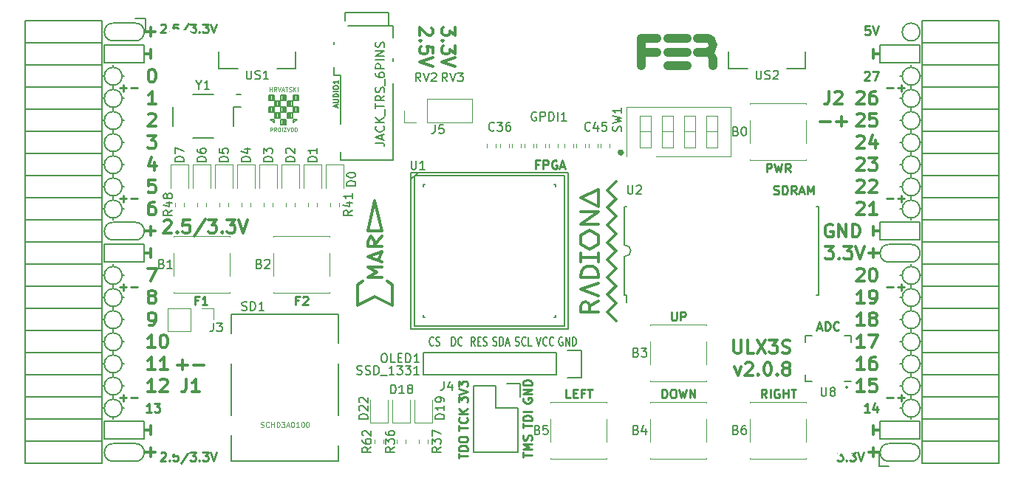
<source format=gto>
G04 #@! TF.GenerationSoftware,KiCad,Pcbnew,5.0.0-rc3+dfsg1-2*
G04 #@! TF.CreationDate,2018-08-05T17:27:33+02:00*
G04 #@! TF.ProjectId,ulx3s,756C7833732E6B696361645F70636200,rev?*
G04 #@! TF.SameCoordinates,Original*
G04 #@! TF.FileFunction,Legend,Top*
G04 #@! TF.FilePolarity,Positive*
%FSLAX46Y46*%
G04 Gerber Fmt 4.6, Leading zero omitted, Abs format (unit mm)*
G04 Created by KiCad (PCBNEW 5.0.0-rc3+dfsg1-2) date Sun Aug  5 17:27:33 2018*
%MOMM*%
%LPD*%
G01*
G04 APERTURE LIST*
%ADD10C,0.250000*%
%ADD11C,0.200000*%
%ADD12C,0.300000*%
%ADD13C,0.150000*%
%ADD14C,0.120000*%
%ADD15C,1.000000*%
%ADD16C,0.152400*%
%ADD17C,0.124460*%
%ADD18C,0.075000*%
%ADD19C,0.500000*%
%ADD20R,0.400000X2.000000*%
%ADD21C,2.100000*%
%ADD22R,1.220000X2.540000*%
%ADD23R,0.660000X1.000000*%
%ADD24O,1.827200X1.827200*%
%ADD25R,1.827200X1.827200*%
%ADD26C,5.600000*%
%ADD27O,0.950000X0.400000*%
%ADD28O,0.400000X0.950000*%
%ADD29R,1.775000X1.775000*%
%ADD30R,1.827200X2.132000*%
%ADD31O,1.827200X2.132000*%
%ADD32R,2.900000X2.100000*%
%ADD33R,2.900000X2.300000*%
%ADD34R,2.900000X2.900000*%
%ADD35C,1.800000*%
%ADD36R,0.800000X1.600000*%
%ADD37R,1.550000X1.000000*%
%ADD38R,1.550000X2.100000*%
%ADD39R,2.300000X1.900000*%
%ADD40R,1.100000X0.770000*%
%ADD41R,1.600000X1.070000*%
%ADD42R,1.800000X1.800000*%
%ADD43O,1.800000X1.800000*%
%ADD44R,1.395000X1.500000*%
%ADD45R,1.900000X2.000000*%
%ADD46R,0.500000X1.450000*%
%ADD47R,2.000000X2.000000*%
%ADD48R,2.200000X1.700000*%
%ADD49R,1.650000X1.400000*%
G04 APERTURE END LIST*
D10*
X116641666Y-93497571D02*
X116308333Y-93497571D01*
X116308333Y-94021380D02*
X116308333Y-93021380D01*
X116784523Y-93021380D01*
X117117857Y-93116619D02*
X117165476Y-93069000D01*
X117260714Y-93021380D01*
X117498809Y-93021380D01*
X117594047Y-93069000D01*
X117641666Y-93116619D01*
X117689285Y-93211857D01*
X117689285Y-93307095D01*
X117641666Y-93449952D01*
X117070238Y-94021380D01*
X117689285Y-94021380D01*
X105084666Y-93497571D02*
X104751333Y-93497571D01*
X104751333Y-94021380D02*
X104751333Y-93021380D01*
X105227523Y-93021380D01*
X106132285Y-94021380D02*
X105560857Y-94021380D01*
X105846571Y-94021380D02*
X105846571Y-93021380D01*
X105751333Y-93164238D01*
X105656095Y-93259476D01*
X105560857Y-93307095D01*
X170236666Y-104689380D02*
X169903333Y-104213190D01*
X169665238Y-104689380D02*
X169665238Y-103689380D01*
X170046190Y-103689380D01*
X170141428Y-103737000D01*
X170189047Y-103784619D01*
X170236666Y-103879857D01*
X170236666Y-104022714D01*
X170189047Y-104117952D01*
X170141428Y-104165571D01*
X170046190Y-104213190D01*
X169665238Y-104213190D01*
X170665238Y-104689380D02*
X170665238Y-103689380D01*
X171665238Y-103737000D02*
X171570000Y-103689380D01*
X171427142Y-103689380D01*
X171284285Y-103737000D01*
X171189047Y-103832238D01*
X171141428Y-103927476D01*
X171093809Y-104117952D01*
X171093809Y-104260809D01*
X171141428Y-104451285D01*
X171189047Y-104546523D01*
X171284285Y-104641761D01*
X171427142Y-104689380D01*
X171522380Y-104689380D01*
X171665238Y-104641761D01*
X171712857Y-104594142D01*
X171712857Y-104260809D01*
X171522380Y-104260809D01*
X172141428Y-104689380D02*
X172141428Y-103689380D01*
X172141428Y-104165571D02*
X172712857Y-104165571D01*
X172712857Y-104689380D02*
X172712857Y-103689380D01*
X173046190Y-103689380D02*
X173617619Y-103689380D01*
X173331904Y-104689380D02*
X173331904Y-103689380D01*
X159354285Y-94799380D02*
X159354285Y-95608904D01*
X159401904Y-95704142D01*
X159449523Y-95751761D01*
X159544761Y-95799380D01*
X159735238Y-95799380D01*
X159830476Y-95751761D01*
X159878095Y-95704142D01*
X159925714Y-95608904D01*
X159925714Y-94799380D01*
X160401904Y-95799380D02*
X160401904Y-94799380D01*
X160782857Y-94799380D01*
X160878095Y-94847000D01*
X160925714Y-94894619D01*
X160973333Y-94989857D01*
X160973333Y-95132714D01*
X160925714Y-95227952D01*
X160878095Y-95275571D01*
X160782857Y-95323190D01*
X160401904Y-95323190D01*
X158259047Y-104689380D02*
X158259047Y-103689380D01*
X158497142Y-103689380D01*
X158640000Y-103737000D01*
X158735238Y-103832238D01*
X158782857Y-103927476D01*
X158830476Y-104117952D01*
X158830476Y-104260809D01*
X158782857Y-104451285D01*
X158735238Y-104546523D01*
X158640000Y-104641761D01*
X158497142Y-104689380D01*
X158259047Y-104689380D01*
X159449523Y-103689380D02*
X159640000Y-103689380D01*
X159735238Y-103737000D01*
X159830476Y-103832238D01*
X159878095Y-104022714D01*
X159878095Y-104356047D01*
X159830476Y-104546523D01*
X159735238Y-104641761D01*
X159640000Y-104689380D01*
X159449523Y-104689380D01*
X159354285Y-104641761D01*
X159259047Y-104546523D01*
X159211428Y-104356047D01*
X159211428Y-104022714D01*
X159259047Y-103832238D01*
X159354285Y-103737000D01*
X159449523Y-103689380D01*
X160211428Y-103689380D02*
X160449523Y-104689380D01*
X160640000Y-103975095D01*
X160830476Y-104689380D01*
X161068571Y-103689380D01*
X161449523Y-104689380D02*
X161449523Y-103689380D01*
X162020952Y-104689380D01*
X162020952Y-103689380D01*
X147757619Y-104689380D02*
X147281428Y-104689380D01*
X147281428Y-103689380D01*
X148090952Y-104165571D02*
X148424285Y-104165571D01*
X148567142Y-104689380D02*
X148090952Y-104689380D01*
X148090952Y-103689380D01*
X148567142Y-103689380D01*
X149329047Y-104165571D02*
X148995714Y-104165571D01*
X148995714Y-104689380D02*
X148995714Y-103689380D01*
X149471904Y-103689380D01*
X149710000Y-103689380D02*
X150281428Y-103689380D01*
X149995714Y-104689380D02*
X149995714Y-103689380D01*
X170251666Y-78781380D02*
X170251666Y-77781380D01*
X170632619Y-77781380D01*
X170727857Y-77829000D01*
X170775476Y-77876619D01*
X170823095Y-77971857D01*
X170823095Y-78114714D01*
X170775476Y-78209952D01*
X170727857Y-78257571D01*
X170632619Y-78305190D01*
X170251666Y-78305190D01*
X171156428Y-77781380D02*
X171394523Y-78781380D01*
X171585000Y-78067095D01*
X171775476Y-78781380D01*
X172013571Y-77781380D01*
X172965952Y-78781380D02*
X172632619Y-78305190D01*
X172394523Y-78781380D02*
X172394523Y-77781380D01*
X172775476Y-77781380D01*
X172870714Y-77829000D01*
X172918333Y-77876619D01*
X172965952Y-77971857D01*
X172965952Y-78114714D01*
X172918333Y-78209952D01*
X172870714Y-78257571D01*
X172775476Y-78305190D01*
X172394523Y-78305190D01*
D11*
X179586000Y-103475000D02*
G75*
G03X179586000Y-103475000I-127000J0D01*
G01*
D12*
X134560428Y-62144714D02*
X134560428Y-63073285D01*
X133989000Y-62573285D01*
X133989000Y-62787571D01*
X133917571Y-62930428D01*
X133846142Y-63001857D01*
X133703285Y-63073285D01*
X133346142Y-63073285D01*
X133203285Y-63001857D01*
X133131857Y-62930428D01*
X133060428Y-62787571D01*
X133060428Y-62359000D01*
X133131857Y-62216142D01*
X133203285Y-62144714D01*
X133203285Y-63716142D02*
X133131857Y-63787571D01*
X133060428Y-63716142D01*
X133131857Y-63644714D01*
X133203285Y-63716142D01*
X133060428Y-63716142D01*
X134560428Y-64287571D02*
X134560428Y-65216142D01*
X133989000Y-64716142D01*
X133989000Y-64930428D01*
X133917571Y-65073285D01*
X133846142Y-65144714D01*
X133703285Y-65216142D01*
X133346142Y-65216142D01*
X133203285Y-65144714D01*
X133131857Y-65073285D01*
X133060428Y-64930428D01*
X133060428Y-64501857D01*
X133131857Y-64359000D01*
X133203285Y-64287571D01*
X134560428Y-65644714D02*
X133060428Y-66144714D01*
X134560428Y-66644714D01*
X131877571Y-62216142D02*
X131949000Y-62287571D01*
X132020428Y-62430428D01*
X132020428Y-62787571D01*
X131949000Y-62930428D01*
X131877571Y-63001857D01*
X131734714Y-63073285D01*
X131591857Y-63073285D01*
X131377571Y-63001857D01*
X130520428Y-62144714D01*
X130520428Y-63073285D01*
X130663285Y-63716142D02*
X130591857Y-63787571D01*
X130520428Y-63716142D01*
X130591857Y-63644714D01*
X130663285Y-63716142D01*
X130520428Y-63716142D01*
X132020428Y-65144714D02*
X132020428Y-64430428D01*
X131306142Y-64359000D01*
X131377571Y-64430428D01*
X131449000Y-64573285D01*
X131449000Y-64930428D01*
X131377571Y-65073285D01*
X131306142Y-65144714D01*
X131163285Y-65216142D01*
X130806142Y-65216142D01*
X130663285Y-65144714D01*
X130591857Y-65073285D01*
X130520428Y-64930428D01*
X130520428Y-64573285D01*
X130591857Y-64430428D01*
X130663285Y-64359000D01*
X132020428Y-65644714D02*
X130520428Y-66144714D01*
X132020428Y-66644714D01*
X102760000Y-100897142D02*
X103902857Y-100897142D01*
X103331428Y-101468571D02*
X103331428Y-100325714D01*
X104617142Y-100897142D02*
X105760000Y-100897142D01*
X166592714Y-101121571D02*
X166949857Y-102121571D01*
X167307000Y-101121571D01*
X167807000Y-100764428D02*
X167878428Y-100693000D01*
X168021285Y-100621571D01*
X168378428Y-100621571D01*
X168521285Y-100693000D01*
X168592714Y-100764428D01*
X168664142Y-100907285D01*
X168664142Y-101050142D01*
X168592714Y-101264428D01*
X167735571Y-102121571D01*
X168664142Y-102121571D01*
X169307000Y-101978714D02*
X169378428Y-102050142D01*
X169307000Y-102121571D01*
X169235571Y-102050142D01*
X169307000Y-101978714D01*
X169307000Y-102121571D01*
X170307000Y-100621571D02*
X170449857Y-100621571D01*
X170592714Y-100693000D01*
X170664142Y-100764428D01*
X170735571Y-100907285D01*
X170807000Y-101193000D01*
X170807000Y-101550142D01*
X170735571Y-101835857D01*
X170664142Y-101978714D01*
X170592714Y-102050142D01*
X170449857Y-102121571D01*
X170307000Y-102121571D01*
X170164142Y-102050142D01*
X170092714Y-101978714D01*
X170021285Y-101835857D01*
X169949857Y-101550142D01*
X169949857Y-101193000D01*
X170021285Y-100907285D01*
X170092714Y-100764428D01*
X170164142Y-100693000D01*
X170307000Y-100621571D01*
X171449857Y-101978714D02*
X171521285Y-102050142D01*
X171449857Y-102121571D01*
X171378428Y-102050142D01*
X171449857Y-101978714D01*
X171449857Y-102121571D01*
X172378428Y-101264428D02*
X172235571Y-101193000D01*
X172164142Y-101121571D01*
X172092714Y-100978714D01*
X172092714Y-100907285D01*
X172164142Y-100764428D01*
X172235571Y-100693000D01*
X172378428Y-100621571D01*
X172664142Y-100621571D01*
X172807000Y-100693000D01*
X172878428Y-100764428D01*
X172949857Y-100907285D01*
X172949857Y-100978714D01*
X172878428Y-101121571D01*
X172807000Y-101193000D01*
X172664142Y-101264428D01*
X172378428Y-101264428D01*
X172235571Y-101335857D01*
X172164142Y-101407285D01*
X172092714Y-101550142D01*
X172092714Y-101835857D01*
X172164142Y-101978714D01*
X172235571Y-102050142D01*
X172378428Y-102121571D01*
X172664142Y-102121571D01*
X172807000Y-102050142D01*
X172878428Y-101978714D01*
X172949857Y-101835857D01*
X172949857Y-101550142D01*
X172878428Y-101407285D01*
X172807000Y-101335857D01*
X172664142Y-101264428D01*
X182492000Y-87582000D02*
X182492000Y-88598000D01*
X181984000Y-88090000D02*
X183254000Y-88090000D01*
X182492000Y-110442000D02*
X182492000Y-111458000D01*
X183254000Y-110950000D02*
X181984000Y-110950000D01*
X99688000Y-110442000D02*
X99688000Y-111458000D01*
X98926000Y-110950000D02*
X100196000Y-110950000D01*
X99688000Y-62182000D02*
X99688000Y-63198000D01*
X98926000Y-62690000D02*
X100196000Y-62690000D01*
X99688000Y-85042000D02*
X99688000Y-86058000D01*
X98926000Y-85550000D02*
X100196000Y-85550000D01*
D11*
X97910000Y-63706000D02*
G75*
G03X97910000Y-61674000I0J1016000D01*
G01*
X184270000Y-109934000D02*
G75*
G03X184270000Y-111966000I0J-1016000D01*
G01*
X95370000Y-111966000D02*
X97910000Y-111966000D01*
X95370000Y-109934000D02*
X97910000Y-109934000D01*
X97910000Y-111966000D02*
G75*
G03X97910000Y-109934000I0J1016000D01*
G01*
X95370000Y-109934000D02*
G75*
G03X95370000Y-111966000I0J-1016000D01*
G01*
X95370000Y-61674000D02*
X97910000Y-61674000D01*
X95370000Y-63706000D02*
X97910000Y-63706000D01*
X95370000Y-61674000D02*
G75*
G03X95370000Y-63706000I0J-1016000D01*
G01*
X95370000Y-84534000D02*
X97910000Y-84534000D01*
X95370000Y-86566000D02*
X97910000Y-86566000D01*
X95370000Y-84534000D02*
G75*
G03X95370000Y-86566000I0J-1016000D01*
G01*
X97910000Y-86566000D02*
G75*
G03X97910000Y-84534000I0J1016000D01*
G01*
X187826000Y-62690000D02*
G75*
G03X187826000Y-62690000I-1016000J0D01*
G01*
X184270000Y-89106000D02*
X186810000Y-89106000D01*
X184270000Y-87074000D02*
X186810000Y-87074000D01*
X184270000Y-87074000D02*
G75*
G03X184270000Y-89106000I0J-1016000D01*
G01*
X186810000Y-89106000D02*
G75*
G03X186810000Y-87074000I0J1016000D01*
G01*
X186810000Y-111966000D02*
X184270000Y-111966000D01*
X186810000Y-109934000D02*
X184270000Y-109934000D01*
X186810000Y-111966000D02*
G75*
G03X186810000Y-109934000I0J1016000D01*
G01*
X94354000Y-66246000D02*
X94354000Y-64214000D01*
X98926000Y-66246000D02*
X94354000Y-66246000D01*
X98926000Y-64214000D02*
X98926000Y-66246000D01*
X94354000Y-64214000D02*
X98926000Y-64214000D01*
X94354000Y-87074000D02*
X98926000Y-87074000D01*
X94354000Y-89106000D02*
X94354000Y-87074000D01*
X98926000Y-89106000D02*
X94354000Y-89106000D01*
X98926000Y-87074000D02*
X98926000Y-89106000D01*
X94354000Y-109426000D02*
X98926000Y-109426000D01*
X94354000Y-107394000D02*
X94354000Y-109426000D01*
X98926000Y-107394000D02*
X94354000Y-107394000D01*
X98926000Y-109426000D02*
X98926000Y-107394000D01*
X183254000Y-109426000D02*
X187826000Y-109426000D01*
X183254000Y-107394000D02*
X183254000Y-109426000D01*
X187826000Y-107394000D02*
X187826000Y-109426000D01*
X183254000Y-107394000D02*
X187826000Y-107394000D01*
X183254000Y-66246000D02*
X187826000Y-66246000D01*
X183254000Y-64214000D02*
X183254000Y-66246000D01*
X187826000Y-64214000D02*
X183254000Y-64214000D01*
X187826000Y-66246000D02*
X187826000Y-64214000D01*
X183254000Y-84534000D02*
X187826000Y-84534000D01*
X183254000Y-86566000D02*
X183254000Y-84534000D01*
X187826000Y-86566000D02*
X183254000Y-86566000D01*
X187826000Y-84534000D02*
X187826000Y-86566000D01*
D10*
X96148000Y-69111428D02*
X96909904Y-69111428D01*
X96528952Y-69492380D02*
X96528952Y-68730476D01*
X97386095Y-69111428D02*
X98148000Y-69111428D01*
X96148000Y-81811428D02*
X96909904Y-81811428D01*
X96528952Y-82192380D02*
X96528952Y-81430476D01*
X97386095Y-81811428D02*
X98148000Y-81811428D01*
X96148000Y-91971428D02*
X96909904Y-91971428D01*
X96528952Y-92352380D02*
X96528952Y-91590476D01*
X97386095Y-91971428D02*
X98148000Y-91971428D01*
X96148000Y-104671428D02*
X96909904Y-104671428D01*
X96528952Y-105052380D02*
X96528952Y-104290476D01*
X97386095Y-104671428D02*
X98148000Y-104671428D01*
X184032000Y-104671428D02*
X184793904Y-104671428D01*
X185270095Y-104671428D02*
X186032000Y-104671428D01*
X185651047Y-105052380D02*
X185651047Y-104290476D01*
X184032000Y-91971428D02*
X184793904Y-91971428D01*
X185270095Y-91971428D02*
X186032000Y-91971428D01*
X185651047Y-92352380D02*
X185651047Y-91590476D01*
X184032000Y-81811428D02*
X184793904Y-81811428D01*
X185270095Y-81811428D02*
X186032000Y-81811428D01*
X185651047Y-82192380D02*
X185651047Y-81430476D01*
X184032000Y-69111428D02*
X184793904Y-69111428D01*
X185270095Y-69111428D02*
X186032000Y-69111428D01*
X185651047Y-69492380D02*
X185651047Y-68730476D01*
D12*
X176420000Y-72957142D02*
X177562857Y-72957142D01*
X178277142Y-72957142D02*
X179420000Y-72957142D01*
X178848571Y-73528571D02*
X178848571Y-72385714D01*
D11*
X187826000Y-67770000D02*
G75*
G03X187826000Y-67770000I-1016000J0D01*
G01*
X187826000Y-70310000D02*
G75*
G03X187826000Y-70310000I-1016000J0D01*
G01*
X187826000Y-72850000D02*
G75*
G03X187826000Y-72850000I-1016000J0D01*
G01*
X187826000Y-75390000D02*
G75*
G03X187826000Y-75390000I-1016000J0D01*
G01*
X187826000Y-77930000D02*
G75*
G03X187826000Y-77930000I-1016000J0D01*
G01*
X187826000Y-80470000D02*
G75*
G03X187826000Y-80470000I-1016000J0D01*
G01*
X187826000Y-83010000D02*
G75*
G03X187826000Y-83010000I-1016000J0D01*
G01*
X187826000Y-90630000D02*
G75*
G03X187826000Y-90630000I-1016000J0D01*
G01*
X187826000Y-93170000D02*
G75*
G03X187826000Y-93170000I-1016000J0D01*
G01*
X187826000Y-95710000D02*
G75*
G03X187826000Y-95710000I-1016000J0D01*
G01*
X187826000Y-98250000D02*
G75*
G03X187826000Y-98250000I-1016000J0D01*
G01*
X187826000Y-100790000D02*
G75*
G03X187826000Y-100790000I-1016000J0D01*
G01*
X187826000Y-103330000D02*
G75*
G03X187826000Y-103330000I-1016000J0D01*
G01*
X187826000Y-105870000D02*
G75*
G03X187826000Y-105870000I-1016000J0D01*
G01*
X96386000Y-105870000D02*
G75*
G03X96386000Y-105870000I-1016000J0D01*
G01*
X96386000Y-103330000D02*
G75*
G03X96386000Y-103330000I-1016000J0D01*
G01*
X96386000Y-100790000D02*
G75*
G03X96386000Y-100790000I-1016000J0D01*
G01*
X96386000Y-98250000D02*
G75*
G03X96386000Y-98250000I-1016000J0D01*
G01*
X96386000Y-95710000D02*
G75*
G03X96386000Y-95710000I-1016000J0D01*
G01*
X96386000Y-93170000D02*
G75*
G03X96386000Y-93170000I-1016000J0D01*
G01*
X96386000Y-90630000D02*
G75*
G03X96386000Y-90630000I-1016000J0D01*
G01*
X96386000Y-83010000D02*
G75*
G03X96386000Y-83010000I-1016000J0D01*
G01*
X96386000Y-80470000D02*
G75*
G03X96386000Y-80470000I-1016000J0D01*
G01*
X96386000Y-77930000D02*
G75*
G03X96386000Y-77930000I-1016000J0D01*
G01*
X96386000Y-75390000D02*
G75*
G03X96386000Y-75390000I-1016000J0D01*
G01*
X96386000Y-72850000D02*
G75*
G03X96386000Y-72850000I-1016000J0D01*
G01*
X96386000Y-70310000D02*
G75*
G03X96386000Y-70310000I-1016000J0D01*
G01*
X96386000Y-67770000D02*
G75*
G03X96386000Y-67770000I-1016000J0D01*
G01*
D12*
X177793142Y-84800000D02*
X177650285Y-84728571D01*
X177436000Y-84728571D01*
X177221714Y-84800000D01*
X177078857Y-84942857D01*
X177007428Y-85085714D01*
X176936000Y-85371428D01*
X176936000Y-85585714D01*
X177007428Y-85871428D01*
X177078857Y-86014285D01*
X177221714Y-86157142D01*
X177436000Y-86228571D01*
X177578857Y-86228571D01*
X177793142Y-86157142D01*
X177864571Y-86085714D01*
X177864571Y-85585714D01*
X177578857Y-85585714D01*
X178507428Y-86228571D02*
X178507428Y-84728571D01*
X179364571Y-86228571D01*
X179364571Y-84728571D01*
X180078857Y-86228571D02*
X180078857Y-84728571D01*
X180436000Y-84728571D01*
X180650285Y-84800000D01*
X180793142Y-84942857D01*
X180864571Y-85085714D01*
X180936000Y-85371428D01*
X180936000Y-85585714D01*
X180864571Y-85871428D01*
X180793142Y-86014285D01*
X180650285Y-86157142D01*
X180436000Y-86228571D01*
X180078857Y-86228571D01*
X182492000Y-86058000D02*
X182492000Y-85042000D01*
X183254000Y-85550000D02*
X182492000Y-85550000D01*
X182492000Y-107902000D02*
X182492000Y-108918000D01*
X182492000Y-108410000D02*
X183254000Y-108410000D01*
D10*
X182047523Y-106322380D02*
X181476095Y-106322380D01*
X181761809Y-106322380D02*
X181761809Y-105322380D01*
X181666571Y-105465238D01*
X181571333Y-105560476D01*
X181476095Y-105608095D01*
X182904666Y-105655714D02*
X182904666Y-106322380D01*
X182666571Y-105274761D02*
X182428476Y-105989047D01*
X183047523Y-105989047D01*
X181476095Y-67317619D02*
X181523714Y-67270000D01*
X181618952Y-67222380D01*
X181857047Y-67222380D01*
X181952285Y-67270000D01*
X181999904Y-67317619D01*
X182047523Y-67412857D01*
X182047523Y-67508095D01*
X181999904Y-67650952D01*
X181428476Y-68222380D01*
X182047523Y-68222380D01*
X182380857Y-67222380D02*
X183047523Y-67222380D01*
X182618952Y-68222380D01*
D12*
X182492000Y-64722000D02*
X182492000Y-65738000D01*
X182492000Y-65230000D02*
X183254000Y-65230000D01*
X99688000Y-107902000D02*
X99688000Y-108918000D01*
X98926000Y-108410000D02*
X99688000Y-108410000D01*
X99315000Y-74568571D02*
X100243571Y-74568571D01*
X99743571Y-75140000D01*
X99957857Y-75140000D01*
X100100714Y-75211428D01*
X100172142Y-75282857D01*
X100243571Y-75425714D01*
X100243571Y-75782857D01*
X100172142Y-75925714D01*
X100100714Y-75997142D01*
X99957857Y-76068571D01*
X99529285Y-76068571D01*
X99386428Y-75997142D01*
X99315000Y-75925714D01*
X100100714Y-77608571D02*
X100100714Y-78608571D01*
X99743571Y-77037142D02*
X99386428Y-78108571D01*
X100315000Y-78108571D01*
X100172142Y-79648571D02*
X99457857Y-79648571D01*
X99386428Y-80362857D01*
X99457857Y-80291428D01*
X99600714Y-80220000D01*
X99957857Y-80220000D01*
X100100714Y-80291428D01*
X100172142Y-80362857D01*
X100243571Y-80505714D01*
X100243571Y-80862857D01*
X100172142Y-81005714D01*
X100100714Y-81077142D01*
X99957857Y-81148571D01*
X99600714Y-81148571D01*
X99457857Y-81077142D01*
X99386428Y-81005714D01*
D10*
X99751523Y-106322380D02*
X99180095Y-106322380D01*
X99465809Y-106322380D02*
X99465809Y-105322380D01*
X99370571Y-105465238D01*
X99275333Y-105560476D01*
X99180095Y-105608095D01*
X100084857Y-105322380D02*
X100703904Y-105322380D01*
X100370571Y-105703333D01*
X100513428Y-105703333D01*
X100608666Y-105750952D01*
X100656285Y-105798571D01*
X100703904Y-105893809D01*
X100703904Y-106131904D01*
X100656285Y-106227142D01*
X100608666Y-106274761D01*
X100513428Y-106322380D01*
X100227714Y-106322380D01*
X100132476Y-106274761D01*
X100084857Y-106227142D01*
D12*
X99315000Y-89808571D02*
X100315000Y-89808571D01*
X99672142Y-91308571D01*
X99688000Y-87582000D02*
X99688000Y-88598000D01*
X98926000Y-88090000D02*
X99688000Y-88090000D01*
X99688000Y-64722000D02*
X99688000Y-65738000D01*
X98926000Y-65230000D02*
X99688000Y-65230000D01*
D10*
X100817976Y-61874619D02*
X100865595Y-61827000D01*
X100960833Y-61779380D01*
X101198928Y-61779380D01*
X101294166Y-61827000D01*
X101341785Y-61874619D01*
X101389404Y-61969857D01*
X101389404Y-62065095D01*
X101341785Y-62207952D01*
X100770357Y-62779380D01*
X101389404Y-62779380D01*
X101817976Y-62684142D02*
X101865595Y-62731761D01*
X101817976Y-62779380D01*
X101770357Y-62731761D01*
X101817976Y-62684142D01*
X101817976Y-62779380D01*
X102770357Y-61779380D02*
X102294166Y-61779380D01*
X102246547Y-62255571D01*
X102294166Y-62207952D01*
X102389404Y-62160333D01*
X102627500Y-62160333D01*
X102722738Y-62207952D01*
X102770357Y-62255571D01*
X102817976Y-62350809D01*
X102817976Y-62588904D01*
X102770357Y-62684142D01*
X102722738Y-62731761D01*
X102627500Y-62779380D01*
X102389404Y-62779380D01*
X102294166Y-62731761D01*
X102246547Y-62684142D01*
X103960833Y-61731761D02*
X103103690Y-63017476D01*
X104198928Y-61779380D02*
X104817976Y-61779380D01*
X104484642Y-62160333D01*
X104627500Y-62160333D01*
X104722738Y-62207952D01*
X104770357Y-62255571D01*
X104817976Y-62350809D01*
X104817976Y-62588904D01*
X104770357Y-62684142D01*
X104722738Y-62731761D01*
X104627500Y-62779380D01*
X104341785Y-62779380D01*
X104246547Y-62731761D01*
X104198928Y-62684142D01*
X105246547Y-62684142D02*
X105294166Y-62731761D01*
X105246547Y-62779380D01*
X105198928Y-62731761D01*
X105246547Y-62684142D01*
X105246547Y-62779380D01*
X105627500Y-61779380D02*
X106246547Y-61779380D01*
X105913214Y-62160333D01*
X106056071Y-62160333D01*
X106151309Y-62207952D01*
X106198928Y-62255571D01*
X106246547Y-62350809D01*
X106246547Y-62588904D01*
X106198928Y-62684142D01*
X106151309Y-62731761D01*
X106056071Y-62779380D01*
X105770357Y-62779380D01*
X105675119Y-62731761D01*
X105627500Y-62684142D01*
X106532261Y-61779380D02*
X106865595Y-62779380D01*
X107198928Y-61779380D01*
X178360261Y-110910380D02*
X178979309Y-110910380D01*
X178645976Y-111291333D01*
X178788833Y-111291333D01*
X178884071Y-111338952D01*
X178931690Y-111386571D01*
X178979309Y-111481809D01*
X178979309Y-111719904D01*
X178931690Y-111815142D01*
X178884071Y-111862761D01*
X178788833Y-111910380D01*
X178503119Y-111910380D01*
X178407880Y-111862761D01*
X178360261Y-111815142D01*
X179407880Y-111815142D02*
X179455500Y-111862761D01*
X179407880Y-111910380D01*
X179360261Y-111862761D01*
X179407880Y-111815142D01*
X179407880Y-111910380D01*
X179788833Y-110910380D02*
X180407880Y-110910380D01*
X180074547Y-111291333D01*
X180217404Y-111291333D01*
X180312642Y-111338952D01*
X180360261Y-111386571D01*
X180407880Y-111481809D01*
X180407880Y-111719904D01*
X180360261Y-111815142D01*
X180312642Y-111862761D01*
X180217404Y-111910380D01*
X179931690Y-111910380D01*
X179836452Y-111862761D01*
X179788833Y-111815142D01*
X180693595Y-110910380D02*
X181026928Y-111910380D01*
X181360261Y-110910380D01*
D12*
X101199714Y-84381428D02*
X101271142Y-84310000D01*
X101414000Y-84238571D01*
X101771142Y-84238571D01*
X101914000Y-84310000D01*
X101985428Y-84381428D01*
X102056857Y-84524285D01*
X102056857Y-84667142D01*
X101985428Y-84881428D01*
X101128285Y-85738571D01*
X102056857Y-85738571D01*
X102699714Y-85595714D02*
X102771142Y-85667142D01*
X102699714Y-85738571D01*
X102628285Y-85667142D01*
X102699714Y-85595714D01*
X102699714Y-85738571D01*
X104128285Y-84238571D02*
X103414000Y-84238571D01*
X103342571Y-84952857D01*
X103414000Y-84881428D01*
X103556857Y-84810000D01*
X103914000Y-84810000D01*
X104056857Y-84881428D01*
X104128285Y-84952857D01*
X104199714Y-85095714D01*
X104199714Y-85452857D01*
X104128285Y-85595714D01*
X104056857Y-85667142D01*
X103914000Y-85738571D01*
X103556857Y-85738571D01*
X103414000Y-85667142D01*
X103342571Y-85595714D01*
X105914000Y-84167142D02*
X104628285Y-86095714D01*
X106271142Y-84238571D02*
X107199714Y-84238571D01*
X106699714Y-84810000D01*
X106914000Y-84810000D01*
X107056857Y-84881428D01*
X107128285Y-84952857D01*
X107199714Y-85095714D01*
X107199714Y-85452857D01*
X107128285Y-85595714D01*
X107056857Y-85667142D01*
X106914000Y-85738571D01*
X106485428Y-85738571D01*
X106342571Y-85667142D01*
X106271142Y-85595714D01*
X107842571Y-85595714D02*
X107914000Y-85667142D01*
X107842571Y-85738571D01*
X107771142Y-85667142D01*
X107842571Y-85595714D01*
X107842571Y-85738571D01*
X108414000Y-84238571D02*
X109342571Y-84238571D01*
X108842571Y-84810000D01*
X109056857Y-84810000D01*
X109199714Y-84881428D01*
X109271142Y-84952857D01*
X109342571Y-85095714D01*
X109342571Y-85452857D01*
X109271142Y-85595714D01*
X109199714Y-85667142D01*
X109056857Y-85738571D01*
X108628285Y-85738571D01*
X108485428Y-85667142D01*
X108414000Y-85595714D01*
X109771142Y-84238571D02*
X110271142Y-85738571D01*
X110771142Y-84238571D01*
D10*
X100817976Y-111023619D02*
X100865595Y-110976000D01*
X100960833Y-110928380D01*
X101198928Y-110928380D01*
X101294166Y-110976000D01*
X101341785Y-111023619D01*
X101389404Y-111118857D01*
X101389404Y-111214095D01*
X101341785Y-111356952D01*
X100770357Y-111928380D01*
X101389404Y-111928380D01*
X101817976Y-111833142D02*
X101865595Y-111880761D01*
X101817976Y-111928380D01*
X101770357Y-111880761D01*
X101817976Y-111833142D01*
X101817976Y-111928380D01*
X102770357Y-110928380D02*
X102294166Y-110928380D01*
X102246547Y-111404571D01*
X102294166Y-111356952D01*
X102389404Y-111309333D01*
X102627500Y-111309333D01*
X102722738Y-111356952D01*
X102770357Y-111404571D01*
X102817976Y-111499809D01*
X102817976Y-111737904D01*
X102770357Y-111833142D01*
X102722738Y-111880761D01*
X102627500Y-111928380D01*
X102389404Y-111928380D01*
X102294166Y-111880761D01*
X102246547Y-111833142D01*
X103960833Y-110880761D02*
X103103690Y-112166476D01*
X104198928Y-110928380D02*
X104817976Y-110928380D01*
X104484642Y-111309333D01*
X104627500Y-111309333D01*
X104722738Y-111356952D01*
X104770357Y-111404571D01*
X104817976Y-111499809D01*
X104817976Y-111737904D01*
X104770357Y-111833142D01*
X104722738Y-111880761D01*
X104627500Y-111928380D01*
X104341785Y-111928380D01*
X104246547Y-111880761D01*
X104198928Y-111833142D01*
X105246547Y-111833142D02*
X105294166Y-111880761D01*
X105246547Y-111928380D01*
X105198928Y-111880761D01*
X105246547Y-111833142D01*
X105246547Y-111928380D01*
X105627500Y-110928380D02*
X106246547Y-110928380D01*
X105913214Y-111309333D01*
X106056071Y-111309333D01*
X106151309Y-111356952D01*
X106198928Y-111404571D01*
X106246547Y-111499809D01*
X106246547Y-111737904D01*
X106198928Y-111833142D01*
X106151309Y-111880761D01*
X106056071Y-111928380D01*
X105770357Y-111928380D01*
X105675119Y-111880761D01*
X105627500Y-111833142D01*
X106532261Y-110928380D02*
X106865595Y-111928380D01*
X107198928Y-110928380D01*
X182047523Y-62015380D02*
X181571333Y-62015380D01*
X181523714Y-62491571D01*
X181571333Y-62443952D01*
X181666571Y-62396333D01*
X181904666Y-62396333D01*
X181999904Y-62443952D01*
X182047523Y-62491571D01*
X182095142Y-62586809D01*
X182095142Y-62824904D01*
X182047523Y-62920142D01*
X181999904Y-62967761D01*
X181904666Y-63015380D01*
X181666571Y-63015380D01*
X181571333Y-62967761D01*
X181523714Y-62920142D01*
X182380857Y-62015380D02*
X182714190Y-63015380D01*
X183047523Y-62015380D01*
D12*
X180587142Y-69631428D02*
X180658571Y-69560000D01*
X180801428Y-69488571D01*
X181158571Y-69488571D01*
X181301428Y-69560000D01*
X181372857Y-69631428D01*
X181444285Y-69774285D01*
X181444285Y-69917142D01*
X181372857Y-70131428D01*
X180515714Y-70988571D01*
X181444285Y-70988571D01*
X182730000Y-69488571D02*
X182444285Y-69488571D01*
X182301428Y-69560000D01*
X182230000Y-69631428D01*
X182087142Y-69845714D01*
X182015714Y-70131428D01*
X182015714Y-70702857D01*
X182087142Y-70845714D01*
X182158571Y-70917142D01*
X182301428Y-70988571D01*
X182587142Y-70988571D01*
X182730000Y-70917142D01*
X182801428Y-70845714D01*
X182872857Y-70702857D01*
X182872857Y-70345714D01*
X182801428Y-70202857D01*
X182730000Y-70131428D01*
X182587142Y-70060000D01*
X182301428Y-70060000D01*
X182158571Y-70131428D01*
X182087142Y-70202857D01*
X182015714Y-70345714D01*
X180587142Y-72171428D02*
X180658571Y-72100000D01*
X180801428Y-72028571D01*
X181158571Y-72028571D01*
X181301428Y-72100000D01*
X181372857Y-72171428D01*
X181444285Y-72314285D01*
X181444285Y-72457142D01*
X181372857Y-72671428D01*
X180515714Y-73528571D01*
X181444285Y-73528571D01*
X182801428Y-72028571D02*
X182087142Y-72028571D01*
X182015714Y-72742857D01*
X182087142Y-72671428D01*
X182230000Y-72600000D01*
X182587142Y-72600000D01*
X182730000Y-72671428D01*
X182801428Y-72742857D01*
X182872857Y-72885714D01*
X182872857Y-73242857D01*
X182801428Y-73385714D01*
X182730000Y-73457142D01*
X182587142Y-73528571D01*
X182230000Y-73528571D01*
X182087142Y-73457142D01*
X182015714Y-73385714D01*
X180587142Y-74711428D02*
X180658571Y-74640000D01*
X180801428Y-74568571D01*
X181158571Y-74568571D01*
X181301428Y-74640000D01*
X181372857Y-74711428D01*
X181444285Y-74854285D01*
X181444285Y-74997142D01*
X181372857Y-75211428D01*
X180515714Y-76068571D01*
X181444285Y-76068571D01*
X182730000Y-75068571D02*
X182730000Y-76068571D01*
X182372857Y-74497142D02*
X182015714Y-75568571D01*
X182944285Y-75568571D01*
X180587142Y-77251428D02*
X180658571Y-77180000D01*
X180801428Y-77108571D01*
X181158571Y-77108571D01*
X181301428Y-77180000D01*
X181372857Y-77251428D01*
X181444285Y-77394285D01*
X181444285Y-77537142D01*
X181372857Y-77751428D01*
X180515714Y-78608571D01*
X181444285Y-78608571D01*
X181944285Y-77108571D02*
X182872857Y-77108571D01*
X182372857Y-77680000D01*
X182587142Y-77680000D01*
X182730000Y-77751428D01*
X182801428Y-77822857D01*
X182872857Y-77965714D01*
X182872857Y-78322857D01*
X182801428Y-78465714D01*
X182730000Y-78537142D01*
X182587142Y-78608571D01*
X182158571Y-78608571D01*
X182015714Y-78537142D01*
X181944285Y-78465714D01*
X180587142Y-79791428D02*
X180658571Y-79720000D01*
X180801428Y-79648571D01*
X181158571Y-79648571D01*
X181301428Y-79720000D01*
X181372857Y-79791428D01*
X181444285Y-79934285D01*
X181444285Y-80077142D01*
X181372857Y-80291428D01*
X180515714Y-81148571D01*
X181444285Y-81148571D01*
X182015714Y-79791428D02*
X182087142Y-79720000D01*
X182230000Y-79648571D01*
X182587142Y-79648571D01*
X182730000Y-79720000D01*
X182801428Y-79791428D01*
X182872857Y-79934285D01*
X182872857Y-80077142D01*
X182801428Y-80291428D01*
X181944285Y-81148571D01*
X182872857Y-81148571D01*
X180587142Y-82331428D02*
X180658571Y-82260000D01*
X180801428Y-82188571D01*
X181158571Y-82188571D01*
X181301428Y-82260000D01*
X181372857Y-82331428D01*
X181444285Y-82474285D01*
X181444285Y-82617142D01*
X181372857Y-82831428D01*
X180515714Y-83688571D01*
X181444285Y-83688571D01*
X182872857Y-83688571D02*
X182015714Y-83688571D01*
X182444285Y-83688571D02*
X182444285Y-82188571D01*
X182301428Y-82402857D01*
X182158571Y-82545714D01*
X182015714Y-82617142D01*
X176975714Y-87268571D02*
X177904285Y-87268571D01*
X177404285Y-87840000D01*
X177618571Y-87840000D01*
X177761428Y-87911428D01*
X177832857Y-87982857D01*
X177904285Y-88125714D01*
X177904285Y-88482857D01*
X177832857Y-88625714D01*
X177761428Y-88697142D01*
X177618571Y-88768571D01*
X177190000Y-88768571D01*
X177047142Y-88697142D01*
X176975714Y-88625714D01*
X178547142Y-88625714D02*
X178618571Y-88697142D01*
X178547142Y-88768571D01*
X178475714Y-88697142D01*
X178547142Y-88625714D01*
X178547142Y-88768571D01*
X179118571Y-87268571D02*
X180047142Y-87268571D01*
X179547142Y-87840000D01*
X179761428Y-87840000D01*
X179904285Y-87911428D01*
X179975714Y-87982857D01*
X180047142Y-88125714D01*
X180047142Y-88482857D01*
X179975714Y-88625714D01*
X179904285Y-88697142D01*
X179761428Y-88768571D01*
X179332857Y-88768571D01*
X179190000Y-88697142D01*
X179118571Y-88625714D01*
X180475714Y-87268571D02*
X180975714Y-88768571D01*
X181475714Y-87268571D01*
X180587142Y-89951428D02*
X180658571Y-89880000D01*
X180801428Y-89808571D01*
X181158571Y-89808571D01*
X181301428Y-89880000D01*
X181372857Y-89951428D01*
X181444285Y-90094285D01*
X181444285Y-90237142D01*
X181372857Y-90451428D01*
X180515714Y-91308571D01*
X181444285Y-91308571D01*
X182372857Y-89808571D02*
X182515714Y-89808571D01*
X182658571Y-89880000D01*
X182730000Y-89951428D01*
X182801428Y-90094285D01*
X182872857Y-90380000D01*
X182872857Y-90737142D01*
X182801428Y-91022857D01*
X182730000Y-91165714D01*
X182658571Y-91237142D01*
X182515714Y-91308571D01*
X182372857Y-91308571D01*
X182230000Y-91237142D01*
X182158571Y-91165714D01*
X182087142Y-91022857D01*
X182015714Y-90737142D01*
X182015714Y-90380000D01*
X182087142Y-90094285D01*
X182158571Y-89951428D01*
X182230000Y-89880000D01*
X182372857Y-89808571D01*
X181444285Y-93848571D02*
X180587142Y-93848571D01*
X181015714Y-93848571D02*
X181015714Y-92348571D01*
X180872857Y-92562857D01*
X180730000Y-92705714D01*
X180587142Y-92777142D01*
X182158571Y-93848571D02*
X182444285Y-93848571D01*
X182587142Y-93777142D01*
X182658571Y-93705714D01*
X182801428Y-93491428D01*
X182872857Y-93205714D01*
X182872857Y-92634285D01*
X182801428Y-92491428D01*
X182730000Y-92420000D01*
X182587142Y-92348571D01*
X182301428Y-92348571D01*
X182158571Y-92420000D01*
X182087142Y-92491428D01*
X182015714Y-92634285D01*
X182015714Y-92991428D01*
X182087142Y-93134285D01*
X182158571Y-93205714D01*
X182301428Y-93277142D01*
X182587142Y-93277142D01*
X182730000Y-93205714D01*
X182801428Y-93134285D01*
X182872857Y-92991428D01*
X181444285Y-96388571D02*
X180587142Y-96388571D01*
X181015714Y-96388571D02*
X181015714Y-94888571D01*
X180872857Y-95102857D01*
X180730000Y-95245714D01*
X180587142Y-95317142D01*
X182301428Y-95531428D02*
X182158571Y-95460000D01*
X182087142Y-95388571D01*
X182015714Y-95245714D01*
X182015714Y-95174285D01*
X182087142Y-95031428D01*
X182158571Y-94960000D01*
X182301428Y-94888571D01*
X182587142Y-94888571D01*
X182730000Y-94960000D01*
X182801428Y-95031428D01*
X182872857Y-95174285D01*
X182872857Y-95245714D01*
X182801428Y-95388571D01*
X182730000Y-95460000D01*
X182587142Y-95531428D01*
X182301428Y-95531428D01*
X182158571Y-95602857D01*
X182087142Y-95674285D01*
X182015714Y-95817142D01*
X182015714Y-96102857D01*
X182087142Y-96245714D01*
X182158571Y-96317142D01*
X182301428Y-96388571D01*
X182587142Y-96388571D01*
X182730000Y-96317142D01*
X182801428Y-96245714D01*
X182872857Y-96102857D01*
X182872857Y-95817142D01*
X182801428Y-95674285D01*
X182730000Y-95602857D01*
X182587142Y-95531428D01*
X181444285Y-98928571D02*
X180587142Y-98928571D01*
X181015714Y-98928571D02*
X181015714Y-97428571D01*
X180872857Y-97642857D01*
X180730000Y-97785714D01*
X180587142Y-97857142D01*
X181944285Y-97428571D02*
X182944285Y-97428571D01*
X182301428Y-98928571D01*
X181444285Y-101468571D02*
X180587142Y-101468571D01*
X181015714Y-101468571D02*
X181015714Y-99968571D01*
X180872857Y-100182857D01*
X180730000Y-100325714D01*
X180587142Y-100397142D01*
X182730000Y-99968571D02*
X182444285Y-99968571D01*
X182301428Y-100040000D01*
X182230000Y-100111428D01*
X182087142Y-100325714D01*
X182015714Y-100611428D01*
X182015714Y-101182857D01*
X182087142Y-101325714D01*
X182158571Y-101397142D01*
X182301428Y-101468571D01*
X182587142Y-101468571D01*
X182730000Y-101397142D01*
X182801428Y-101325714D01*
X182872857Y-101182857D01*
X182872857Y-100825714D01*
X182801428Y-100682857D01*
X182730000Y-100611428D01*
X182587142Y-100540000D01*
X182301428Y-100540000D01*
X182158571Y-100611428D01*
X182087142Y-100682857D01*
X182015714Y-100825714D01*
X181444285Y-104008571D02*
X180587142Y-104008571D01*
X181015714Y-104008571D02*
X181015714Y-102508571D01*
X180872857Y-102722857D01*
X180730000Y-102865714D01*
X180587142Y-102937142D01*
X182801428Y-102508571D02*
X182087142Y-102508571D01*
X182015714Y-103222857D01*
X182087142Y-103151428D01*
X182230000Y-103080000D01*
X182587142Y-103080000D01*
X182730000Y-103151428D01*
X182801428Y-103222857D01*
X182872857Y-103365714D01*
X182872857Y-103722857D01*
X182801428Y-103865714D01*
X182730000Y-103937142D01*
X182587142Y-104008571D01*
X182230000Y-104008571D01*
X182087142Y-103937142D01*
X182015714Y-103865714D01*
D11*
X186810000Y-66500000D02*
X186810000Y-66754000D01*
X187826000Y-67770000D02*
X188080000Y-67770000D01*
X185540000Y-67770000D02*
X185794000Y-67770000D01*
X186810000Y-69294000D02*
X186810000Y-68786000D01*
X187826000Y-70310000D02*
X188080000Y-70310000D01*
X185540000Y-70310000D02*
X185794000Y-70310000D01*
X186810000Y-71326000D02*
X186810000Y-71834000D01*
X187826000Y-72850000D02*
X188080000Y-72850000D01*
X185540000Y-72850000D02*
X185794000Y-72850000D01*
X186810000Y-73866000D02*
X186810000Y-74374000D01*
X187826000Y-75390000D02*
X188080000Y-75390000D01*
X185540000Y-75390000D02*
X185794000Y-75390000D01*
X186810000Y-76406000D02*
X186810000Y-76914000D01*
X187826000Y-77930000D02*
X188080000Y-77930000D01*
X185540000Y-77930000D02*
X185794000Y-77930000D01*
X186810000Y-79454000D02*
X186810000Y-78946000D01*
X187826000Y-80470000D02*
X188080000Y-80470000D01*
X185540000Y-80470000D02*
X185794000Y-80470000D01*
X186810000Y-81994000D02*
X186810000Y-81486000D01*
X187826000Y-83010000D02*
X188080000Y-83010000D01*
X185540000Y-83010000D02*
X185794000Y-83010000D01*
X186810000Y-84026000D02*
X186810000Y-84280000D01*
X186810000Y-89360000D02*
X186810000Y-89614000D01*
X187826000Y-90630000D02*
X188080000Y-90630000D01*
X185540000Y-90630000D02*
X185794000Y-90630000D01*
X186810000Y-91646000D02*
X186810000Y-92154000D01*
X187826000Y-93170000D02*
X188080000Y-93170000D01*
X185540000Y-93170000D02*
X185794000Y-93170000D01*
X186810000Y-94186000D02*
X186810000Y-94694000D01*
X187826000Y-95710000D02*
X188080000Y-95710000D01*
X185540000Y-95710000D02*
X185794000Y-95710000D01*
X186810000Y-97234000D02*
X186810000Y-96726000D01*
X187826000Y-98250000D02*
X188080000Y-98250000D01*
X185540000Y-98250000D02*
X185794000Y-98250000D01*
X187826000Y-100790000D02*
X188080000Y-100790000D01*
X185540000Y-100790000D02*
X185794000Y-100790000D01*
X186810000Y-99266000D02*
X186810000Y-99774000D01*
X186810000Y-102314000D02*
X186810000Y-101806000D01*
X187826000Y-103330000D02*
X188080000Y-103330000D01*
X185540000Y-103330000D02*
X185794000Y-103330000D01*
X186810000Y-104346000D02*
X186810000Y-104854000D01*
X185540000Y-105870000D02*
X185794000Y-105870000D01*
X187826000Y-105870000D02*
X188080000Y-105870000D01*
X186810000Y-106886000D02*
X186810000Y-107140000D01*
X95370000Y-66754000D02*
X95370000Y-66500000D01*
X96386000Y-67770000D02*
X96640000Y-67770000D01*
X94100000Y-67770000D02*
X94354000Y-67770000D01*
X95370000Y-68786000D02*
X95370000Y-69294000D01*
X96386000Y-70310000D02*
X96640000Y-70310000D01*
X94100000Y-70310000D02*
X94354000Y-70310000D01*
X95370000Y-71326000D02*
X95370000Y-71834000D01*
X96386000Y-72850000D02*
X96640000Y-72850000D01*
X94100000Y-72850000D02*
X94354000Y-72850000D01*
X95370000Y-73866000D02*
X95370000Y-74374000D01*
X96386000Y-75390000D02*
X96640000Y-75390000D01*
X95370000Y-76406000D02*
X95370000Y-76914000D01*
X96386000Y-77930000D02*
X96640000Y-77930000D01*
X94100000Y-77930000D02*
X94354000Y-77930000D01*
X95370000Y-79454000D02*
X95370000Y-78946000D01*
X96386000Y-80470000D02*
X96640000Y-80470000D01*
X94100000Y-80470000D02*
X94354000Y-80470000D01*
X95370000Y-81486000D02*
X95370000Y-81994000D01*
X96386000Y-83010000D02*
X96640000Y-83010000D01*
X95370000Y-84026000D02*
X95370000Y-84280000D01*
X94100000Y-83010000D02*
X94354000Y-83010000D01*
X95370000Y-106886000D02*
X95370000Y-107140000D01*
X95370000Y-89360000D02*
X95370000Y-89614000D01*
X96386000Y-93170000D02*
X96640000Y-93170000D01*
X94100000Y-93170000D02*
X94354000Y-93170000D01*
X95370000Y-94186000D02*
X95370000Y-94694000D01*
X94100000Y-90630000D02*
X94354000Y-90630000D01*
X96386000Y-90630000D02*
X96640000Y-90630000D01*
X95370000Y-92154000D02*
X95370000Y-91646000D01*
X96386000Y-95710000D02*
X96640000Y-95710000D01*
X94100000Y-95710000D02*
X94354000Y-95710000D01*
X96386000Y-98250000D02*
X96640000Y-98250000D01*
X94354000Y-98250000D02*
X94100000Y-98250000D01*
X95370000Y-96726000D02*
X95370000Y-97234000D01*
X95370000Y-99266000D02*
X95370000Y-99774000D01*
X94100000Y-100790000D02*
X94354000Y-100790000D01*
X96386000Y-100790000D02*
X96640000Y-100790000D01*
X94100000Y-103330000D02*
X94354000Y-103330000D01*
X96386000Y-103330000D02*
X96640000Y-103330000D01*
X95370000Y-101806000D02*
X95370000Y-102314000D01*
X95370000Y-104346000D02*
X95370000Y-104854000D01*
X96386000Y-105870000D02*
X96640000Y-105870000D01*
X94100000Y-105870000D02*
X94354000Y-105870000D01*
D12*
X100164285Y-104008571D02*
X99307142Y-104008571D01*
X99735714Y-104008571D02*
X99735714Y-102508571D01*
X99592857Y-102722857D01*
X99450000Y-102865714D01*
X99307142Y-102937142D01*
X100735714Y-102651428D02*
X100807142Y-102580000D01*
X100950000Y-102508571D01*
X101307142Y-102508571D01*
X101450000Y-102580000D01*
X101521428Y-102651428D01*
X101592857Y-102794285D01*
X101592857Y-102937142D01*
X101521428Y-103151428D01*
X100664285Y-104008571D01*
X101592857Y-104008571D01*
X100164285Y-101468571D02*
X99307142Y-101468571D01*
X99735714Y-101468571D02*
X99735714Y-99968571D01*
X99592857Y-100182857D01*
X99450000Y-100325714D01*
X99307142Y-100397142D01*
X101592857Y-101468571D02*
X100735714Y-101468571D01*
X101164285Y-101468571D02*
X101164285Y-99968571D01*
X101021428Y-100182857D01*
X100878571Y-100325714D01*
X100735714Y-100397142D01*
X100164285Y-98928571D02*
X99307142Y-98928571D01*
X99735714Y-98928571D02*
X99735714Y-97428571D01*
X99592857Y-97642857D01*
X99450000Y-97785714D01*
X99307142Y-97857142D01*
X101092857Y-97428571D02*
X101235714Y-97428571D01*
X101378571Y-97500000D01*
X101450000Y-97571428D01*
X101521428Y-97714285D01*
X101592857Y-98000000D01*
X101592857Y-98357142D01*
X101521428Y-98642857D01*
X101450000Y-98785714D01*
X101378571Y-98857142D01*
X101235714Y-98928571D01*
X101092857Y-98928571D01*
X100950000Y-98857142D01*
X100878571Y-98785714D01*
X100807142Y-98642857D01*
X100735714Y-98357142D01*
X100735714Y-98000000D01*
X100807142Y-97714285D01*
X100878571Y-97571428D01*
X100950000Y-97500000D01*
X101092857Y-97428571D01*
X99529285Y-96388571D02*
X99815000Y-96388571D01*
X99957857Y-96317142D01*
X100029285Y-96245714D01*
X100172142Y-96031428D01*
X100243571Y-95745714D01*
X100243571Y-95174285D01*
X100172142Y-95031428D01*
X100100714Y-94960000D01*
X99957857Y-94888571D01*
X99672142Y-94888571D01*
X99529285Y-94960000D01*
X99457857Y-95031428D01*
X99386428Y-95174285D01*
X99386428Y-95531428D01*
X99457857Y-95674285D01*
X99529285Y-95745714D01*
X99672142Y-95817142D01*
X99957857Y-95817142D01*
X100100714Y-95745714D01*
X100172142Y-95674285D01*
X100243571Y-95531428D01*
X99672142Y-92991428D02*
X99529285Y-92920000D01*
X99457857Y-92848571D01*
X99386428Y-92705714D01*
X99386428Y-92634285D01*
X99457857Y-92491428D01*
X99529285Y-92420000D01*
X99672142Y-92348571D01*
X99957857Y-92348571D01*
X100100714Y-92420000D01*
X100172142Y-92491428D01*
X100243571Y-92634285D01*
X100243571Y-92705714D01*
X100172142Y-92848571D01*
X100100714Y-92920000D01*
X99957857Y-92991428D01*
X99672142Y-92991428D01*
X99529285Y-93062857D01*
X99457857Y-93134285D01*
X99386428Y-93277142D01*
X99386428Y-93562857D01*
X99457857Y-93705714D01*
X99529285Y-93777142D01*
X99672142Y-93848571D01*
X99957857Y-93848571D01*
X100100714Y-93777142D01*
X100172142Y-93705714D01*
X100243571Y-93562857D01*
X100243571Y-93277142D01*
X100172142Y-93134285D01*
X100100714Y-93062857D01*
X99957857Y-92991428D01*
X100100714Y-82188571D02*
X99815000Y-82188571D01*
X99672142Y-82260000D01*
X99600714Y-82331428D01*
X99457857Y-82545714D01*
X99386428Y-82831428D01*
X99386428Y-83402857D01*
X99457857Y-83545714D01*
X99529285Y-83617142D01*
X99672142Y-83688571D01*
X99957857Y-83688571D01*
X100100714Y-83617142D01*
X100172142Y-83545714D01*
X100243571Y-83402857D01*
X100243571Y-83045714D01*
X100172142Y-82902857D01*
X100100714Y-82831428D01*
X99957857Y-82760000D01*
X99672142Y-82760000D01*
X99529285Y-82831428D01*
X99457857Y-82902857D01*
X99386428Y-83045714D01*
X99386428Y-72171428D02*
X99457857Y-72100000D01*
X99600714Y-72028571D01*
X99957857Y-72028571D01*
X100100714Y-72100000D01*
X100172142Y-72171428D01*
X100243571Y-72314285D01*
X100243571Y-72457142D01*
X100172142Y-72671428D01*
X99315000Y-73528571D01*
X100243571Y-73528571D01*
X100243571Y-70988571D02*
X99386428Y-70988571D01*
X99815000Y-70988571D02*
X99815000Y-69488571D01*
X99672142Y-69702857D01*
X99529285Y-69845714D01*
X99386428Y-69917142D01*
X99743571Y-66948571D02*
X99886428Y-66948571D01*
X100029285Y-67020000D01*
X100100714Y-67091428D01*
X100172142Y-67234285D01*
X100243571Y-67520000D01*
X100243571Y-67877142D01*
X100172142Y-68162857D01*
X100100714Y-68305714D01*
X100029285Y-68377142D01*
X99886428Y-68448571D01*
X99743571Y-68448571D01*
X99600714Y-68377142D01*
X99529285Y-68305714D01*
X99457857Y-68162857D01*
X99386428Y-67877142D01*
X99386428Y-67520000D01*
X99457857Y-67234285D01*
X99529285Y-67091428D01*
X99600714Y-67020000D01*
X99743571Y-66948571D01*
X166501428Y-98081571D02*
X166501428Y-99295857D01*
X166572857Y-99438714D01*
X166644285Y-99510142D01*
X166787142Y-99581571D01*
X167072857Y-99581571D01*
X167215714Y-99510142D01*
X167287142Y-99438714D01*
X167358571Y-99295857D01*
X167358571Y-98081571D01*
X168787142Y-99581571D02*
X168072857Y-99581571D01*
X168072857Y-98081571D01*
X169144285Y-98081571D02*
X170144285Y-99581571D01*
X170144285Y-98081571D02*
X169144285Y-99581571D01*
X170572857Y-98081571D02*
X171501428Y-98081571D01*
X171001428Y-98653000D01*
X171215714Y-98653000D01*
X171358571Y-98724428D01*
X171430000Y-98795857D01*
X171501428Y-98938714D01*
X171501428Y-99295857D01*
X171430000Y-99438714D01*
X171358571Y-99510142D01*
X171215714Y-99581571D01*
X170787142Y-99581571D01*
X170644285Y-99510142D01*
X170572857Y-99438714D01*
X172072857Y-99510142D02*
X172287142Y-99581571D01*
X172644285Y-99581571D01*
X172787142Y-99510142D01*
X172858571Y-99438714D01*
X172930000Y-99295857D01*
X172930000Y-99153000D01*
X172858571Y-99010142D01*
X172787142Y-98938714D01*
X172644285Y-98867285D01*
X172358571Y-98795857D01*
X172215714Y-98724428D01*
X172144285Y-98653000D01*
X172072857Y-98510142D01*
X172072857Y-98367285D01*
X172144285Y-98224428D01*
X172215714Y-98153000D01*
X172358571Y-98081571D01*
X172715714Y-98081571D01*
X172930000Y-98153000D01*
D10*
X144137285Y-77876571D02*
X143803952Y-77876571D01*
X143803952Y-78400380D02*
X143803952Y-77400380D01*
X144280142Y-77400380D01*
X144661095Y-78400380D02*
X144661095Y-77400380D01*
X145042047Y-77400380D01*
X145137285Y-77448000D01*
X145184904Y-77495619D01*
X145232523Y-77590857D01*
X145232523Y-77733714D01*
X145184904Y-77828952D01*
X145137285Y-77876571D01*
X145042047Y-77924190D01*
X144661095Y-77924190D01*
X146184904Y-77448000D02*
X146089666Y-77400380D01*
X145946809Y-77400380D01*
X145803952Y-77448000D01*
X145708714Y-77543238D01*
X145661095Y-77638476D01*
X145613476Y-77828952D01*
X145613476Y-77971809D01*
X145661095Y-78162285D01*
X145708714Y-78257523D01*
X145803952Y-78352761D01*
X145946809Y-78400380D01*
X146042047Y-78400380D01*
X146184904Y-78352761D01*
X146232523Y-78305142D01*
X146232523Y-77971809D01*
X146042047Y-77971809D01*
X146613476Y-78114666D02*
X147089666Y-78114666D01*
X146518238Y-78400380D02*
X146851571Y-77400380D01*
X147184904Y-78400380D01*
X171077285Y-81273761D02*
X171220142Y-81321380D01*
X171458238Y-81321380D01*
X171553476Y-81273761D01*
X171601095Y-81226142D01*
X171648714Y-81130904D01*
X171648714Y-81035666D01*
X171601095Y-80940428D01*
X171553476Y-80892809D01*
X171458238Y-80845190D01*
X171267761Y-80797571D01*
X171172523Y-80749952D01*
X171124904Y-80702333D01*
X171077285Y-80607095D01*
X171077285Y-80511857D01*
X171124904Y-80416619D01*
X171172523Y-80369000D01*
X171267761Y-80321380D01*
X171505857Y-80321380D01*
X171648714Y-80369000D01*
X172077285Y-81321380D02*
X172077285Y-80321380D01*
X172315380Y-80321380D01*
X172458238Y-80369000D01*
X172553476Y-80464238D01*
X172601095Y-80559476D01*
X172648714Y-80749952D01*
X172648714Y-80892809D01*
X172601095Y-81083285D01*
X172553476Y-81178523D01*
X172458238Y-81273761D01*
X172315380Y-81321380D01*
X172077285Y-81321380D01*
X173648714Y-81321380D02*
X173315380Y-80845190D01*
X173077285Y-81321380D02*
X173077285Y-80321380D01*
X173458238Y-80321380D01*
X173553476Y-80369000D01*
X173601095Y-80416619D01*
X173648714Y-80511857D01*
X173648714Y-80654714D01*
X173601095Y-80749952D01*
X173553476Y-80797571D01*
X173458238Y-80845190D01*
X173077285Y-80845190D01*
X174029666Y-81035666D02*
X174505857Y-81035666D01*
X173934428Y-81321380D02*
X174267761Y-80321380D01*
X174601095Y-81321380D01*
X174934428Y-81321380D02*
X174934428Y-80321380D01*
X175267761Y-81035666D01*
X175601095Y-80321380D01*
X175601095Y-81321380D01*
X176061904Y-96656666D02*
X176538095Y-96656666D01*
X175966666Y-96942380D02*
X176300000Y-95942380D01*
X176633333Y-96942380D01*
X176966666Y-96942380D02*
X176966666Y-95942380D01*
X177204761Y-95942380D01*
X177347619Y-95990000D01*
X177442857Y-96085238D01*
X177490476Y-96180476D01*
X177538095Y-96370952D01*
X177538095Y-96513809D01*
X177490476Y-96704285D01*
X177442857Y-96799523D01*
X177347619Y-96894761D01*
X177204761Y-96942380D01*
X176966666Y-96942380D01*
X178538095Y-96847142D02*
X178490476Y-96894761D01*
X178347619Y-96942380D01*
X178252380Y-96942380D01*
X178109523Y-96894761D01*
X178014285Y-96799523D01*
X177966666Y-96704285D01*
X177919047Y-96513809D01*
X177919047Y-96370952D01*
X177966666Y-96180476D01*
X178014285Y-96085238D01*
X178109523Y-95990000D01*
X178252380Y-95942380D01*
X178347619Y-95942380D01*
X178490476Y-95990000D01*
X178538095Y-96037619D01*
X142335380Y-111521333D02*
X142335380Y-110949904D01*
X143335380Y-111235619D02*
X142335380Y-111235619D01*
X143335380Y-110616571D02*
X142335380Y-110616571D01*
X143049666Y-110283238D01*
X142335380Y-109949904D01*
X143335380Y-109949904D01*
X143287761Y-109521333D02*
X143335380Y-109378476D01*
X143335380Y-109140380D01*
X143287761Y-109045142D01*
X143240142Y-108997523D01*
X143144904Y-108949904D01*
X143049666Y-108949904D01*
X142954428Y-108997523D01*
X142906809Y-109045142D01*
X142859190Y-109140380D01*
X142811571Y-109330857D01*
X142763952Y-109426095D01*
X142716333Y-109473714D01*
X142621095Y-109521333D01*
X142525857Y-109521333D01*
X142430619Y-109473714D01*
X142383000Y-109426095D01*
X142335380Y-109330857D01*
X142335380Y-109092761D01*
X142383000Y-108949904D01*
X142335380Y-108163809D02*
X142335380Y-107592380D01*
X143335380Y-107878095D02*
X142335380Y-107878095D01*
X143335380Y-107259047D02*
X142335380Y-107259047D01*
X142335380Y-107020952D01*
X142383000Y-106878095D01*
X142478238Y-106782857D01*
X142573476Y-106735238D01*
X142763952Y-106687619D01*
X142906809Y-106687619D01*
X143097285Y-106735238D01*
X143192523Y-106782857D01*
X143287761Y-106878095D01*
X143335380Y-107020952D01*
X143335380Y-107259047D01*
X143335380Y-106259047D02*
X142335380Y-106259047D01*
X142383000Y-104726904D02*
X142335380Y-104822142D01*
X142335380Y-104965000D01*
X142383000Y-105107857D01*
X142478238Y-105203095D01*
X142573476Y-105250714D01*
X142763952Y-105298333D01*
X142906809Y-105298333D01*
X143097285Y-105250714D01*
X143192523Y-105203095D01*
X143287761Y-105107857D01*
X143335380Y-104965000D01*
X143335380Y-104869761D01*
X143287761Y-104726904D01*
X143240142Y-104679285D01*
X142906809Y-104679285D01*
X142906809Y-104869761D01*
X143335380Y-104250714D02*
X142335380Y-104250714D01*
X143335380Y-103679285D01*
X142335380Y-103679285D01*
X143335380Y-103203095D02*
X142335380Y-103203095D01*
X142335380Y-102965000D01*
X142383000Y-102822142D01*
X142478238Y-102726904D01*
X142573476Y-102679285D01*
X142763952Y-102631666D01*
X142906809Y-102631666D01*
X143097285Y-102679285D01*
X143192523Y-102726904D01*
X143287761Y-102822142D01*
X143335380Y-102965000D01*
X143335380Y-103203095D01*
X134969380Y-111624523D02*
X134969380Y-111053095D01*
X135969380Y-111338809D02*
X134969380Y-111338809D01*
X135969380Y-110719761D02*
X134969380Y-110719761D01*
X134969380Y-110481666D01*
X135017000Y-110338809D01*
X135112238Y-110243571D01*
X135207476Y-110195952D01*
X135397952Y-110148333D01*
X135540809Y-110148333D01*
X135731285Y-110195952D01*
X135826523Y-110243571D01*
X135921761Y-110338809D01*
X135969380Y-110481666D01*
X135969380Y-110719761D01*
X134969380Y-109529285D02*
X134969380Y-109338809D01*
X135017000Y-109243571D01*
X135112238Y-109148333D01*
X135302714Y-109100714D01*
X135636047Y-109100714D01*
X135826523Y-109148333D01*
X135921761Y-109243571D01*
X135969380Y-109338809D01*
X135969380Y-109529285D01*
X135921761Y-109624523D01*
X135826523Y-109719761D01*
X135636047Y-109767380D01*
X135302714Y-109767380D01*
X135112238Y-109719761D01*
X135017000Y-109624523D01*
X134969380Y-109529285D01*
X134969380Y-108425714D02*
X134969380Y-107854285D01*
X135969380Y-108140000D02*
X134969380Y-108140000D01*
X135874142Y-106949523D02*
X135921761Y-106997142D01*
X135969380Y-107140000D01*
X135969380Y-107235238D01*
X135921761Y-107378095D01*
X135826523Y-107473333D01*
X135731285Y-107520952D01*
X135540809Y-107568571D01*
X135397952Y-107568571D01*
X135207476Y-107520952D01*
X135112238Y-107473333D01*
X135017000Y-107378095D01*
X134969380Y-107235238D01*
X134969380Y-107140000D01*
X135017000Y-106997142D01*
X135064619Y-106949523D01*
X135969380Y-106520952D02*
X134969380Y-106520952D01*
X135969380Y-105949523D02*
X135397952Y-106378095D01*
X134969380Y-105949523D02*
X135540809Y-106520952D01*
X134969380Y-105203095D02*
X134969380Y-104584047D01*
X135350333Y-104917380D01*
X135350333Y-104774523D01*
X135397952Y-104679285D01*
X135445571Y-104631666D01*
X135540809Y-104584047D01*
X135778904Y-104584047D01*
X135874142Y-104631666D01*
X135921761Y-104679285D01*
X135969380Y-104774523D01*
X135969380Y-105060238D01*
X135921761Y-105155476D01*
X135874142Y-105203095D01*
X134969380Y-104298333D02*
X135969380Y-103965000D01*
X134969380Y-103631666D01*
X134969380Y-103393571D02*
X134969380Y-102774523D01*
X135350333Y-103107857D01*
X135350333Y-102965000D01*
X135397952Y-102869761D01*
X135445571Y-102822142D01*
X135540809Y-102774523D01*
X135778904Y-102774523D01*
X135874142Y-102822142D01*
X135921761Y-102869761D01*
X135969380Y-102965000D01*
X135969380Y-103250714D01*
X135921761Y-103345952D01*
X135874142Y-103393571D01*
D13*
G04 #@! TO.C,U1*
X129880000Y-79200000D02*
X147080000Y-79200000D01*
X147080000Y-79200000D02*
X147080000Y-96400000D01*
X147080000Y-96400000D02*
X129880000Y-96400000D01*
X129880000Y-96400000D02*
X129880000Y-79200000D01*
X129480000Y-78800000D02*
X147480000Y-78800000D01*
X147480000Y-78800000D02*
X147480000Y-96800000D01*
X147480000Y-96800000D02*
X129480000Y-96800000D01*
X129480000Y-96800000D02*
X129480000Y-78800000D01*
X130280000Y-78800000D02*
X129480000Y-79600000D01*
X130880000Y-95200000D02*
X130880000Y-95400000D01*
X130880000Y-95400000D02*
X131080000Y-95400000D01*
X145880000Y-95400000D02*
X146080000Y-95400000D01*
X146080000Y-95400000D02*
X146080000Y-95200000D01*
X145880000Y-80200000D02*
X146080000Y-80200000D01*
X146080000Y-80200000D02*
X146080000Y-80400000D01*
X130880000Y-80400000D02*
X130880000Y-80200000D01*
X130880000Y-80200000D02*
X131080000Y-80200000D01*
D14*
G04 #@! TO.C,SW1*
X163315000Y-74120000D02*
X164585000Y-74120000D01*
X163315000Y-72310000D02*
X163315000Y-75930000D01*
X164585000Y-72310000D02*
X163315000Y-72310000D01*
X164585000Y-75930000D02*
X164585000Y-72310000D01*
X163315000Y-75930000D02*
X164585000Y-75930000D01*
X160775000Y-74120000D02*
X162045000Y-74120000D01*
X160775000Y-72310000D02*
X160775000Y-75930000D01*
X162045000Y-72310000D02*
X160775000Y-72310000D01*
X162045000Y-75930000D02*
X162045000Y-72310000D01*
X160775000Y-75930000D02*
X162045000Y-75930000D01*
X158235000Y-74120000D02*
X159505000Y-74120000D01*
X158235000Y-72310000D02*
X158235000Y-75930000D01*
X159505000Y-72310000D02*
X158235000Y-72310000D01*
X159505000Y-75930000D02*
X159505000Y-72310000D01*
X158235000Y-75930000D02*
X159505000Y-75930000D01*
X155695000Y-74120000D02*
X156965000Y-74120000D01*
X155695000Y-72310000D02*
X155695000Y-75930000D01*
X156965000Y-72310000D02*
X155695000Y-72310000D01*
X156965000Y-75930000D02*
X156965000Y-72310000D01*
X155695000Y-75930000D02*
X156965000Y-75930000D01*
X166120000Y-76965000D02*
X157600000Y-76965000D01*
X166120000Y-71275000D02*
X166120000Y-76965000D01*
X154160000Y-71275000D02*
X166120000Y-71275000D01*
X154160000Y-76965000D02*
X154160000Y-71275000D01*
D12*
X153740000Y-76520000D02*
G75*
G03X153740000Y-76520000I-200000J0D01*
G01*
D13*
G04 #@! TO.C,U2*
X176193000Y-92880000D02*
X175993000Y-92880000D01*
X176193000Y-82720000D02*
X175993000Y-82720000D01*
X154193000Y-92880000D02*
X154193000Y-93700000D01*
X153993000Y-92880000D02*
X154193000Y-92880000D01*
X153993000Y-82720000D02*
X154193000Y-82720000D01*
X176203000Y-82720000D02*
X176203000Y-92880000D01*
X153983000Y-92880000D02*
X153983000Y-88435000D01*
X154044000Y-87165000D02*
G75*
G02X154044000Y-88435000I0J-635000D01*
G01*
X153983000Y-87165000D02*
X153983000Y-82720000D01*
D15*
G04 #@! TO.C,fer*
X164101000Y-65994000D02*
X164101000Y-66594000D01*
X164101000Y-65794000D02*
G75*
G03X163301000Y-64994000I-800000J0D01*
G01*
X163301000Y-64994000D02*
G75*
G03X163301000Y-63394000I0J800000D01*
G01*
X162301000Y-64994000D02*
X163301000Y-64994000D01*
X162301000Y-63394000D02*
X163301000Y-63394000D01*
X155901000Y-63394000D02*
X155901000Y-66594000D01*
X158901000Y-66594000D02*
X161101000Y-66594000D01*
X158901000Y-64994000D02*
X161101000Y-64994000D01*
X158901000Y-63394000D02*
X161101000Y-63394000D01*
X155901000Y-63394000D02*
X157701000Y-63394000D01*
X155901000Y-64994000D02*
X157701000Y-64994000D01*
D13*
G04 #@! TO.C,J1*
X85270000Y-112220000D02*
X94100000Y-112220000D01*
X85270000Y-109680000D02*
X85270000Y-112220000D01*
X94100000Y-109680000D02*
X94100000Y-112220000D01*
X94100000Y-112220000D02*
X85270000Y-112220000D01*
X94100000Y-109680000D02*
X85270000Y-109680000D01*
X94100000Y-107140000D02*
X94100000Y-109680000D01*
X85270000Y-107140000D02*
X85270000Y-109680000D01*
X85270000Y-109680000D02*
X94100000Y-109680000D01*
X85270000Y-91900000D02*
X94100000Y-91900000D01*
X85270000Y-89360000D02*
X85270000Y-91900000D01*
X94100000Y-89360000D02*
X94100000Y-91900000D01*
X94100000Y-91900000D02*
X85270000Y-91900000D01*
X94100000Y-94440000D02*
X85270000Y-94440000D01*
X94100000Y-91900000D02*
X94100000Y-94440000D01*
X85270000Y-91900000D02*
X85270000Y-94440000D01*
X85270000Y-94440000D02*
X94100000Y-94440000D01*
X85270000Y-107140000D02*
X94100000Y-107140000D01*
X85270000Y-104600000D02*
X85270000Y-107140000D01*
X94100000Y-104600000D02*
X94100000Y-107140000D01*
X94100000Y-107140000D02*
X85270000Y-107140000D01*
X94100000Y-104600000D02*
X85270000Y-104600000D01*
X94100000Y-102060000D02*
X94100000Y-104600000D01*
X85270000Y-102060000D02*
X85270000Y-104600000D01*
X85270000Y-104600000D02*
X94100000Y-104600000D01*
X85270000Y-102060000D02*
X94100000Y-102060000D01*
X85270000Y-99520000D02*
X85270000Y-102060000D01*
X94100000Y-99520000D02*
X94100000Y-102060000D01*
X94100000Y-102060000D02*
X85270000Y-102060000D01*
X94100000Y-99520000D02*
X85270000Y-99520000D01*
X94100000Y-96980000D02*
X94100000Y-99520000D01*
X85270000Y-96980000D02*
X85270000Y-99520000D01*
X85270000Y-99520000D02*
X94100000Y-99520000D01*
X85270000Y-96980000D02*
X94100000Y-96980000D01*
X85270000Y-94440000D02*
X85270000Y-96980000D01*
X94100000Y-94440000D02*
X94100000Y-96980000D01*
X94100000Y-96980000D02*
X85270000Y-96980000D01*
X94100000Y-79200000D02*
X85270000Y-79200000D01*
X94100000Y-76660000D02*
X94100000Y-79200000D01*
X85270000Y-76660000D02*
X85270000Y-79200000D01*
X85270000Y-79200000D02*
X94100000Y-79200000D01*
X85270000Y-81740000D02*
X94100000Y-81740000D01*
X85270000Y-79200000D02*
X85270000Y-81740000D01*
X94100000Y-79200000D02*
X94100000Y-81740000D01*
X94100000Y-81740000D02*
X85270000Y-81740000D01*
X94100000Y-84280000D02*
X85270000Y-84280000D01*
X94100000Y-81740000D02*
X94100000Y-84280000D01*
X85270000Y-81740000D02*
X85270000Y-84280000D01*
X85270000Y-84280000D02*
X94100000Y-84280000D01*
X85270000Y-86820000D02*
X94100000Y-86820000D01*
X85270000Y-84280000D02*
X85270000Y-86820000D01*
X94100000Y-84280000D02*
X94100000Y-86820000D01*
X94100000Y-86820000D02*
X85270000Y-86820000D01*
X94100000Y-89360000D02*
X85270000Y-89360000D01*
X94100000Y-86820000D02*
X94100000Y-89360000D01*
X85270000Y-86820000D02*
X85270000Y-89360000D01*
X85270000Y-89360000D02*
X94100000Y-89360000D01*
X85270000Y-76660000D02*
X94100000Y-76660000D01*
X85270000Y-74120000D02*
X85270000Y-76660000D01*
X94100000Y-74120000D02*
X94100000Y-76660000D01*
X94100000Y-76660000D02*
X85270000Y-76660000D01*
X94100000Y-74120000D02*
X85270000Y-74120000D01*
X94100000Y-71580000D02*
X94100000Y-74120000D01*
X85270000Y-71580000D02*
X85270000Y-74120000D01*
X85270000Y-74120000D02*
X94100000Y-74120000D01*
X85270000Y-71580000D02*
X94100000Y-71580000D01*
X85270000Y-69040000D02*
X85270000Y-71580000D01*
X94100000Y-69040000D02*
X94100000Y-71580000D01*
X94100000Y-71580000D02*
X85270000Y-71580000D01*
X94100000Y-69040000D02*
X85270000Y-69040000D01*
X94100000Y-66500000D02*
X94100000Y-69040000D01*
X85270000Y-66500000D02*
X85270000Y-69040000D01*
X85270000Y-69040000D02*
X94100000Y-69040000D01*
X85270000Y-66500000D02*
X94100000Y-66500000D01*
X85270000Y-63960000D02*
X85270000Y-66500000D01*
X94100000Y-63960000D02*
X94100000Y-66500000D01*
X94100000Y-66500000D02*
X85270000Y-66500000D01*
X94100000Y-63960000D02*
X85270000Y-63960000D01*
X94100000Y-61420000D02*
X94100000Y-63960000D01*
X99060000Y-62690000D02*
X99060000Y-61140000D01*
X99060000Y-61140000D02*
X97910000Y-61140000D01*
X94100000Y-61420000D02*
X85270000Y-61420000D01*
X85270000Y-61420000D02*
X85270000Y-63960000D01*
X85270000Y-63960000D02*
X94100000Y-63960000D01*
G04 #@! TO.C,J2*
X196910000Y-61420000D02*
X188080000Y-61420000D01*
X196910000Y-63960000D02*
X196910000Y-61420000D01*
X188080000Y-63960000D02*
X188080000Y-61420000D01*
X188080000Y-61420000D02*
X196910000Y-61420000D01*
X188080000Y-63960000D02*
X196910000Y-63960000D01*
X188080000Y-66500000D02*
X188080000Y-63960000D01*
X196910000Y-66500000D02*
X196910000Y-63960000D01*
X196910000Y-63960000D02*
X188080000Y-63960000D01*
X196910000Y-81740000D02*
X188080000Y-81740000D01*
X196910000Y-84280000D02*
X196910000Y-81740000D01*
X188080000Y-84280000D02*
X188080000Y-81740000D01*
X188080000Y-81740000D02*
X196910000Y-81740000D01*
X188080000Y-79200000D02*
X196910000Y-79200000D01*
X188080000Y-81740000D02*
X188080000Y-79200000D01*
X196910000Y-81740000D02*
X196910000Y-79200000D01*
X196910000Y-79200000D02*
X188080000Y-79200000D01*
X196910000Y-66500000D02*
X188080000Y-66500000D01*
X196910000Y-69040000D02*
X196910000Y-66500000D01*
X188080000Y-69040000D02*
X188080000Y-66500000D01*
X188080000Y-66500000D02*
X196910000Y-66500000D01*
X188080000Y-69040000D02*
X196910000Y-69040000D01*
X188080000Y-71580000D02*
X188080000Y-69040000D01*
X196910000Y-71580000D02*
X196910000Y-69040000D01*
X196910000Y-69040000D02*
X188080000Y-69040000D01*
X196910000Y-71580000D02*
X188080000Y-71580000D01*
X196910000Y-74120000D02*
X196910000Y-71580000D01*
X188080000Y-74120000D02*
X188080000Y-71580000D01*
X188080000Y-71580000D02*
X196910000Y-71580000D01*
X188080000Y-74120000D02*
X196910000Y-74120000D01*
X188080000Y-76660000D02*
X188080000Y-74120000D01*
X196910000Y-76660000D02*
X196910000Y-74120000D01*
X196910000Y-74120000D02*
X188080000Y-74120000D01*
X196910000Y-76660000D02*
X188080000Y-76660000D01*
X196910000Y-79200000D02*
X196910000Y-76660000D01*
X188080000Y-79200000D02*
X188080000Y-76660000D01*
X188080000Y-76660000D02*
X196910000Y-76660000D01*
X188080000Y-94440000D02*
X196910000Y-94440000D01*
X188080000Y-96980000D02*
X188080000Y-94440000D01*
X196910000Y-96980000D02*
X196910000Y-94440000D01*
X196910000Y-94440000D02*
X188080000Y-94440000D01*
X196910000Y-91900000D02*
X188080000Y-91900000D01*
X196910000Y-94440000D02*
X196910000Y-91900000D01*
X188080000Y-94440000D02*
X188080000Y-91900000D01*
X188080000Y-91900000D02*
X196910000Y-91900000D01*
X188080000Y-89360000D02*
X196910000Y-89360000D01*
X188080000Y-91900000D02*
X188080000Y-89360000D01*
X196910000Y-91900000D02*
X196910000Y-89360000D01*
X196910000Y-89360000D02*
X188080000Y-89360000D01*
X196910000Y-86820000D02*
X188080000Y-86820000D01*
X196910000Y-89360000D02*
X196910000Y-86820000D01*
X188080000Y-89360000D02*
X188080000Y-86820000D01*
X188080000Y-86820000D02*
X196910000Y-86820000D01*
X188080000Y-84280000D02*
X196910000Y-84280000D01*
X188080000Y-86820000D02*
X188080000Y-84280000D01*
X196910000Y-86820000D02*
X196910000Y-84280000D01*
X196910000Y-84280000D02*
X188080000Y-84280000D01*
X196910000Y-96980000D02*
X188080000Y-96980000D01*
X196910000Y-99520000D02*
X196910000Y-96980000D01*
X188080000Y-99520000D02*
X188080000Y-96980000D01*
X188080000Y-96980000D02*
X196910000Y-96980000D01*
X188080000Y-99520000D02*
X196910000Y-99520000D01*
X188080000Y-102060000D02*
X188080000Y-99520000D01*
X196910000Y-102060000D02*
X196910000Y-99520000D01*
X196910000Y-99520000D02*
X188080000Y-99520000D01*
X196910000Y-102060000D02*
X188080000Y-102060000D01*
X196910000Y-104600000D02*
X196910000Y-102060000D01*
X188080000Y-104600000D02*
X188080000Y-102060000D01*
X188080000Y-102060000D02*
X196910000Y-102060000D01*
X188080000Y-104600000D02*
X196910000Y-104600000D01*
X188080000Y-107140000D02*
X188080000Y-104600000D01*
X196910000Y-107140000D02*
X196910000Y-104600000D01*
X196910000Y-104600000D02*
X188080000Y-104600000D01*
X196910000Y-107140000D02*
X188080000Y-107140000D01*
X196910000Y-109680000D02*
X196910000Y-107140000D01*
X188080000Y-109680000D02*
X188080000Y-107140000D01*
X188080000Y-107140000D02*
X196910000Y-107140000D01*
X188080000Y-109680000D02*
X196910000Y-109680000D01*
X188080000Y-112220000D02*
X188080000Y-109680000D01*
X183120000Y-110950000D02*
X183120000Y-112500000D01*
X183120000Y-112500000D02*
X184270000Y-112500000D01*
X188080000Y-112220000D02*
X196910000Y-112220000D01*
X196910000Y-112220000D02*
X196910000Y-109680000D01*
X196910000Y-109680000D02*
X188080000Y-109680000D01*
G04 #@! TO.C,J4*
X141725000Y-110950000D02*
X141725000Y-105870000D01*
X142005000Y-103050000D02*
X142005000Y-104600000D01*
X139185000Y-103330000D02*
X139185000Y-105870000D01*
X139185000Y-105870000D02*
X141725000Y-105870000D01*
X141725000Y-110950000D02*
X136645000Y-110950000D01*
X136645000Y-110950000D02*
X136645000Y-105870000D01*
X142005000Y-103050000D02*
X140455000Y-103050000D01*
X136645000Y-103330000D02*
X139185000Y-103330000D01*
X136645000Y-105870000D02*
X136645000Y-103330000D01*
G04 #@! TO.C,U8*
X174660000Y-102780000D02*
X174660000Y-102030000D01*
X179910000Y-97530000D02*
X179910000Y-98280000D01*
X174660000Y-97530000D02*
X174660000Y-98280000D01*
X179910000Y-102780000D02*
X179160000Y-102780000D01*
X179910000Y-97530000D02*
X179160000Y-97530000D01*
X174660000Y-97530000D02*
X175410000Y-97530000D01*
X174660000Y-102780000D02*
X175410000Y-102780000D01*
G04 #@! TO.C,OLED1*
X146170000Y-99520000D02*
X130930000Y-99520000D01*
X130930000Y-99520000D02*
X130930000Y-102060000D01*
X130930000Y-102060000D02*
X146170000Y-102060000D01*
X148990000Y-99240000D02*
X147440000Y-99240000D01*
X146170000Y-99520000D02*
X146170000Y-102060000D01*
X147440000Y-102340000D02*
X148990000Y-102340000D01*
X148990000Y-102340000D02*
X148990000Y-99240000D01*
D12*
G04 #@! TO.C,radiona*
X149980000Y-94836000D02*
X149980000Y-94136000D01*
X148980000Y-94836000D02*
X148980000Y-94136000D01*
X151980000Y-80836000D02*
X152980000Y-79836000D01*
X152980000Y-81836000D02*
X151980000Y-80836000D01*
X151980000Y-82836000D02*
X152980000Y-81836000D01*
X152980000Y-83836000D02*
X151980000Y-82836000D01*
X151980000Y-84836000D02*
X152980000Y-83836000D01*
X152980000Y-85836000D02*
X151980000Y-84836000D01*
X151980000Y-86836000D02*
X152980000Y-85836000D01*
X152980000Y-87836000D02*
X151980000Y-86836000D01*
X151980000Y-88836000D02*
X152980000Y-87836000D01*
X152980000Y-89836000D02*
X151980000Y-88836000D01*
X151980000Y-90836000D02*
X152980000Y-89836000D01*
X152980000Y-91836000D02*
X151980000Y-90836000D01*
X151980000Y-92836000D02*
X152980000Y-91836000D01*
X152980000Y-93836000D02*
X151980000Y-92836000D01*
X151980000Y-94836000D02*
X152980000Y-93836000D01*
X152980000Y-95836000D02*
X151980000Y-94836000D01*
X150980000Y-90836000D02*
X150980000Y-90536000D01*
X148980000Y-90836000D02*
X148980000Y-90536000D01*
X148980000Y-89036000D02*
X148980000Y-88036000D01*
X150980000Y-89036000D02*
X150980000Y-88036000D01*
X150980000Y-83336000D02*
X148980000Y-83336000D01*
X148980000Y-84736000D02*
X150980000Y-83336000D01*
X149980000Y-94136000D02*
X150980000Y-93536000D01*
X149980000Y-85436000D02*
X150980000Y-86036000D01*
X148980000Y-86036000D02*
X149980000Y-85436000D01*
X149980000Y-87636000D02*
X148980000Y-87036000D01*
X150980000Y-87036000D02*
X149980000Y-87636000D01*
X148980000Y-86036000D02*
X148980000Y-87036000D01*
X150980000Y-87036000D02*
X150980000Y-86036000D01*
X150980000Y-80736000D02*
X150980000Y-82736000D01*
X148980000Y-81736000D02*
X150980000Y-80736000D01*
X150980000Y-82736000D02*
X148980000Y-81736000D01*
X150980000Y-84736000D02*
X148980000Y-84736000D01*
X148980000Y-88536000D02*
X150980000Y-88536000D01*
X150980000Y-90536000D02*
G75*
G03X148980000Y-90536000I-1000000J0D01*
G01*
X150980000Y-90836000D02*
X148980000Y-90836000D01*
X148980000Y-92236000D02*
X150980000Y-91536000D01*
X150980000Y-92936000D02*
X148980000Y-92236000D01*
X149980000Y-94136000D02*
G75*
G03X148980000Y-94136000I-500000J0D01*
G01*
X150980000Y-94836000D02*
X148980000Y-94836000D01*
D13*
G04 #@! TO.C,AUDIO1*
X121968000Y-60418000D02*
X121968000Y-61418000D01*
X126968000Y-60418000D02*
X121968000Y-60418000D01*
X126968000Y-62018000D02*
X126968000Y-60418000D01*
X127468000Y-62018000D02*
X122268000Y-62018000D01*
X120668000Y-64118000D02*
X120668000Y-63818000D01*
X120668000Y-67618000D02*
X120668000Y-66718000D01*
X121468000Y-67618000D02*
X120668000Y-67618000D01*
X121468000Y-73218000D02*
X121468000Y-67618000D01*
X121468000Y-77418000D02*
X121468000Y-76418000D01*
X121468000Y-77418000D02*
X127468000Y-77418000D01*
X127468000Y-68618000D02*
X127468000Y-77418000D01*
X127468000Y-65718000D02*
X127468000Y-66018000D01*
X127468000Y-62018000D02*
X127468000Y-63318000D01*
G04 #@! TO.C,SD1*
X108900000Y-95100000D02*
X108900000Y-97250000D01*
X121200000Y-95100000D02*
X108900000Y-95100000D01*
X121200000Y-98350000D02*
X121200000Y-95100000D01*
X121200000Y-106650000D02*
X121200000Y-100750000D01*
X108900000Y-100750000D02*
X108900000Y-106650000D01*
X121200000Y-111900000D02*
X121200000Y-110150000D01*
X108900000Y-111900000D02*
X121200000Y-111900000D01*
X108900000Y-109000000D02*
X108900000Y-111900000D01*
G04 #@! TO.C,Y1*
X109472000Y-69860000D02*
X110022000Y-69860000D01*
X109172000Y-73460000D02*
X109172000Y-71260000D01*
X106872000Y-69860000D02*
X104472000Y-69860000D01*
X109172000Y-71260000D02*
X110022000Y-71260000D01*
X106872000Y-74860000D02*
X104472000Y-74860000D01*
X102172000Y-71260000D02*
X102172000Y-73460000D01*
D12*
G04 #@! TO.C,REF\002A\002A*
X124542000Y-89689000D02*
X126142000Y-89689000D01*
X125542000Y-90289000D02*
X124542000Y-89689000D01*
X124542000Y-90889000D02*
X125542000Y-90289000D01*
X126142000Y-90889000D02*
X124542000Y-90889000D01*
X127342000Y-91689000D02*
X126742000Y-91289000D01*
X123342000Y-91689000D02*
X123942000Y-91289000D01*
X123342000Y-94089000D02*
X123342000Y-91689000D01*
X125342000Y-82089000D02*
X124542000Y-85489000D01*
X126142000Y-85489000D02*
X125342000Y-82089000D01*
X124542000Y-85489000D02*
X126142000Y-85489000D01*
X125342000Y-87089000D02*
X126142000Y-86089000D01*
X125342000Y-86689000D02*
X125342000Y-87289000D01*
X124942000Y-86089000D02*
X125342000Y-86689000D01*
X124542000Y-86689000D02*
X124942000Y-86089000D01*
X124542000Y-87289000D02*
X124542000Y-86689000D01*
X124542000Y-87289000D02*
X126142000Y-87289000D01*
X126142000Y-87889000D02*
X125742000Y-88889000D01*
X124542000Y-88489000D02*
X126142000Y-87889000D01*
X126142000Y-89089000D02*
X124542000Y-88489000D01*
X127342000Y-94089000D02*
X127342000Y-91689000D01*
X125342000Y-93089000D02*
X127342000Y-94089000D01*
X123342000Y-94089000D02*
X125342000Y-93089000D01*
D11*
G04 #@! TO.C,HR*
X115000000Y-72798000D02*
X115000000Y-73198000D01*
X115700000Y-72098000D02*
X115700000Y-72498000D01*
X114300000Y-72098000D02*
X114300000Y-72498000D01*
X116400000Y-71398000D02*
X116400000Y-71798000D01*
X113600000Y-71398000D02*
X113600000Y-71798000D01*
X115000000Y-71398000D02*
X115000000Y-71798000D01*
X115700000Y-70698000D02*
X115700000Y-71098000D01*
X116400000Y-69998000D02*
X116400000Y-70398000D01*
X115000000Y-69998000D02*
X115000000Y-70398000D01*
X114300000Y-70698000D02*
X114300000Y-71098000D01*
X113600000Y-69998000D02*
X113600000Y-70398000D01*
X113400000Y-71798000D02*
X113400000Y-71398000D01*
X113400000Y-70398000D02*
X113400000Y-69998000D01*
X114100000Y-71098000D02*
X114100000Y-70698000D01*
X114800000Y-70398000D02*
X114800000Y-69998000D01*
X116200000Y-70398000D02*
X116200000Y-69998000D01*
X115500000Y-71098000D02*
X115500000Y-70698000D01*
X114800000Y-71798000D02*
X114800000Y-71398000D01*
X114100000Y-72498000D02*
X114100000Y-72098000D01*
X116200000Y-71798000D02*
X116200000Y-71398000D01*
X115500000Y-72498000D02*
X115500000Y-72098000D01*
X114800000Y-73198000D02*
X114800000Y-72798000D01*
X116400000Y-72698000D02*
X116000000Y-72698000D01*
X116000000Y-73098000D02*
X116400000Y-72698000D01*
X116000000Y-72698000D02*
X116000000Y-73098000D01*
X115200000Y-72698000D02*
X114600000Y-72698000D01*
X115200000Y-73298000D02*
X115200000Y-72698000D01*
X114600000Y-73298000D02*
X115200000Y-73298000D01*
X114600000Y-72698000D02*
X114600000Y-73298000D01*
X113800000Y-73098000D02*
X113400000Y-72698000D01*
X113800000Y-72698000D02*
X113800000Y-73098000D01*
X113400000Y-72698000D02*
X113800000Y-72698000D01*
X115300000Y-72598000D02*
X115300000Y-71998000D01*
X115900000Y-72598000D02*
X115300000Y-72598000D01*
X115900000Y-71998000D02*
X115900000Y-72598000D01*
X115300000Y-71998000D02*
X115900000Y-71998000D01*
X113900000Y-72598000D02*
X113900000Y-71998000D01*
X114500000Y-72598000D02*
X113900000Y-72598000D01*
X114500000Y-71998000D02*
X114500000Y-72598000D01*
X113900000Y-71998000D02*
X114500000Y-71998000D01*
X116600000Y-71298000D02*
X116000000Y-71298000D01*
X116600000Y-71898000D02*
X116600000Y-71298000D01*
X116000000Y-71898000D02*
X116600000Y-71898000D01*
X116000000Y-71298000D02*
X116000000Y-71898000D01*
X115200000Y-71298000D02*
X114600000Y-71298000D01*
X115200000Y-71898000D02*
X115200000Y-71298000D01*
X114600000Y-71898000D02*
X115200000Y-71898000D01*
X114600000Y-71298000D02*
X114600000Y-71898000D01*
X113200000Y-71898000D02*
X113200000Y-71298000D01*
X113800000Y-71898000D02*
X113200000Y-71898000D01*
X113800000Y-71298000D02*
X113800000Y-71898000D01*
X113200000Y-71298000D02*
X113800000Y-71298000D01*
X115900000Y-70598000D02*
X115300000Y-70598000D01*
X115900000Y-71198000D02*
X115900000Y-70598000D01*
X115300000Y-71198000D02*
X115900000Y-71198000D01*
X115300000Y-70598000D02*
X115300000Y-71198000D01*
X114500000Y-70598000D02*
X113900000Y-70598000D01*
X114500000Y-71198000D02*
X114500000Y-70598000D01*
X113900000Y-71198000D02*
X114500000Y-71198000D01*
X113900000Y-70598000D02*
X113900000Y-71198000D01*
X116600000Y-69898000D02*
X116000000Y-69898000D01*
X116600000Y-70498000D02*
X116600000Y-69898000D01*
X116000000Y-70498000D02*
X116600000Y-70498000D01*
X116000000Y-69898000D02*
X116000000Y-70498000D01*
X114600000Y-70498000D02*
X114600000Y-69898000D01*
X115200000Y-70498000D02*
X114600000Y-70498000D01*
X115200000Y-69898000D02*
X115200000Y-70498000D01*
X114600000Y-69898000D02*
X115200000Y-69898000D01*
X113200000Y-70498000D02*
X113200000Y-69898000D01*
X113800000Y-70498000D02*
X113200000Y-70498000D01*
X113800000Y-69898000D02*
X113800000Y-70498000D01*
X113200000Y-69898000D02*
X113800000Y-69898000D01*
D14*
G04 #@! TO.C,C36*
X149851000Y-75991000D02*
X149851000Y-75551000D01*
X150871000Y-75991000D02*
X150871000Y-75551000D01*
G04 #@! TO.C,C37*
X152268000Y-75991000D02*
X152268000Y-75551000D01*
X151248000Y-75991000D02*
X151248000Y-75551000D01*
G04 #@! TO.C,C38*
X140711000Y-75991000D02*
X140711000Y-75551000D01*
X139691000Y-75991000D02*
X139691000Y-75551000D01*
G04 #@! TO.C,C39*
X142485000Y-75991000D02*
X142485000Y-75551000D01*
X143505000Y-75991000D02*
X143505000Y-75551000D01*
G04 #@! TO.C,C40*
X145279000Y-75991000D02*
X145279000Y-75551000D01*
X146299000Y-75991000D02*
X146299000Y-75551000D01*
G04 #@! TO.C,C41*
X149474000Y-75991000D02*
X149474000Y-75551000D01*
X148454000Y-75991000D02*
X148454000Y-75551000D01*
G04 #@! TO.C,C42*
X138232800Y-75983600D02*
X138232800Y-75543600D01*
X139252800Y-75983600D02*
X139252800Y-75543600D01*
G04 #@! TO.C,C43*
X142108000Y-75991000D02*
X142108000Y-75551000D01*
X141088000Y-75991000D02*
X141088000Y-75551000D01*
G04 #@! TO.C,C44*
X144902000Y-75991000D02*
X144902000Y-75551000D01*
X143882000Y-75991000D02*
X143882000Y-75551000D01*
G04 #@! TO.C,C45*
X147057000Y-75979000D02*
X147057000Y-75539000D01*
X148077000Y-75979000D02*
X148077000Y-75539000D01*
G04 #@! TO.C,D19*
X129920000Y-104870000D02*
X129920000Y-107570000D01*
X129920000Y-107570000D02*
X131940000Y-107570000D01*
X131940000Y-107570000D02*
X131940000Y-104870000D01*
G04 #@! TO.C,D0*
X121780000Y-80599000D02*
X121780000Y-77899000D01*
X121780000Y-77899000D02*
X119760000Y-77899000D01*
X119760000Y-77899000D02*
X119760000Y-80599000D01*
G04 #@! TO.C,D1*
X117220000Y-77899000D02*
X117220000Y-80599000D01*
X119240000Y-77899000D02*
X117220000Y-77899000D01*
X119240000Y-80599000D02*
X119240000Y-77899000D01*
G04 #@! TO.C,D2*
X116700000Y-80599000D02*
X116700000Y-77899000D01*
X116700000Y-77899000D02*
X114680000Y-77899000D01*
X114680000Y-77899000D02*
X114680000Y-80599000D01*
G04 #@! TO.C,D3*
X114160000Y-80599000D02*
X114160000Y-77899000D01*
X114160000Y-77899000D02*
X112140000Y-77899000D01*
X112140000Y-77899000D02*
X112140000Y-80599000D01*
G04 #@! TO.C,D4*
X109600000Y-77899000D02*
X109600000Y-80599000D01*
X111620000Y-77899000D02*
X109600000Y-77899000D01*
X111620000Y-80599000D02*
X111620000Y-77899000D01*
G04 #@! TO.C,D5*
X107060000Y-77899000D02*
X107060000Y-80599000D01*
X109080000Y-77899000D02*
X107060000Y-77899000D01*
X109080000Y-80599000D02*
X109080000Y-77899000D01*
G04 #@! TO.C,D6*
X106555000Y-80599000D02*
X106555000Y-77899000D01*
X106555000Y-77899000D02*
X104535000Y-77899000D01*
X104535000Y-77899000D02*
X104535000Y-80599000D01*
G04 #@! TO.C,D7*
X101980000Y-77899000D02*
X101980000Y-80599000D01*
X104000000Y-77899000D02*
X101980000Y-77899000D01*
X104000000Y-80599000D02*
X104000000Y-77899000D01*
G04 #@! TO.C,D18*
X127380000Y-104870000D02*
X127380000Y-107570000D01*
X127380000Y-107570000D02*
X129400000Y-107570000D01*
X129400000Y-107570000D02*
X129400000Y-104870000D01*
G04 #@! TO.C,D22*
X126860000Y-107570000D02*
X126860000Y-104870000D01*
X124840000Y-107570000D02*
X126860000Y-107570000D01*
X124840000Y-104870000D02*
X124840000Y-107570000D01*
G04 #@! TO.C,R41*
X120260000Y-82722000D02*
X120260000Y-82282000D01*
X121280000Y-82722000D02*
X121280000Y-82282000D01*
G04 #@! TO.C,R42*
X118740000Y-82722000D02*
X118740000Y-82282000D01*
X117720000Y-82722000D02*
X117720000Y-82282000D01*
G04 #@! TO.C,R43*
X115180000Y-82722000D02*
X115180000Y-82282000D01*
X116200000Y-82722000D02*
X116200000Y-82282000D01*
G04 #@! TO.C,R44*
X113660000Y-82722000D02*
X113660000Y-82282000D01*
X112640000Y-82722000D02*
X112640000Y-82282000D01*
G04 #@! TO.C,R45*
X111120000Y-82722000D02*
X111120000Y-82282000D01*
X110100000Y-82722000D02*
X110100000Y-82282000D01*
G04 #@! TO.C,R46*
X107560000Y-82722000D02*
X107560000Y-82282000D01*
X108580000Y-82722000D02*
X108580000Y-82282000D01*
G04 #@! TO.C,R47*
X106040000Y-82722000D02*
X106040000Y-82282000D01*
X105020000Y-82722000D02*
X105020000Y-82282000D01*
G04 #@! TO.C,R48*
X102480000Y-82722000D02*
X102480000Y-82282000D01*
X103500000Y-82722000D02*
X103500000Y-82282000D01*
G04 #@! TO.C,R36*
X127880000Y-109460000D02*
X127880000Y-109900000D01*
X128900000Y-109460000D02*
X128900000Y-109900000D01*
G04 #@! TO.C,R37*
X130420000Y-109900000D02*
X130420000Y-109460000D01*
X131440000Y-109900000D02*
X131440000Y-109460000D01*
G04 #@! TO.C,R62*
X126360000Y-109460000D02*
X126360000Y-109900000D01*
X125340000Y-109460000D02*
X125340000Y-109900000D01*
G04 #@! TO.C,J3*
X101660000Y-94380000D02*
X101660000Y-97040000D01*
X104260000Y-94380000D02*
X101660000Y-94380000D01*
X104260000Y-97040000D02*
X101660000Y-97040000D01*
X104260000Y-94380000D02*
X104260000Y-97040000D01*
X105530000Y-94380000D02*
X106860000Y-94380000D01*
X106860000Y-94380000D02*
X106860000Y-95710000D01*
G04 #@! TO.C,J5*
X136466000Y-73055000D02*
X136466000Y-70395000D01*
X131326000Y-73055000D02*
X136466000Y-73055000D01*
X131326000Y-70395000D02*
X136466000Y-70395000D01*
X131326000Y-73055000D02*
X131326000Y-70395000D01*
X130056000Y-73055000D02*
X128726000Y-73055000D01*
X128726000Y-73055000D02*
X128726000Y-71725000D01*
D13*
G04 #@! TO.C,US1*
X107480000Y-66925000D02*
X107480000Y-64975000D01*
X109630000Y-66925000D02*
X107480000Y-66925000D01*
X116280000Y-66925000D02*
X114130000Y-66925000D01*
X116280000Y-64925000D02*
X116280000Y-66925000D01*
G04 #@! TO.C,US2*
X174700000Y-64925000D02*
X174700000Y-66925000D01*
X174700000Y-66925000D02*
X172550000Y-66925000D01*
X168050000Y-66925000D02*
X165900000Y-66925000D01*
X165900000Y-66925000D02*
X165900000Y-64975000D01*
D14*
G04 #@! TO.C,B0*
X168340000Y-77350000D02*
X168340000Y-77320000D01*
X168340000Y-70890000D02*
X168340000Y-70920000D01*
X174800000Y-70890000D02*
X174800000Y-70920000D01*
X174800000Y-77320000D02*
X174800000Y-77350000D01*
X168340000Y-75420000D02*
X168340000Y-72820000D01*
X174800000Y-77350000D02*
X168340000Y-77350000D01*
X174800000Y-75420000D02*
X174800000Y-72820000D01*
X174800000Y-70890000D02*
X168340000Y-70890000D01*
G04 #@! TO.C,B1*
X102300000Y-92590000D02*
X108760000Y-92590000D01*
X102300000Y-88060000D02*
X102300000Y-90660000D01*
X102300000Y-86130000D02*
X108760000Y-86130000D01*
X108760000Y-88060000D02*
X108760000Y-90660000D01*
X102300000Y-86160000D02*
X102300000Y-86130000D01*
X102300000Y-92590000D02*
X102300000Y-92560000D01*
X108760000Y-92590000D02*
X108760000Y-92560000D01*
X108760000Y-86130000D02*
X108760000Y-86160000D01*
G04 #@! TO.C,B2*
X120190000Y-86130000D02*
X120190000Y-86160000D01*
X120190000Y-92590000D02*
X120190000Y-92560000D01*
X113730000Y-92590000D02*
X113730000Y-92560000D01*
X113730000Y-86160000D02*
X113730000Y-86130000D01*
X120190000Y-88060000D02*
X120190000Y-90660000D01*
X113730000Y-86130000D02*
X120190000Y-86130000D01*
X113730000Y-88060000D02*
X113730000Y-90660000D01*
X113730000Y-92590000D02*
X120190000Y-92590000D01*
G04 #@! TO.C,B3*
X156910000Y-102750000D02*
X163370000Y-102750000D01*
X156910000Y-98220000D02*
X156910000Y-100820000D01*
X156910000Y-96290000D02*
X163370000Y-96290000D01*
X163370000Y-98220000D02*
X163370000Y-100820000D01*
X156910000Y-96320000D02*
X156910000Y-96290000D01*
X156910000Y-102750000D02*
X156910000Y-102720000D01*
X163370000Y-102750000D02*
X163370000Y-102720000D01*
X163370000Y-96290000D02*
X163370000Y-96320000D01*
G04 #@! TO.C,B4*
X156910000Y-111640000D02*
X156910000Y-111610000D01*
X156910000Y-105180000D02*
X156910000Y-105210000D01*
X163370000Y-105180000D02*
X163370000Y-105210000D01*
X163370000Y-111610000D02*
X163370000Y-111640000D01*
X156910000Y-109710000D02*
X156910000Y-107110000D01*
X163370000Y-111640000D02*
X156910000Y-111640000D01*
X163370000Y-109710000D02*
X163370000Y-107110000D01*
X163370000Y-105180000D02*
X156910000Y-105180000D01*
G04 #@! TO.C,B5*
X151940000Y-105180000D02*
X145480000Y-105180000D01*
X151940000Y-109710000D02*
X151940000Y-107110000D01*
X151940000Y-111640000D02*
X145480000Y-111640000D01*
X145480000Y-109710000D02*
X145480000Y-107110000D01*
X151940000Y-111610000D02*
X151940000Y-111640000D01*
X151940000Y-105180000D02*
X151940000Y-105210000D01*
X145480000Y-105180000D02*
X145480000Y-105210000D01*
X145480000Y-111640000D02*
X145480000Y-111610000D01*
G04 #@! TO.C,B6*
X168340000Y-111640000D02*
X168340000Y-111610000D01*
X168340000Y-105180000D02*
X168340000Y-105210000D01*
X174800000Y-105180000D02*
X174800000Y-105210000D01*
X174800000Y-111610000D02*
X174800000Y-111640000D01*
X168340000Y-109710000D02*
X168340000Y-107110000D01*
X174800000Y-111640000D02*
X168340000Y-111640000D01*
X174800000Y-109710000D02*
X174800000Y-107110000D01*
X174800000Y-105180000D02*
X168340000Y-105180000D01*
G04 #@! TO.C,U1*
D13*
X129518095Y-77452380D02*
X129518095Y-78261904D01*
X129565714Y-78357142D01*
X129613333Y-78404761D01*
X129708571Y-78452380D01*
X129899047Y-78452380D01*
X129994285Y-78404761D01*
X130041904Y-78357142D01*
X130089523Y-78261904D01*
X130089523Y-77452380D01*
X131089523Y-78452380D02*
X130518095Y-78452380D01*
X130803809Y-78452380D02*
X130803809Y-77452380D01*
X130708571Y-77595238D01*
X130613333Y-77690476D01*
X130518095Y-77738095D01*
G04 #@! TO.C,GPDI1*
X143843619Y-71923500D02*
X143748380Y-71875880D01*
X143605523Y-71875880D01*
X143462666Y-71923500D01*
X143367428Y-72018738D01*
X143319809Y-72113976D01*
X143272190Y-72304452D01*
X143272190Y-72447309D01*
X143319809Y-72637785D01*
X143367428Y-72733023D01*
X143462666Y-72828261D01*
X143605523Y-72875880D01*
X143700761Y-72875880D01*
X143843619Y-72828261D01*
X143891238Y-72780642D01*
X143891238Y-72447309D01*
X143700761Y-72447309D01*
X144319809Y-72875880D02*
X144319809Y-71875880D01*
X144700761Y-71875880D01*
X144796000Y-71923500D01*
X144843619Y-71971119D01*
X144891238Y-72066357D01*
X144891238Y-72209214D01*
X144843619Y-72304452D01*
X144796000Y-72352071D01*
X144700761Y-72399690D01*
X144319809Y-72399690D01*
X145319809Y-72875880D02*
X145319809Y-71875880D01*
X145557904Y-71875880D01*
X145700761Y-71923500D01*
X145796000Y-72018738D01*
X145843619Y-72113976D01*
X145891238Y-72304452D01*
X145891238Y-72447309D01*
X145843619Y-72637785D01*
X145796000Y-72733023D01*
X145700761Y-72828261D01*
X145557904Y-72875880D01*
X145319809Y-72875880D01*
X146319809Y-72875880D02*
X146319809Y-71875880D01*
X147319809Y-72875880D02*
X146748380Y-72875880D01*
X147034095Y-72875880D02*
X147034095Y-71875880D01*
X146938857Y-72018738D01*
X146843619Y-72113976D01*
X146748380Y-72161595D01*
G04 #@! TO.C,SW1*
X153574761Y-74074333D02*
X153622380Y-73931476D01*
X153622380Y-73693380D01*
X153574761Y-73598142D01*
X153527142Y-73550523D01*
X153431904Y-73502904D01*
X153336666Y-73502904D01*
X153241428Y-73550523D01*
X153193809Y-73598142D01*
X153146190Y-73693380D01*
X153098571Y-73883857D01*
X153050952Y-73979095D01*
X153003333Y-74026714D01*
X152908095Y-74074333D01*
X152812857Y-74074333D01*
X152717619Y-74026714D01*
X152670000Y-73979095D01*
X152622380Y-73883857D01*
X152622380Y-73645761D01*
X152670000Y-73502904D01*
X152622380Y-73169571D02*
X153622380Y-72931476D01*
X152908095Y-72741000D01*
X153622380Y-72550523D01*
X152622380Y-72312428D01*
X153622380Y-71407666D02*
X153622380Y-71979095D01*
X153622380Y-71693380D02*
X152622380Y-71693380D01*
X152765238Y-71788619D01*
X152860476Y-71883857D01*
X152908095Y-71979095D01*
G04 #@! TO.C,U2*
X154338095Y-80272380D02*
X154338095Y-81081904D01*
X154385714Y-81177142D01*
X154433333Y-81224761D01*
X154528571Y-81272380D01*
X154719047Y-81272380D01*
X154814285Y-81224761D01*
X154861904Y-81177142D01*
X154909523Y-81081904D01*
X154909523Y-80272380D01*
X155338095Y-80367619D02*
X155385714Y-80320000D01*
X155480952Y-80272380D01*
X155719047Y-80272380D01*
X155814285Y-80320000D01*
X155861904Y-80367619D01*
X155909523Y-80462857D01*
X155909523Y-80558095D01*
X155861904Y-80700952D01*
X155290476Y-81272380D01*
X155909523Y-81272380D01*
G04 #@! TO.C,J1*
D12*
X103760000Y-102508571D02*
X103760000Y-103580000D01*
X103688571Y-103794285D01*
X103545714Y-103937142D01*
X103331428Y-104008571D01*
X103188571Y-104008571D01*
X105260000Y-104008571D02*
X104402857Y-104008571D01*
X104831428Y-104008571D02*
X104831428Y-102508571D01*
X104688571Y-102722857D01*
X104545714Y-102865714D01*
X104402857Y-102937142D01*
G04 #@! TO.C,J2*
X177420000Y-69488571D02*
X177420000Y-70560000D01*
X177348571Y-70774285D01*
X177205714Y-70917142D01*
X176991428Y-70988571D01*
X176848571Y-70988571D01*
X178062857Y-69631428D02*
X178134285Y-69560000D01*
X178277142Y-69488571D01*
X178634285Y-69488571D01*
X178777142Y-69560000D01*
X178848571Y-69631428D01*
X178920000Y-69774285D01*
X178920000Y-69917142D01*
X178848571Y-70131428D01*
X177991428Y-70988571D01*
X178920000Y-70988571D01*
G04 #@! TO.C,J4*
D13*
X133278666Y-102800380D02*
X133278666Y-103514666D01*
X133231047Y-103657523D01*
X133135809Y-103752761D01*
X132992952Y-103800380D01*
X132897714Y-103800380D01*
X134183428Y-103133714D02*
X134183428Y-103800380D01*
X133945333Y-102752761D02*
X133707238Y-103467047D01*
X134326285Y-103467047D01*
G04 #@! TO.C,U8*
X176523095Y-103482380D02*
X176523095Y-104291904D01*
X176570714Y-104387142D01*
X176618333Y-104434761D01*
X176713571Y-104482380D01*
X176904047Y-104482380D01*
X176999285Y-104434761D01*
X177046904Y-104387142D01*
X177094523Y-104291904D01*
X177094523Y-103482380D01*
X177713571Y-103910952D02*
X177618333Y-103863333D01*
X177570714Y-103815714D01*
X177523095Y-103720476D01*
X177523095Y-103672857D01*
X177570714Y-103577619D01*
X177618333Y-103530000D01*
X177713571Y-103482380D01*
X177904047Y-103482380D01*
X177999285Y-103530000D01*
X178046904Y-103577619D01*
X178094523Y-103672857D01*
X178094523Y-103720476D01*
X178046904Y-103815714D01*
X177999285Y-103863333D01*
X177904047Y-103910952D01*
X177713571Y-103910952D01*
X177618333Y-103958571D01*
X177570714Y-104006190D01*
X177523095Y-104101428D01*
X177523095Y-104291904D01*
X177570714Y-104387142D01*
X177618333Y-104434761D01*
X177713571Y-104482380D01*
X177904047Y-104482380D01*
X177999285Y-104434761D01*
X178046904Y-104387142D01*
X178094523Y-104291904D01*
X178094523Y-104101428D01*
X178046904Y-104006190D01*
X177999285Y-103958571D01*
X177904047Y-103910952D01*
G04 #@! TO.C,OLED1*
X126334428Y-99607380D02*
X126524904Y-99607380D01*
X126620142Y-99655000D01*
X126715380Y-99750238D01*
X126763000Y-99940714D01*
X126763000Y-100274047D01*
X126715380Y-100464523D01*
X126620142Y-100559761D01*
X126524904Y-100607380D01*
X126334428Y-100607380D01*
X126239190Y-100559761D01*
X126143952Y-100464523D01*
X126096333Y-100274047D01*
X126096333Y-99940714D01*
X126143952Y-99750238D01*
X126239190Y-99655000D01*
X126334428Y-99607380D01*
X127667761Y-100607380D02*
X127191571Y-100607380D01*
X127191571Y-99607380D01*
X128001095Y-100083571D02*
X128334428Y-100083571D01*
X128477285Y-100607380D02*
X128001095Y-100607380D01*
X128001095Y-99607380D01*
X128477285Y-99607380D01*
X128905857Y-100607380D02*
X128905857Y-99607380D01*
X129143952Y-99607380D01*
X129286809Y-99655000D01*
X129382047Y-99750238D01*
X129429666Y-99845476D01*
X129477285Y-100035952D01*
X129477285Y-100178809D01*
X129429666Y-100369285D01*
X129382047Y-100464523D01*
X129286809Y-100559761D01*
X129143952Y-100607380D01*
X128905857Y-100607380D01*
X130429666Y-100607380D02*
X129858238Y-100607380D01*
X130143952Y-100607380D02*
X130143952Y-99607380D01*
X130048714Y-99750238D01*
X129953476Y-99845476D01*
X129858238Y-99893095D01*
X123318380Y-101956761D02*
X123461238Y-102004380D01*
X123699333Y-102004380D01*
X123794571Y-101956761D01*
X123842190Y-101909142D01*
X123889809Y-101813904D01*
X123889809Y-101718666D01*
X123842190Y-101623428D01*
X123794571Y-101575809D01*
X123699333Y-101528190D01*
X123508857Y-101480571D01*
X123413619Y-101432952D01*
X123366000Y-101385333D01*
X123318380Y-101290095D01*
X123318380Y-101194857D01*
X123366000Y-101099619D01*
X123413619Y-101052000D01*
X123508857Y-101004380D01*
X123746952Y-101004380D01*
X123889809Y-101052000D01*
X124270761Y-101956761D02*
X124413619Y-102004380D01*
X124651714Y-102004380D01*
X124746952Y-101956761D01*
X124794571Y-101909142D01*
X124842190Y-101813904D01*
X124842190Y-101718666D01*
X124794571Y-101623428D01*
X124746952Y-101575809D01*
X124651714Y-101528190D01*
X124461238Y-101480571D01*
X124366000Y-101432952D01*
X124318380Y-101385333D01*
X124270761Y-101290095D01*
X124270761Y-101194857D01*
X124318380Y-101099619D01*
X124366000Y-101052000D01*
X124461238Y-101004380D01*
X124699333Y-101004380D01*
X124842190Y-101052000D01*
X125270761Y-102004380D02*
X125270761Y-101004380D01*
X125508857Y-101004380D01*
X125651714Y-101052000D01*
X125746952Y-101147238D01*
X125794571Y-101242476D01*
X125842190Y-101432952D01*
X125842190Y-101575809D01*
X125794571Y-101766285D01*
X125746952Y-101861523D01*
X125651714Y-101956761D01*
X125508857Y-102004380D01*
X125270761Y-102004380D01*
X126032666Y-102099619D02*
X126794571Y-102099619D01*
X127556476Y-102004380D02*
X126985047Y-102004380D01*
X127270761Y-102004380D02*
X127270761Y-101004380D01*
X127175523Y-101147238D01*
X127080285Y-101242476D01*
X126985047Y-101290095D01*
X127889809Y-101004380D02*
X128508857Y-101004380D01*
X128175523Y-101385333D01*
X128318380Y-101385333D01*
X128413619Y-101432952D01*
X128461238Y-101480571D01*
X128508857Y-101575809D01*
X128508857Y-101813904D01*
X128461238Y-101909142D01*
X128413619Y-101956761D01*
X128318380Y-102004380D01*
X128032666Y-102004380D01*
X127937428Y-101956761D01*
X127889809Y-101909142D01*
X128842190Y-101004380D02*
X129461238Y-101004380D01*
X129127904Y-101385333D01*
X129270761Y-101385333D01*
X129366000Y-101432952D01*
X129413619Y-101480571D01*
X129461238Y-101575809D01*
X129461238Y-101813904D01*
X129413619Y-101909142D01*
X129366000Y-101956761D01*
X129270761Y-102004380D01*
X128985047Y-102004380D01*
X128889809Y-101956761D01*
X128842190Y-101909142D01*
X130413619Y-102004380D02*
X129842190Y-102004380D01*
X130127904Y-102004380D02*
X130127904Y-101004380D01*
X130032666Y-101147238D01*
X129937428Y-101242476D01*
X129842190Y-101290095D01*
X132075000Y-98607142D02*
X132039285Y-98654761D01*
X131932142Y-98702380D01*
X131860714Y-98702380D01*
X131753571Y-98654761D01*
X131682142Y-98559523D01*
X131646428Y-98464285D01*
X131610714Y-98273809D01*
X131610714Y-98130952D01*
X131646428Y-97940476D01*
X131682142Y-97845238D01*
X131753571Y-97750000D01*
X131860714Y-97702380D01*
X131932142Y-97702380D01*
X132039285Y-97750000D01*
X132075000Y-97797619D01*
X132360714Y-98654761D02*
X132467857Y-98702380D01*
X132646428Y-98702380D01*
X132717857Y-98654761D01*
X132753571Y-98607142D01*
X132789285Y-98511904D01*
X132789285Y-98416666D01*
X132753571Y-98321428D01*
X132717857Y-98273809D01*
X132646428Y-98226190D01*
X132503571Y-98178571D01*
X132432142Y-98130952D01*
X132396428Y-98083333D01*
X132360714Y-97988095D01*
X132360714Y-97892857D01*
X132396428Y-97797619D01*
X132432142Y-97750000D01*
X132503571Y-97702380D01*
X132682142Y-97702380D01*
X132789285Y-97750000D01*
X134168571Y-98702380D02*
X134168571Y-97702380D01*
X134347142Y-97702380D01*
X134454285Y-97750000D01*
X134525714Y-97845238D01*
X134561428Y-97940476D01*
X134597142Y-98130952D01*
X134597142Y-98273809D01*
X134561428Y-98464285D01*
X134525714Y-98559523D01*
X134454285Y-98654761D01*
X134347142Y-98702380D01*
X134168571Y-98702380D01*
X135347142Y-98607142D02*
X135311428Y-98654761D01*
X135204285Y-98702380D01*
X135132857Y-98702380D01*
X135025714Y-98654761D01*
X134954285Y-98559523D01*
X134918571Y-98464285D01*
X134882857Y-98273809D01*
X134882857Y-98130952D01*
X134918571Y-97940476D01*
X134954285Y-97845238D01*
X135025714Y-97750000D01*
X135132857Y-97702380D01*
X135204285Y-97702380D01*
X135311428Y-97750000D01*
X135347142Y-97797619D01*
X136815714Y-98702380D02*
X136565714Y-98226190D01*
X136387142Y-98702380D02*
X136387142Y-97702380D01*
X136672857Y-97702380D01*
X136744285Y-97750000D01*
X136780000Y-97797619D01*
X136815714Y-97892857D01*
X136815714Y-98035714D01*
X136780000Y-98130952D01*
X136744285Y-98178571D01*
X136672857Y-98226190D01*
X136387142Y-98226190D01*
X137137142Y-98178571D02*
X137387142Y-98178571D01*
X137494285Y-98702380D02*
X137137142Y-98702380D01*
X137137142Y-97702380D01*
X137494285Y-97702380D01*
X137780000Y-98654761D02*
X137887142Y-98702380D01*
X138065714Y-98702380D01*
X138137142Y-98654761D01*
X138172857Y-98607142D01*
X138208571Y-98511904D01*
X138208571Y-98416666D01*
X138172857Y-98321428D01*
X138137142Y-98273809D01*
X138065714Y-98226190D01*
X137922857Y-98178571D01*
X137851428Y-98130952D01*
X137815714Y-98083333D01*
X137780000Y-97988095D01*
X137780000Y-97892857D01*
X137815714Y-97797619D01*
X137851428Y-97750000D01*
X137922857Y-97702380D01*
X138101428Y-97702380D01*
X138208571Y-97750000D01*
X138909285Y-98654761D02*
X139016428Y-98702380D01*
X139195000Y-98702380D01*
X139266428Y-98654761D01*
X139302142Y-98607142D01*
X139337857Y-98511904D01*
X139337857Y-98416666D01*
X139302142Y-98321428D01*
X139266428Y-98273809D01*
X139195000Y-98226190D01*
X139052142Y-98178571D01*
X138980714Y-98130952D01*
X138945000Y-98083333D01*
X138909285Y-97988095D01*
X138909285Y-97892857D01*
X138945000Y-97797619D01*
X138980714Y-97750000D01*
X139052142Y-97702380D01*
X139230714Y-97702380D01*
X139337857Y-97750000D01*
X139659285Y-98702380D02*
X139659285Y-97702380D01*
X139837857Y-97702380D01*
X139945000Y-97750000D01*
X140016428Y-97845238D01*
X140052142Y-97940476D01*
X140087857Y-98130952D01*
X140087857Y-98273809D01*
X140052142Y-98464285D01*
X140016428Y-98559523D01*
X139945000Y-98654761D01*
X139837857Y-98702380D01*
X139659285Y-98702380D01*
X140373571Y-98416666D02*
X140730714Y-98416666D01*
X140302142Y-98702380D02*
X140552142Y-97702380D01*
X140802142Y-98702380D01*
X141467142Y-98654761D02*
X141574285Y-98702380D01*
X141752857Y-98702380D01*
X141824285Y-98654761D01*
X141860000Y-98607142D01*
X141895714Y-98511904D01*
X141895714Y-98416666D01*
X141860000Y-98321428D01*
X141824285Y-98273809D01*
X141752857Y-98226190D01*
X141610000Y-98178571D01*
X141538571Y-98130952D01*
X141502857Y-98083333D01*
X141467142Y-97988095D01*
X141467142Y-97892857D01*
X141502857Y-97797619D01*
X141538571Y-97750000D01*
X141610000Y-97702380D01*
X141788571Y-97702380D01*
X141895714Y-97750000D01*
X142645714Y-98607142D02*
X142610000Y-98654761D01*
X142502857Y-98702380D01*
X142431428Y-98702380D01*
X142324285Y-98654761D01*
X142252857Y-98559523D01*
X142217142Y-98464285D01*
X142181428Y-98273809D01*
X142181428Y-98130952D01*
X142217142Y-97940476D01*
X142252857Y-97845238D01*
X142324285Y-97750000D01*
X142431428Y-97702380D01*
X142502857Y-97702380D01*
X142610000Y-97750000D01*
X142645714Y-97797619D01*
X143324285Y-98702380D02*
X142967142Y-98702380D01*
X142967142Y-97702380D01*
X143900000Y-97702380D02*
X144150000Y-98702380D01*
X144400000Y-97702380D01*
X145078571Y-98607142D02*
X145042857Y-98654761D01*
X144935714Y-98702380D01*
X144864285Y-98702380D01*
X144757142Y-98654761D01*
X144685714Y-98559523D01*
X144650000Y-98464285D01*
X144614285Y-98273809D01*
X144614285Y-98130952D01*
X144650000Y-97940476D01*
X144685714Y-97845238D01*
X144757142Y-97750000D01*
X144864285Y-97702380D01*
X144935714Y-97702380D01*
X145042857Y-97750000D01*
X145078571Y-97797619D01*
X145828571Y-98607142D02*
X145792857Y-98654761D01*
X145685714Y-98702380D01*
X145614285Y-98702380D01*
X145507142Y-98654761D01*
X145435714Y-98559523D01*
X145400000Y-98464285D01*
X145364285Y-98273809D01*
X145364285Y-98130952D01*
X145400000Y-97940476D01*
X145435714Y-97845238D01*
X145507142Y-97750000D01*
X145614285Y-97702380D01*
X145685714Y-97702380D01*
X145792857Y-97750000D01*
X145828571Y-97797619D01*
X146868571Y-97750000D02*
X146797142Y-97702380D01*
X146690000Y-97702380D01*
X146582857Y-97750000D01*
X146511428Y-97845238D01*
X146475714Y-97940476D01*
X146440000Y-98130952D01*
X146440000Y-98273809D01*
X146475714Y-98464285D01*
X146511428Y-98559523D01*
X146582857Y-98654761D01*
X146690000Y-98702380D01*
X146761428Y-98702380D01*
X146868571Y-98654761D01*
X146904285Y-98607142D01*
X146904285Y-98273809D01*
X146761428Y-98273809D01*
X147225714Y-98702380D02*
X147225714Y-97702380D01*
X147654285Y-98702380D01*
X147654285Y-97702380D01*
X148011428Y-98702380D02*
X148011428Y-97702380D01*
X148190000Y-97702380D01*
X148297142Y-97750000D01*
X148368571Y-97845238D01*
X148404285Y-97940476D01*
X148440000Y-98130952D01*
X148440000Y-98273809D01*
X148404285Y-98464285D01*
X148368571Y-98559523D01*
X148297142Y-98654761D01*
X148190000Y-98702380D01*
X148011428Y-98702380D01*
G04 #@! TO.C,AUDIO1*
D16*
X121009098Y-71325350D02*
X121009098Y-71035064D01*
X121183269Y-71383407D02*
X120573669Y-71180207D01*
X121183269Y-70977007D01*
X120573669Y-70773807D02*
X121067155Y-70773807D01*
X121125212Y-70744778D01*
X121154240Y-70715750D01*
X121183269Y-70657692D01*
X121183269Y-70541578D01*
X121154240Y-70483521D01*
X121125212Y-70454492D01*
X121067155Y-70425464D01*
X120573669Y-70425464D01*
X121183269Y-70135178D02*
X120573669Y-70135178D01*
X120573669Y-69990035D01*
X120602698Y-69902950D01*
X120660755Y-69844892D01*
X120718812Y-69815864D01*
X120834926Y-69786835D01*
X120922012Y-69786835D01*
X121038126Y-69815864D01*
X121096183Y-69844892D01*
X121154240Y-69902950D01*
X121183269Y-69990035D01*
X121183269Y-70135178D01*
X121183269Y-69525578D02*
X120573669Y-69525578D01*
X120573669Y-69119178D02*
X120573669Y-69003064D01*
X120602698Y-68945007D01*
X120660755Y-68886950D01*
X120776869Y-68857921D01*
X120980069Y-68857921D01*
X121096183Y-68886950D01*
X121154240Y-68945007D01*
X121183269Y-69003064D01*
X121183269Y-69119178D01*
X121154240Y-69177235D01*
X121096183Y-69235292D01*
X120980069Y-69264321D01*
X120776869Y-69264321D01*
X120660755Y-69235292D01*
X120602698Y-69177235D01*
X120573669Y-69119178D01*
X121183269Y-68277350D02*
X121183269Y-68625692D01*
X121183269Y-68451521D02*
X120573669Y-68451521D01*
X120660755Y-68509578D01*
X120718812Y-68567635D01*
X120747840Y-68625692D01*
D13*
X125439878Y-75420397D02*
X126154164Y-75420397D01*
X126297021Y-75468016D01*
X126392259Y-75563254D01*
X126439878Y-75706111D01*
X126439878Y-75801350D01*
X126154164Y-74991826D02*
X126154164Y-74515635D01*
X126439878Y-75087064D02*
X125439878Y-74753730D01*
X126439878Y-74420397D01*
X126344640Y-73515635D02*
X126392259Y-73563254D01*
X126439878Y-73706111D01*
X126439878Y-73801350D01*
X126392259Y-73944207D01*
X126297021Y-74039445D01*
X126201783Y-74087064D01*
X126011307Y-74134683D01*
X125868450Y-74134683D01*
X125677974Y-74087064D01*
X125582736Y-74039445D01*
X125487498Y-73944207D01*
X125439878Y-73801350D01*
X125439878Y-73706111D01*
X125487498Y-73563254D01*
X125535117Y-73515635D01*
X126439878Y-73087064D02*
X125439878Y-73087064D01*
X126439878Y-72515635D02*
X125868450Y-72944207D01*
X125439878Y-72515635D02*
X126011307Y-73087064D01*
X126535117Y-72325159D02*
X126535117Y-71563254D01*
X125439878Y-71468016D02*
X125439878Y-70896588D01*
X126439878Y-71182302D02*
X125439878Y-71182302D01*
X126439878Y-69991826D02*
X125963688Y-70325159D01*
X126439878Y-70563254D02*
X125439878Y-70563254D01*
X125439878Y-70182302D01*
X125487498Y-70087064D01*
X125535117Y-70039445D01*
X125630355Y-69991826D01*
X125773212Y-69991826D01*
X125868450Y-70039445D01*
X125916069Y-70087064D01*
X125963688Y-70182302D01*
X125963688Y-70563254D01*
X126392259Y-69610873D02*
X126439878Y-69468016D01*
X126439878Y-69229921D01*
X126392259Y-69134683D01*
X126344640Y-69087064D01*
X126249402Y-69039445D01*
X126154164Y-69039445D01*
X126058926Y-69087064D01*
X126011307Y-69134683D01*
X125963688Y-69229921D01*
X125916069Y-69420397D01*
X125868450Y-69515635D01*
X125820831Y-69563254D01*
X125725593Y-69610873D01*
X125630355Y-69610873D01*
X125535117Y-69563254D01*
X125487498Y-69515635D01*
X125439878Y-69420397D01*
X125439878Y-69182302D01*
X125487498Y-69039445D01*
X126535117Y-68848969D02*
X126535117Y-68087064D01*
X125439878Y-67420397D02*
X125439878Y-67610873D01*
X125487498Y-67706111D01*
X125535117Y-67753730D01*
X125677974Y-67848969D01*
X125868450Y-67896588D01*
X126249402Y-67896588D01*
X126344640Y-67848969D01*
X126392259Y-67801350D01*
X126439878Y-67706111D01*
X126439878Y-67515635D01*
X126392259Y-67420397D01*
X126344640Y-67372778D01*
X126249402Y-67325159D01*
X126011307Y-67325159D01*
X125916069Y-67372778D01*
X125868450Y-67420397D01*
X125820831Y-67515635D01*
X125820831Y-67706111D01*
X125868450Y-67801350D01*
X125916069Y-67848969D01*
X126011307Y-67896588D01*
X126439878Y-66896588D02*
X125439878Y-66896588D01*
X125439878Y-66515635D01*
X125487498Y-66420397D01*
X125535117Y-66372778D01*
X125630355Y-66325159D01*
X125773212Y-66325159D01*
X125868450Y-66372778D01*
X125916069Y-66420397D01*
X125963688Y-66515635D01*
X125963688Y-66896588D01*
X126439878Y-65896588D02*
X125439878Y-65896588D01*
X126439878Y-65420397D02*
X125439878Y-65420397D01*
X126439878Y-64848969D01*
X125439878Y-64848969D01*
X126392259Y-64420397D02*
X126439878Y-64277540D01*
X126439878Y-64039445D01*
X126392259Y-63944207D01*
X126344640Y-63896588D01*
X126249402Y-63848969D01*
X126154164Y-63848969D01*
X126058926Y-63896588D01*
X126011307Y-63944207D01*
X125963688Y-64039445D01*
X125916069Y-64229921D01*
X125868450Y-64325159D01*
X125820831Y-64372778D01*
X125725593Y-64420397D01*
X125630355Y-64420397D01*
X125535117Y-64372778D01*
X125487498Y-64325159D01*
X125439878Y-64229921D01*
X125439878Y-63991826D01*
X125487498Y-63848969D01*
G04 #@! TO.C,SD1*
X110125095Y-94608761D02*
X110267952Y-94656380D01*
X110506047Y-94656380D01*
X110601285Y-94608761D01*
X110648904Y-94561142D01*
X110696523Y-94465904D01*
X110696523Y-94370666D01*
X110648904Y-94275428D01*
X110601285Y-94227809D01*
X110506047Y-94180190D01*
X110315571Y-94132571D01*
X110220333Y-94084952D01*
X110172714Y-94037333D01*
X110125095Y-93942095D01*
X110125095Y-93846857D01*
X110172714Y-93751619D01*
X110220333Y-93704000D01*
X110315571Y-93656380D01*
X110553666Y-93656380D01*
X110696523Y-93704000D01*
X111125095Y-94656380D02*
X111125095Y-93656380D01*
X111363190Y-93656380D01*
X111506047Y-93704000D01*
X111601285Y-93799238D01*
X111648904Y-93894476D01*
X111696523Y-94084952D01*
X111696523Y-94227809D01*
X111648904Y-94418285D01*
X111601285Y-94513523D01*
X111506047Y-94608761D01*
X111363190Y-94656380D01*
X111125095Y-94656380D01*
X112648904Y-94656380D02*
X112077476Y-94656380D01*
X112363190Y-94656380D02*
X112363190Y-93656380D01*
X112267952Y-93799238D01*
X112172714Y-93894476D01*
X112077476Y-93942095D01*
D17*
X112281158Y-108022630D02*
X112366792Y-108051175D01*
X112509516Y-108051175D01*
X112566605Y-108022630D01*
X112595150Y-107994085D01*
X112623695Y-107936996D01*
X112623695Y-107879906D01*
X112595150Y-107822817D01*
X112566605Y-107794272D01*
X112509516Y-107765727D01*
X112395337Y-107737182D01*
X112338247Y-107708638D01*
X112309702Y-107680093D01*
X112281158Y-107623003D01*
X112281158Y-107565914D01*
X112309702Y-107508824D01*
X112338247Y-107480280D01*
X112395337Y-107451735D01*
X112538060Y-107451735D01*
X112623695Y-107480280D01*
X113223135Y-107994085D02*
X113194590Y-108022630D01*
X113108956Y-108051175D01*
X113051866Y-108051175D01*
X112966232Y-108022630D01*
X112909142Y-107965540D01*
X112880598Y-107908451D01*
X112852053Y-107794272D01*
X112852053Y-107708638D01*
X112880598Y-107594459D01*
X112909142Y-107537369D01*
X112966232Y-107480280D01*
X113051866Y-107451735D01*
X113108956Y-107451735D01*
X113194590Y-107480280D01*
X113223135Y-107508824D01*
X113480038Y-108051175D02*
X113480038Y-107451735D01*
X113480038Y-107737182D02*
X113822575Y-107737182D01*
X113822575Y-108051175D02*
X113822575Y-107451735D01*
X114108022Y-108051175D02*
X114108022Y-107451735D01*
X114250746Y-107451735D01*
X114336380Y-107480280D01*
X114393470Y-107537369D01*
X114422015Y-107594459D01*
X114450560Y-107708638D01*
X114450560Y-107794272D01*
X114422015Y-107908451D01*
X114393470Y-107965540D01*
X114336380Y-108022630D01*
X114250746Y-108051175D01*
X114108022Y-108051175D01*
X114650373Y-107451735D02*
X115021455Y-107451735D01*
X114821641Y-107680093D01*
X114907276Y-107680093D01*
X114964365Y-107708638D01*
X114992910Y-107737182D01*
X115021455Y-107794272D01*
X115021455Y-107936996D01*
X114992910Y-107994085D01*
X114964365Y-108022630D01*
X114907276Y-108051175D01*
X114736007Y-108051175D01*
X114678918Y-108022630D01*
X114650373Y-107994085D01*
X115249813Y-107879906D02*
X115535260Y-107879906D01*
X115192723Y-108051175D02*
X115392537Y-107451735D01*
X115592350Y-108051175D01*
X115906342Y-107451735D02*
X115963432Y-107451735D01*
X116020521Y-107480280D01*
X116049066Y-107508824D01*
X116077611Y-107565914D01*
X116106156Y-107680093D01*
X116106156Y-107822817D01*
X116077611Y-107936996D01*
X116049066Y-107994085D01*
X116020521Y-108022630D01*
X115963432Y-108051175D01*
X115906342Y-108051175D01*
X115849253Y-108022630D01*
X115820708Y-107994085D01*
X115792163Y-107936996D01*
X115763619Y-107822817D01*
X115763619Y-107680093D01*
X115792163Y-107565914D01*
X115820708Y-107508824D01*
X115849253Y-107480280D01*
X115906342Y-107451735D01*
X116677051Y-108051175D02*
X116334514Y-108051175D01*
X116505782Y-108051175D02*
X116505782Y-107451735D01*
X116448693Y-107537369D01*
X116391603Y-107594459D01*
X116334514Y-107623003D01*
X117048133Y-107451735D02*
X117105222Y-107451735D01*
X117162312Y-107480280D01*
X117190857Y-107508824D01*
X117219401Y-107565914D01*
X117247946Y-107680093D01*
X117247946Y-107822817D01*
X117219401Y-107936996D01*
X117190857Y-107994085D01*
X117162312Y-108022630D01*
X117105222Y-108051175D01*
X117048133Y-108051175D01*
X116991043Y-108022630D01*
X116962499Y-107994085D01*
X116933954Y-107936996D01*
X116905409Y-107822817D01*
X116905409Y-107680093D01*
X116933954Y-107565914D01*
X116962499Y-107508824D01*
X116991043Y-107480280D01*
X117048133Y-107451735D01*
X117619028Y-107451735D02*
X117676118Y-107451735D01*
X117733207Y-107480280D01*
X117761752Y-107508824D01*
X117790297Y-107565914D01*
X117818841Y-107680093D01*
X117818841Y-107822817D01*
X117790297Y-107936996D01*
X117761752Y-107994085D01*
X117733207Y-108022630D01*
X117676118Y-108051175D01*
X117619028Y-108051175D01*
X117561939Y-108022630D01*
X117533394Y-107994085D01*
X117504849Y-107936996D01*
X117476304Y-107822817D01*
X117476304Y-107680093D01*
X117504849Y-107565914D01*
X117533394Y-107508824D01*
X117561939Y-107480280D01*
X117619028Y-107451735D01*
G04 #@! TO.C,Y1*
D13*
X105195809Y-68780190D02*
X105195809Y-69256380D01*
X104862476Y-68256380D02*
X105195809Y-68780190D01*
X105529142Y-68256380D01*
X106386285Y-69256380D02*
X105814857Y-69256380D01*
X106100571Y-69256380D02*
X106100571Y-68256380D01*
X106005333Y-68399238D01*
X105910095Y-68494476D01*
X105814857Y-68542095D01*
G04 #@! TO.C,HR*
D18*
X113346428Y-74101571D02*
X113346428Y-73651571D01*
X113517857Y-73651571D01*
X113560714Y-73673000D01*
X113582142Y-73694428D01*
X113603571Y-73737285D01*
X113603571Y-73801571D01*
X113582142Y-73844428D01*
X113560714Y-73865857D01*
X113517857Y-73887285D01*
X113346428Y-73887285D01*
X114053571Y-74101571D02*
X113903571Y-73887285D01*
X113796428Y-74101571D02*
X113796428Y-73651571D01*
X113967857Y-73651571D01*
X114010714Y-73673000D01*
X114032142Y-73694428D01*
X114053571Y-73737285D01*
X114053571Y-73801571D01*
X114032142Y-73844428D01*
X114010714Y-73865857D01*
X113967857Y-73887285D01*
X113796428Y-73887285D01*
X114332142Y-73651571D02*
X114417857Y-73651571D01*
X114460714Y-73673000D01*
X114503571Y-73715857D01*
X114525000Y-73801571D01*
X114525000Y-73951571D01*
X114503571Y-74037285D01*
X114460714Y-74080142D01*
X114417857Y-74101571D01*
X114332142Y-74101571D01*
X114289285Y-74080142D01*
X114246428Y-74037285D01*
X114225000Y-73951571D01*
X114225000Y-73801571D01*
X114246428Y-73715857D01*
X114289285Y-73673000D01*
X114332142Y-73651571D01*
X114717857Y-74101571D02*
X114717857Y-73651571D01*
X114889285Y-73651571D02*
X115189285Y-73651571D01*
X114889285Y-74101571D01*
X115189285Y-74101571D01*
X115296428Y-73651571D02*
X115446428Y-74101571D01*
X115596428Y-73651571D01*
X115832142Y-73651571D02*
X115917857Y-73651571D01*
X115960714Y-73673000D01*
X116003571Y-73715857D01*
X116025000Y-73801571D01*
X116025000Y-73951571D01*
X116003571Y-74037285D01*
X115960714Y-74080142D01*
X115917857Y-74101571D01*
X115832142Y-74101571D01*
X115789285Y-74080142D01*
X115746428Y-74037285D01*
X115725000Y-73951571D01*
X115725000Y-73801571D01*
X115746428Y-73715857D01*
X115789285Y-73673000D01*
X115832142Y-73651571D01*
X116217857Y-74101571D02*
X116217857Y-73651571D01*
X116325000Y-73651571D01*
X116389285Y-73673000D01*
X116432142Y-73715857D01*
X116453571Y-73758714D01*
X116475000Y-73844428D01*
X116475000Y-73908714D01*
X116453571Y-73994428D01*
X116432142Y-74037285D01*
X116389285Y-74080142D01*
X116325000Y-74101571D01*
X116217857Y-74101571D01*
X113280952Y-69524190D02*
X113280952Y-69024190D01*
X113280952Y-69262285D02*
X113566666Y-69262285D01*
X113566666Y-69524190D02*
X113566666Y-69024190D01*
X114090476Y-69524190D02*
X113923809Y-69286095D01*
X113804761Y-69524190D02*
X113804761Y-69024190D01*
X113995238Y-69024190D01*
X114042857Y-69048000D01*
X114066666Y-69071809D01*
X114090476Y-69119428D01*
X114090476Y-69190857D01*
X114066666Y-69238476D01*
X114042857Y-69262285D01*
X113995238Y-69286095D01*
X113804761Y-69286095D01*
X114233333Y-69024190D02*
X114400000Y-69524190D01*
X114566666Y-69024190D01*
X114709523Y-69381333D02*
X114947619Y-69381333D01*
X114661904Y-69524190D02*
X114828571Y-69024190D01*
X114995238Y-69524190D01*
X115090476Y-69024190D02*
X115376190Y-69024190D01*
X115233333Y-69524190D02*
X115233333Y-69024190D01*
X115519047Y-69500380D02*
X115590476Y-69524190D01*
X115709523Y-69524190D01*
X115757142Y-69500380D01*
X115780952Y-69476571D01*
X115804761Y-69428952D01*
X115804761Y-69381333D01*
X115780952Y-69333714D01*
X115757142Y-69309904D01*
X115709523Y-69286095D01*
X115614285Y-69262285D01*
X115566666Y-69238476D01*
X115542857Y-69214666D01*
X115519047Y-69167047D01*
X115519047Y-69119428D01*
X115542857Y-69071809D01*
X115566666Y-69048000D01*
X115614285Y-69024190D01*
X115733333Y-69024190D01*
X115804761Y-69048000D01*
X116019047Y-69524190D02*
X116019047Y-69024190D01*
X116304761Y-69524190D02*
X116090476Y-69238476D01*
X116304761Y-69024190D02*
X116019047Y-69309904D01*
X116519047Y-69524190D02*
X116519047Y-69024190D01*
G04 #@! TO.C,C36*
D13*
X139037142Y-73957142D02*
X138989523Y-74004761D01*
X138846666Y-74052380D01*
X138751428Y-74052380D01*
X138608571Y-74004761D01*
X138513333Y-73909523D01*
X138465714Y-73814285D01*
X138418095Y-73623809D01*
X138418095Y-73480952D01*
X138465714Y-73290476D01*
X138513333Y-73195238D01*
X138608571Y-73100000D01*
X138751428Y-73052380D01*
X138846666Y-73052380D01*
X138989523Y-73100000D01*
X139037142Y-73147619D01*
X139370476Y-73052380D02*
X139989523Y-73052380D01*
X139656190Y-73433333D01*
X139799047Y-73433333D01*
X139894285Y-73480952D01*
X139941904Y-73528571D01*
X139989523Y-73623809D01*
X139989523Y-73861904D01*
X139941904Y-73957142D01*
X139894285Y-74004761D01*
X139799047Y-74052380D01*
X139513333Y-74052380D01*
X139418095Y-74004761D01*
X139370476Y-73957142D01*
X140846666Y-73052380D02*
X140656190Y-73052380D01*
X140560952Y-73100000D01*
X140513333Y-73147619D01*
X140418095Y-73290476D01*
X140370476Y-73480952D01*
X140370476Y-73861904D01*
X140418095Y-73957142D01*
X140465714Y-74004761D01*
X140560952Y-74052380D01*
X140751428Y-74052380D01*
X140846666Y-74004761D01*
X140894285Y-73957142D01*
X140941904Y-73861904D01*
X140941904Y-73623809D01*
X140894285Y-73528571D01*
X140846666Y-73480952D01*
X140751428Y-73433333D01*
X140560952Y-73433333D01*
X140465714Y-73480952D01*
X140418095Y-73528571D01*
X140370476Y-73623809D01*
G04 #@! TO.C,C45*
X150037142Y-73957142D02*
X149989523Y-74004761D01*
X149846666Y-74052380D01*
X149751428Y-74052380D01*
X149608571Y-74004761D01*
X149513333Y-73909523D01*
X149465714Y-73814285D01*
X149418095Y-73623809D01*
X149418095Y-73480952D01*
X149465714Y-73290476D01*
X149513333Y-73195238D01*
X149608571Y-73100000D01*
X149751428Y-73052380D01*
X149846666Y-73052380D01*
X149989523Y-73100000D01*
X150037142Y-73147619D01*
X150894285Y-73385714D02*
X150894285Y-74052380D01*
X150656190Y-73004761D02*
X150418095Y-73719047D01*
X151037142Y-73719047D01*
X151894285Y-73052380D02*
X151418095Y-73052380D01*
X151370476Y-73528571D01*
X151418095Y-73480952D01*
X151513333Y-73433333D01*
X151751428Y-73433333D01*
X151846666Y-73480952D01*
X151894285Y-73528571D01*
X151941904Y-73623809D01*
X151941904Y-73861904D01*
X151894285Y-73957142D01*
X151846666Y-74004761D01*
X151751428Y-74052380D01*
X151513333Y-74052380D01*
X151418095Y-74004761D01*
X151370476Y-73957142D01*
G04 #@! TO.C,D19*
X133302380Y-107084285D02*
X132302380Y-107084285D01*
X132302380Y-106846190D01*
X132350000Y-106703333D01*
X132445238Y-106608095D01*
X132540476Y-106560476D01*
X132730952Y-106512857D01*
X132873809Y-106512857D01*
X133064285Y-106560476D01*
X133159523Y-106608095D01*
X133254761Y-106703333D01*
X133302380Y-106846190D01*
X133302380Y-107084285D01*
X133302380Y-105560476D02*
X133302380Y-106131904D01*
X133302380Y-105846190D02*
X132302380Y-105846190D01*
X132445238Y-105941428D01*
X132540476Y-106036666D01*
X132588095Y-106131904D01*
X133302380Y-105084285D02*
X133302380Y-104893809D01*
X133254761Y-104798571D01*
X133207142Y-104750952D01*
X133064285Y-104655714D01*
X132873809Y-104608095D01*
X132492857Y-104608095D01*
X132397619Y-104655714D01*
X132350000Y-104703333D01*
X132302380Y-104798571D01*
X132302380Y-104989047D01*
X132350000Y-105084285D01*
X132397619Y-105131904D01*
X132492857Y-105179523D01*
X132730952Y-105179523D01*
X132826190Y-105131904D01*
X132873809Y-105084285D01*
X132921428Y-104989047D01*
X132921428Y-104798571D01*
X132873809Y-104703333D01*
X132826190Y-104655714D01*
X132730952Y-104608095D01*
G04 #@! TO.C,D0*
X123142380Y-80337095D02*
X122142380Y-80337095D01*
X122142380Y-80099000D01*
X122190000Y-79956142D01*
X122285238Y-79860904D01*
X122380476Y-79813285D01*
X122570952Y-79765666D01*
X122713809Y-79765666D01*
X122904285Y-79813285D01*
X122999523Y-79860904D01*
X123094761Y-79956142D01*
X123142380Y-80099000D01*
X123142380Y-80337095D01*
X122142380Y-79146619D02*
X122142380Y-79051380D01*
X122190000Y-78956142D01*
X122237619Y-78908523D01*
X122332857Y-78860904D01*
X122523333Y-78813285D01*
X122761428Y-78813285D01*
X122951904Y-78860904D01*
X123047142Y-78908523D01*
X123094761Y-78956142D01*
X123142380Y-79051380D01*
X123142380Y-79146619D01*
X123094761Y-79241857D01*
X123047142Y-79289476D01*
X122951904Y-79337095D01*
X122761428Y-79384714D01*
X122523333Y-79384714D01*
X122332857Y-79337095D01*
X122237619Y-79289476D01*
X122190000Y-79241857D01*
X122142380Y-79146619D01*
G04 #@! TO.C,D1*
X118697380Y-77543095D02*
X117697380Y-77543095D01*
X117697380Y-77305000D01*
X117745000Y-77162142D01*
X117840238Y-77066904D01*
X117935476Y-77019285D01*
X118125952Y-76971666D01*
X118268809Y-76971666D01*
X118459285Y-77019285D01*
X118554523Y-77066904D01*
X118649761Y-77162142D01*
X118697380Y-77305000D01*
X118697380Y-77543095D01*
X118697380Y-76019285D02*
X118697380Y-76590714D01*
X118697380Y-76305000D02*
X117697380Y-76305000D01*
X117840238Y-76400238D01*
X117935476Y-76495476D01*
X117983095Y-76590714D01*
G04 #@! TO.C,D2*
X116157380Y-77543095D02*
X115157380Y-77543095D01*
X115157380Y-77305000D01*
X115205000Y-77162142D01*
X115300238Y-77066904D01*
X115395476Y-77019285D01*
X115585952Y-76971666D01*
X115728809Y-76971666D01*
X115919285Y-77019285D01*
X116014523Y-77066904D01*
X116109761Y-77162142D01*
X116157380Y-77305000D01*
X116157380Y-77543095D01*
X115252619Y-76590714D02*
X115205000Y-76543095D01*
X115157380Y-76447857D01*
X115157380Y-76209761D01*
X115205000Y-76114523D01*
X115252619Y-76066904D01*
X115347857Y-76019285D01*
X115443095Y-76019285D01*
X115585952Y-76066904D01*
X116157380Y-76638333D01*
X116157380Y-76019285D01*
G04 #@! TO.C,D3*
X113617380Y-77543095D02*
X112617380Y-77543095D01*
X112617380Y-77305000D01*
X112665000Y-77162142D01*
X112760238Y-77066904D01*
X112855476Y-77019285D01*
X113045952Y-76971666D01*
X113188809Y-76971666D01*
X113379285Y-77019285D01*
X113474523Y-77066904D01*
X113569761Y-77162142D01*
X113617380Y-77305000D01*
X113617380Y-77543095D01*
X112617380Y-76638333D02*
X112617380Y-76019285D01*
X112998333Y-76352619D01*
X112998333Y-76209761D01*
X113045952Y-76114523D01*
X113093571Y-76066904D01*
X113188809Y-76019285D01*
X113426904Y-76019285D01*
X113522142Y-76066904D01*
X113569761Y-76114523D01*
X113617380Y-76209761D01*
X113617380Y-76495476D01*
X113569761Y-76590714D01*
X113522142Y-76638333D01*
G04 #@! TO.C,D4*
X111077380Y-77543095D02*
X110077380Y-77543095D01*
X110077380Y-77305000D01*
X110125000Y-77162142D01*
X110220238Y-77066904D01*
X110315476Y-77019285D01*
X110505952Y-76971666D01*
X110648809Y-76971666D01*
X110839285Y-77019285D01*
X110934523Y-77066904D01*
X111029761Y-77162142D01*
X111077380Y-77305000D01*
X111077380Y-77543095D01*
X110410714Y-76114523D02*
X111077380Y-76114523D01*
X110029761Y-76352619D02*
X110744047Y-76590714D01*
X110744047Y-75971666D01*
G04 #@! TO.C,D5*
X108537380Y-77543095D02*
X107537380Y-77543095D01*
X107537380Y-77305000D01*
X107585000Y-77162142D01*
X107680238Y-77066904D01*
X107775476Y-77019285D01*
X107965952Y-76971666D01*
X108108809Y-76971666D01*
X108299285Y-77019285D01*
X108394523Y-77066904D01*
X108489761Y-77162142D01*
X108537380Y-77305000D01*
X108537380Y-77543095D01*
X107537380Y-76066904D02*
X107537380Y-76543095D01*
X108013571Y-76590714D01*
X107965952Y-76543095D01*
X107918333Y-76447857D01*
X107918333Y-76209761D01*
X107965952Y-76114523D01*
X108013571Y-76066904D01*
X108108809Y-76019285D01*
X108346904Y-76019285D01*
X108442142Y-76066904D01*
X108489761Y-76114523D01*
X108537380Y-76209761D01*
X108537380Y-76447857D01*
X108489761Y-76543095D01*
X108442142Y-76590714D01*
G04 #@! TO.C,D6*
X105997380Y-77543095D02*
X104997380Y-77543095D01*
X104997380Y-77305000D01*
X105045000Y-77162142D01*
X105140238Y-77066904D01*
X105235476Y-77019285D01*
X105425952Y-76971666D01*
X105568809Y-76971666D01*
X105759285Y-77019285D01*
X105854523Y-77066904D01*
X105949761Y-77162142D01*
X105997380Y-77305000D01*
X105997380Y-77543095D01*
X104997380Y-76114523D02*
X104997380Y-76305000D01*
X105045000Y-76400238D01*
X105092619Y-76447857D01*
X105235476Y-76543095D01*
X105425952Y-76590714D01*
X105806904Y-76590714D01*
X105902142Y-76543095D01*
X105949761Y-76495476D01*
X105997380Y-76400238D01*
X105997380Y-76209761D01*
X105949761Y-76114523D01*
X105902142Y-76066904D01*
X105806904Y-76019285D01*
X105568809Y-76019285D01*
X105473571Y-76066904D01*
X105425952Y-76114523D01*
X105378333Y-76209761D01*
X105378333Y-76400238D01*
X105425952Y-76495476D01*
X105473571Y-76543095D01*
X105568809Y-76590714D01*
G04 #@! TO.C,D7*
X103457380Y-77543095D02*
X102457380Y-77543095D01*
X102457380Y-77305000D01*
X102505000Y-77162142D01*
X102600238Y-77066904D01*
X102695476Y-77019285D01*
X102885952Y-76971666D01*
X103028809Y-76971666D01*
X103219285Y-77019285D01*
X103314523Y-77066904D01*
X103409761Y-77162142D01*
X103457380Y-77305000D01*
X103457380Y-77543095D01*
X102457380Y-76638333D02*
X102457380Y-75971666D01*
X103457380Y-76400238D01*
G04 #@! TO.C,D18*
X127190714Y-104181380D02*
X127190714Y-103181380D01*
X127428809Y-103181380D01*
X127571666Y-103229000D01*
X127666904Y-103324238D01*
X127714523Y-103419476D01*
X127762142Y-103609952D01*
X127762142Y-103752809D01*
X127714523Y-103943285D01*
X127666904Y-104038523D01*
X127571666Y-104133761D01*
X127428809Y-104181380D01*
X127190714Y-104181380D01*
X128714523Y-104181380D02*
X128143095Y-104181380D01*
X128428809Y-104181380D02*
X128428809Y-103181380D01*
X128333571Y-103324238D01*
X128238333Y-103419476D01*
X128143095Y-103467095D01*
X129285952Y-103609952D02*
X129190714Y-103562333D01*
X129143095Y-103514714D01*
X129095476Y-103419476D01*
X129095476Y-103371857D01*
X129143095Y-103276619D01*
X129190714Y-103229000D01*
X129285952Y-103181380D01*
X129476428Y-103181380D01*
X129571666Y-103229000D01*
X129619285Y-103276619D01*
X129666904Y-103371857D01*
X129666904Y-103419476D01*
X129619285Y-103514714D01*
X129571666Y-103562333D01*
X129476428Y-103609952D01*
X129285952Y-103609952D01*
X129190714Y-103657571D01*
X129143095Y-103705190D01*
X129095476Y-103800428D01*
X129095476Y-103990904D01*
X129143095Y-104086142D01*
X129190714Y-104133761D01*
X129285952Y-104181380D01*
X129476428Y-104181380D01*
X129571666Y-104133761D01*
X129619285Y-104086142D01*
X129666904Y-103990904D01*
X129666904Y-103800428D01*
X129619285Y-103705190D01*
X129571666Y-103657571D01*
X129476428Y-103609952D01*
G04 #@! TO.C,D22*
X124539380Y-107102285D02*
X123539380Y-107102285D01*
X123539380Y-106864190D01*
X123587000Y-106721333D01*
X123682238Y-106626095D01*
X123777476Y-106578476D01*
X123967952Y-106530857D01*
X124110809Y-106530857D01*
X124301285Y-106578476D01*
X124396523Y-106626095D01*
X124491761Y-106721333D01*
X124539380Y-106864190D01*
X124539380Y-107102285D01*
X123634619Y-106149904D02*
X123587000Y-106102285D01*
X123539380Y-106007047D01*
X123539380Y-105768952D01*
X123587000Y-105673714D01*
X123634619Y-105626095D01*
X123729857Y-105578476D01*
X123825095Y-105578476D01*
X123967952Y-105626095D01*
X124539380Y-106197523D01*
X124539380Y-105578476D01*
X123634619Y-105197523D02*
X123587000Y-105149904D01*
X123539380Y-105054666D01*
X123539380Y-104816571D01*
X123587000Y-104721333D01*
X123634619Y-104673714D01*
X123729857Y-104626095D01*
X123825095Y-104626095D01*
X123967952Y-104673714D01*
X124539380Y-105245142D01*
X124539380Y-104626095D01*
G04 #@! TO.C,R41*
X122761380Y-83144857D02*
X122285190Y-83478190D01*
X122761380Y-83716285D02*
X121761380Y-83716285D01*
X121761380Y-83335333D01*
X121809000Y-83240095D01*
X121856619Y-83192476D01*
X121951857Y-83144857D01*
X122094714Y-83144857D01*
X122189952Y-83192476D01*
X122237571Y-83240095D01*
X122285190Y-83335333D01*
X122285190Y-83716285D01*
X122094714Y-82287714D02*
X122761380Y-82287714D01*
X121713761Y-82525809D02*
X122428047Y-82763904D01*
X122428047Y-82144857D01*
X122761380Y-81240095D02*
X122761380Y-81811523D01*
X122761380Y-81525809D02*
X121761380Y-81525809D01*
X121904238Y-81621047D01*
X121999476Y-81716285D01*
X122047095Y-81811523D01*
G04 #@! TO.C,R48*
X102132380Y-83144857D02*
X101656190Y-83478190D01*
X102132380Y-83716285D02*
X101132380Y-83716285D01*
X101132380Y-83335333D01*
X101180000Y-83240095D01*
X101227619Y-83192476D01*
X101322857Y-83144857D01*
X101465714Y-83144857D01*
X101560952Y-83192476D01*
X101608571Y-83240095D01*
X101656190Y-83335333D01*
X101656190Y-83716285D01*
X101465714Y-82287714D02*
X102132380Y-82287714D01*
X101084761Y-82525809D02*
X101799047Y-82763904D01*
X101799047Y-82144857D01*
X101560952Y-81621047D02*
X101513333Y-81716285D01*
X101465714Y-81763904D01*
X101370476Y-81811523D01*
X101322857Y-81811523D01*
X101227619Y-81763904D01*
X101180000Y-81716285D01*
X101132380Y-81621047D01*
X101132380Y-81430571D01*
X101180000Y-81335333D01*
X101227619Y-81287714D01*
X101322857Y-81240095D01*
X101370476Y-81240095D01*
X101465714Y-81287714D01*
X101513333Y-81335333D01*
X101560952Y-81430571D01*
X101560952Y-81621047D01*
X101608571Y-81716285D01*
X101656190Y-81763904D01*
X101751428Y-81811523D01*
X101941904Y-81811523D01*
X102037142Y-81763904D01*
X102084761Y-81716285D01*
X102132380Y-81621047D01*
X102132380Y-81430571D01*
X102084761Y-81335333D01*
X102037142Y-81287714D01*
X101941904Y-81240095D01*
X101751428Y-81240095D01*
X101656190Y-81287714D01*
X101608571Y-81335333D01*
X101560952Y-81430571D01*
G04 #@! TO.C,R36*
X127587380Y-110340857D02*
X127111190Y-110674190D01*
X127587380Y-110912285D02*
X126587380Y-110912285D01*
X126587380Y-110531333D01*
X126635000Y-110436095D01*
X126682619Y-110388476D01*
X126777857Y-110340857D01*
X126920714Y-110340857D01*
X127015952Y-110388476D01*
X127063571Y-110436095D01*
X127111190Y-110531333D01*
X127111190Y-110912285D01*
X126587380Y-110007523D02*
X126587380Y-109388476D01*
X126968333Y-109721809D01*
X126968333Y-109578952D01*
X127015952Y-109483714D01*
X127063571Y-109436095D01*
X127158809Y-109388476D01*
X127396904Y-109388476D01*
X127492142Y-109436095D01*
X127539761Y-109483714D01*
X127587380Y-109578952D01*
X127587380Y-109864666D01*
X127539761Y-109959904D01*
X127492142Y-110007523D01*
X126587380Y-108531333D02*
X126587380Y-108721809D01*
X126635000Y-108817047D01*
X126682619Y-108864666D01*
X126825476Y-108959904D01*
X127015952Y-109007523D01*
X127396904Y-109007523D01*
X127492142Y-108959904D01*
X127539761Y-108912285D01*
X127587380Y-108817047D01*
X127587380Y-108626571D01*
X127539761Y-108531333D01*
X127492142Y-108483714D01*
X127396904Y-108436095D01*
X127158809Y-108436095D01*
X127063571Y-108483714D01*
X127015952Y-108531333D01*
X126968333Y-108626571D01*
X126968333Y-108817047D01*
X127015952Y-108912285D01*
X127063571Y-108959904D01*
X127158809Y-109007523D01*
G04 #@! TO.C,R37*
X132921380Y-110322857D02*
X132445190Y-110656190D01*
X132921380Y-110894285D02*
X131921380Y-110894285D01*
X131921380Y-110513333D01*
X131969000Y-110418095D01*
X132016619Y-110370476D01*
X132111857Y-110322857D01*
X132254714Y-110322857D01*
X132349952Y-110370476D01*
X132397571Y-110418095D01*
X132445190Y-110513333D01*
X132445190Y-110894285D01*
X131921380Y-109989523D02*
X131921380Y-109370476D01*
X132302333Y-109703809D01*
X132302333Y-109560952D01*
X132349952Y-109465714D01*
X132397571Y-109418095D01*
X132492809Y-109370476D01*
X132730904Y-109370476D01*
X132826142Y-109418095D01*
X132873761Y-109465714D01*
X132921380Y-109560952D01*
X132921380Y-109846666D01*
X132873761Y-109941904D01*
X132826142Y-109989523D01*
X131921380Y-109037142D02*
X131921380Y-108370476D01*
X132921380Y-108799047D01*
G04 #@! TO.C,R62*
X124920380Y-110340857D02*
X124444190Y-110674190D01*
X124920380Y-110912285D02*
X123920380Y-110912285D01*
X123920380Y-110531333D01*
X123968000Y-110436095D01*
X124015619Y-110388476D01*
X124110857Y-110340857D01*
X124253714Y-110340857D01*
X124348952Y-110388476D01*
X124396571Y-110436095D01*
X124444190Y-110531333D01*
X124444190Y-110912285D01*
X123920380Y-109483714D02*
X123920380Y-109674190D01*
X123968000Y-109769428D01*
X124015619Y-109817047D01*
X124158476Y-109912285D01*
X124348952Y-109959904D01*
X124729904Y-109959904D01*
X124825142Y-109912285D01*
X124872761Y-109864666D01*
X124920380Y-109769428D01*
X124920380Y-109578952D01*
X124872761Y-109483714D01*
X124825142Y-109436095D01*
X124729904Y-109388476D01*
X124491809Y-109388476D01*
X124396571Y-109436095D01*
X124348952Y-109483714D01*
X124301333Y-109578952D01*
X124301333Y-109769428D01*
X124348952Y-109864666D01*
X124396571Y-109912285D01*
X124491809Y-109959904D01*
X124015619Y-109007523D02*
X123968000Y-108959904D01*
X123920380Y-108864666D01*
X123920380Y-108626571D01*
X123968000Y-108531333D01*
X124015619Y-108483714D01*
X124110857Y-108436095D01*
X124206095Y-108436095D01*
X124348952Y-108483714D01*
X124920380Y-109055142D01*
X124920380Y-108436095D01*
G04 #@! TO.C,J3*
X106862666Y-96069380D02*
X106862666Y-96783666D01*
X106815047Y-96926523D01*
X106719809Y-97021761D01*
X106576952Y-97069380D01*
X106481714Y-97069380D01*
X107243619Y-96069380D02*
X107862666Y-96069380D01*
X107529333Y-96450333D01*
X107672190Y-96450333D01*
X107767428Y-96497952D01*
X107815047Y-96545571D01*
X107862666Y-96640809D01*
X107862666Y-96878904D01*
X107815047Y-96974142D01*
X107767428Y-97021761D01*
X107672190Y-97069380D01*
X107386476Y-97069380D01*
X107291238Y-97021761D01*
X107243619Y-96974142D01*
G04 #@! TO.C,J5*
X132262666Y-73336380D02*
X132262666Y-74050666D01*
X132215047Y-74193523D01*
X132119809Y-74288761D01*
X131976952Y-74336380D01*
X131881714Y-74336380D01*
X133215047Y-73336380D02*
X132738857Y-73336380D01*
X132691238Y-73812571D01*
X132738857Y-73764952D01*
X132834095Y-73717333D01*
X133072190Y-73717333D01*
X133167428Y-73764952D01*
X133215047Y-73812571D01*
X133262666Y-73907809D01*
X133262666Y-74145904D01*
X133215047Y-74241142D01*
X133167428Y-74288761D01*
X133072190Y-74336380D01*
X132834095Y-74336380D01*
X132738857Y-74288761D01*
X132691238Y-74241142D01*
G04 #@! TO.C,RV2*
X130603761Y-68367380D02*
X130270428Y-67891190D01*
X130032333Y-68367380D02*
X130032333Y-67367380D01*
X130413285Y-67367380D01*
X130508523Y-67415000D01*
X130556142Y-67462619D01*
X130603761Y-67557857D01*
X130603761Y-67700714D01*
X130556142Y-67795952D01*
X130508523Y-67843571D01*
X130413285Y-67891190D01*
X130032333Y-67891190D01*
X130889476Y-67367380D02*
X131222809Y-68367380D01*
X131556142Y-67367380D01*
X131841857Y-67462619D02*
X131889476Y-67415000D01*
X131984714Y-67367380D01*
X132222809Y-67367380D01*
X132318047Y-67415000D01*
X132365666Y-67462619D01*
X132413285Y-67557857D01*
X132413285Y-67653095D01*
X132365666Y-67795952D01*
X131794238Y-68367380D01*
X132413285Y-68367380D01*
G04 #@! TO.C,RV3*
X133651761Y-68368380D02*
X133318428Y-67892190D01*
X133080333Y-68368380D02*
X133080333Y-67368380D01*
X133461285Y-67368380D01*
X133556523Y-67416000D01*
X133604142Y-67463619D01*
X133651761Y-67558857D01*
X133651761Y-67701714D01*
X133604142Y-67796952D01*
X133556523Y-67844571D01*
X133461285Y-67892190D01*
X133080333Y-67892190D01*
X133937476Y-67368380D02*
X134270809Y-68368380D01*
X134604142Y-67368380D01*
X134842238Y-67368380D02*
X135461285Y-67368380D01*
X135127952Y-67749333D01*
X135270809Y-67749333D01*
X135366047Y-67796952D01*
X135413666Y-67844571D01*
X135461285Y-67939809D01*
X135461285Y-68177904D01*
X135413666Y-68273142D01*
X135366047Y-68320761D01*
X135270809Y-68368380D01*
X134985095Y-68368380D01*
X134889857Y-68320761D01*
X134842238Y-68273142D01*
G04 #@! TO.C,US1*
X110641904Y-67113380D02*
X110641904Y-67922904D01*
X110689523Y-68018142D01*
X110737142Y-68065761D01*
X110832380Y-68113380D01*
X111022857Y-68113380D01*
X111118095Y-68065761D01*
X111165714Y-68018142D01*
X111213333Y-67922904D01*
X111213333Y-67113380D01*
X111641904Y-68065761D02*
X111784761Y-68113380D01*
X112022857Y-68113380D01*
X112118095Y-68065761D01*
X112165714Y-68018142D01*
X112213333Y-67922904D01*
X112213333Y-67827666D01*
X112165714Y-67732428D01*
X112118095Y-67684809D01*
X112022857Y-67637190D01*
X111832380Y-67589571D01*
X111737142Y-67541952D01*
X111689523Y-67494333D01*
X111641904Y-67399095D01*
X111641904Y-67303857D01*
X111689523Y-67208619D01*
X111737142Y-67161000D01*
X111832380Y-67113380D01*
X112070476Y-67113380D01*
X112213333Y-67161000D01*
X113165714Y-68113380D02*
X112594285Y-68113380D01*
X112880000Y-68113380D02*
X112880000Y-67113380D01*
X112784761Y-67256238D01*
X112689523Y-67351476D01*
X112594285Y-67399095D01*
G04 #@! TO.C,US2*
X169061904Y-67113380D02*
X169061904Y-67922904D01*
X169109523Y-68018142D01*
X169157142Y-68065761D01*
X169252380Y-68113380D01*
X169442857Y-68113380D01*
X169538095Y-68065761D01*
X169585714Y-68018142D01*
X169633333Y-67922904D01*
X169633333Y-67113380D01*
X170061904Y-68065761D02*
X170204761Y-68113380D01*
X170442857Y-68113380D01*
X170538095Y-68065761D01*
X170585714Y-68018142D01*
X170633333Y-67922904D01*
X170633333Y-67827666D01*
X170585714Y-67732428D01*
X170538095Y-67684809D01*
X170442857Y-67637190D01*
X170252380Y-67589571D01*
X170157142Y-67541952D01*
X170109523Y-67494333D01*
X170061904Y-67399095D01*
X170061904Y-67303857D01*
X170109523Y-67208619D01*
X170157142Y-67161000D01*
X170252380Y-67113380D01*
X170490476Y-67113380D01*
X170633333Y-67161000D01*
X171014285Y-67208619D02*
X171061904Y-67161000D01*
X171157142Y-67113380D01*
X171395238Y-67113380D01*
X171490476Y-67161000D01*
X171538095Y-67208619D01*
X171585714Y-67303857D01*
X171585714Y-67399095D01*
X171538095Y-67541952D01*
X170966666Y-68113380D01*
X171585714Y-68113380D01*
G04 #@! TO.C,B0*
X166735238Y-74066571D02*
X166878095Y-74114190D01*
X166925714Y-74161809D01*
X166973333Y-74257047D01*
X166973333Y-74399904D01*
X166925714Y-74495142D01*
X166878095Y-74542761D01*
X166782857Y-74590380D01*
X166401904Y-74590380D01*
X166401904Y-73590380D01*
X166735238Y-73590380D01*
X166830476Y-73638000D01*
X166878095Y-73685619D01*
X166925714Y-73780857D01*
X166925714Y-73876095D01*
X166878095Y-73971333D01*
X166830476Y-74018952D01*
X166735238Y-74066571D01*
X166401904Y-74066571D01*
X167592380Y-73590380D02*
X167687619Y-73590380D01*
X167782857Y-73638000D01*
X167830476Y-73685619D01*
X167878095Y-73780857D01*
X167925714Y-73971333D01*
X167925714Y-74209428D01*
X167878095Y-74399904D01*
X167830476Y-74495142D01*
X167782857Y-74542761D01*
X167687619Y-74590380D01*
X167592380Y-74590380D01*
X167497142Y-74542761D01*
X167449523Y-74495142D01*
X167401904Y-74399904D01*
X167354285Y-74209428D01*
X167354285Y-73971333D01*
X167401904Y-73780857D01*
X167449523Y-73685619D01*
X167497142Y-73638000D01*
X167592380Y-73590380D01*
G04 #@! TO.C,B1*
X100949238Y-89288571D02*
X101092095Y-89336190D01*
X101139714Y-89383809D01*
X101187333Y-89479047D01*
X101187333Y-89621904D01*
X101139714Y-89717142D01*
X101092095Y-89764761D01*
X100996857Y-89812380D01*
X100615904Y-89812380D01*
X100615904Y-88812380D01*
X100949238Y-88812380D01*
X101044476Y-88860000D01*
X101092095Y-88907619D01*
X101139714Y-89002857D01*
X101139714Y-89098095D01*
X101092095Y-89193333D01*
X101044476Y-89240952D01*
X100949238Y-89288571D01*
X100615904Y-89288571D01*
X102139714Y-89812380D02*
X101568285Y-89812380D01*
X101854000Y-89812380D02*
X101854000Y-88812380D01*
X101758761Y-88955238D01*
X101663523Y-89050476D01*
X101568285Y-89098095D01*
G04 #@! TO.C,B2*
X112125238Y-89288571D02*
X112268095Y-89336190D01*
X112315714Y-89383809D01*
X112363333Y-89479047D01*
X112363333Y-89621904D01*
X112315714Y-89717142D01*
X112268095Y-89764761D01*
X112172857Y-89812380D01*
X111791904Y-89812380D01*
X111791904Y-88812380D01*
X112125238Y-88812380D01*
X112220476Y-88860000D01*
X112268095Y-88907619D01*
X112315714Y-89002857D01*
X112315714Y-89098095D01*
X112268095Y-89193333D01*
X112220476Y-89240952D01*
X112125238Y-89288571D01*
X111791904Y-89288571D01*
X112744285Y-88907619D02*
X112791904Y-88860000D01*
X112887142Y-88812380D01*
X113125238Y-88812380D01*
X113220476Y-88860000D01*
X113268095Y-88907619D01*
X113315714Y-89002857D01*
X113315714Y-89098095D01*
X113268095Y-89240952D01*
X112696666Y-89812380D01*
X113315714Y-89812380D01*
G04 #@! TO.C,B3*
X155305238Y-99448571D02*
X155448095Y-99496190D01*
X155495714Y-99543809D01*
X155543333Y-99639047D01*
X155543333Y-99781904D01*
X155495714Y-99877142D01*
X155448095Y-99924761D01*
X155352857Y-99972380D01*
X154971904Y-99972380D01*
X154971904Y-98972380D01*
X155305238Y-98972380D01*
X155400476Y-99020000D01*
X155448095Y-99067619D01*
X155495714Y-99162857D01*
X155495714Y-99258095D01*
X155448095Y-99353333D01*
X155400476Y-99400952D01*
X155305238Y-99448571D01*
X154971904Y-99448571D01*
X155876666Y-98972380D02*
X156495714Y-98972380D01*
X156162380Y-99353333D01*
X156305238Y-99353333D01*
X156400476Y-99400952D01*
X156448095Y-99448571D01*
X156495714Y-99543809D01*
X156495714Y-99781904D01*
X156448095Y-99877142D01*
X156400476Y-99924761D01*
X156305238Y-99972380D01*
X156019523Y-99972380D01*
X155924285Y-99924761D01*
X155876666Y-99877142D01*
G04 #@! TO.C,B4*
X155305238Y-108338571D02*
X155448095Y-108386190D01*
X155495714Y-108433809D01*
X155543333Y-108529047D01*
X155543333Y-108671904D01*
X155495714Y-108767142D01*
X155448095Y-108814761D01*
X155352857Y-108862380D01*
X154971904Y-108862380D01*
X154971904Y-107862380D01*
X155305238Y-107862380D01*
X155400476Y-107910000D01*
X155448095Y-107957619D01*
X155495714Y-108052857D01*
X155495714Y-108148095D01*
X155448095Y-108243333D01*
X155400476Y-108290952D01*
X155305238Y-108338571D01*
X154971904Y-108338571D01*
X156400476Y-108195714D02*
X156400476Y-108862380D01*
X156162380Y-107814761D02*
X155924285Y-108529047D01*
X156543333Y-108529047D01*
G04 #@! TO.C,B5*
X144002238Y-108338571D02*
X144145095Y-108386190D01*
X144192714Y-108433809D01*
X144240333Y-108529047D01*
X144240333Y-108671904D01*
X144192714Y-108767142D01*
X144145095Y-108814761D01*
X144049857Y-108862380D01*
X143668904Y-108862380D01*
X143668904Y-107862380D01*
X144002238Y-107862380D01*
X144097476Y-107910000D01*
X144145095Y-107957619D01*
X144192714Y-108052857D01*
X144192714Y-108148095D01*
X144145095Y-108243333D01*
X144097476Y-108290952D01*
X144002238Y-108338571D01*
X143668904Y-108338571D01*
X145145095Y-107862380D02*
X144668904Y-107862380D01*
X144621285Y-108338571D01*
X144668904Y-108290952D01*
X144764142Y-108243333D01*
X145002238Y-108243333D01*
X145097476Y-108290952D01*
X145145095Y-108338571D01*
X145192714Y-108433809D01*
X145192714Y-108671904D01*
X145145095Y-108767142D01*
X145097476Y-108814761D01*
X145002238Y-108862380D01*
X144764142Y-108862380D01*
X144668904Y-108814761D01*
X144621285Y-108767142D01*
G04 #@! TO.C,B6*
X166735238Y-108338571D02*
X166878095Y-108386190D01*
X166925714Y-108433809D01*
X166973333Y-108529047D01*
X166973333Y-108671904D01*
X166925714Y-108767142D01*
X166878095Y-108814761D01*
X166782857Y-108862380D01*
X166401904Y-108862380D01*
X166401904Y-107862380D01*
X166735238Y-107862380D01*
X166830476Y-107910000D01*
X166878095Y-107957619D01*
X166925714Y-108052857D01*
X166925714Y-108148095D01*
X166878095Y-108243333D01*
X166830476Y-108290952D01*
X166735238Y-108338571D01*
X166401904Y-108338571D01*
X167830476Y-107862380D02*
X167640000Y-107862380D01*
X167544761Y-107910000D01*
X167497142Y-107957619D01*
X167401904Y-108100476D01*
X167354285Y-108290952D01*
X167354285Y-108671904D01*
X167401904Y-108767142D01*
X167449523Y-108814761D01*
X167544761Y-108862380D01*
X167735238Y-108862380D01*
X167830476Y-108814761D01*
X167878095Y-108767142D01*
X167925714Y-108671904D01*
X167925714Y-108433809D01*
X167878095Y-108338571D01*
X167830476Y-108290952D01*
X167735238Y-108243333D01*
X167544761Y-108243333D01*
X167449523Y-108290952D01*
X167401904Y-108338571D01*
X167354285Y-108433809D01*
G04 #@! TD*
%LPC*%
D19*
G04 #@! TO.C,U1*
X145280000Y-95400000D03*
X143680000Y-95400000D03*
X142880000Y-95400000D03*
X142080000Y-95400000D03*
X141280000Y-95400000D03*
X139680000Y-95400000D03*
X138880000Y-95400000D03*
X136480000Y-95400000D03*
X135680000Y-95400000D03*
X134880000Y-95400000D03*
X134080000Y-95400000D03*
X132480000Y-95400000D03*
X131680000Y-95400000D03*
X146080000Y-94600000D03*
X145280000Y-94600000D03*
X144480000Y-94600000D03*
X143680000Y-94600000D03*
X142880000Y-94600000D03*
X142080000Y-94600000D03*
X141280000Y-94600000D03*
X140480000Y-94600000D03*
X139680000Y-94600000D03*
X138880000Y-94600000D03*
X138080000Y-94600000D03*
X137280000Y-94600000D03*
X136480000Y-94600000D03*
X135680000Y-94600000D03*
X134880000Y-94600000D03*
X134080000Y-94600000D03*
X133280000Y-94600000D03*
X132480000Y-94600000D03*
X131680000Y-94600000D03*
X130880000Y-94600000D03*
X146080000Y-93800000D03*
X145280000Y-93800000D03*
X144480000Y-93800000D03*
X143680000Y-93800000D03*
X142880000Y-93800000D03*
X142080000Y-93800000D03*
X141280000Y-93800000D03*
X140480000Y-93800000D03*
X139680000Y-93800000D03*
X138880000Y-93800000D03*
X138080000Y-93800000D03*
X137280000Y-93800000D03*
X136480000Y-93800000D03*
X135680000Y-93800000D03*
X134880000Y-93800000D03*
X134080000Y-93800000D03*
X133280000Y-93800000D03*
X132480000Y-93800000D03*
X131680000Y-93800000D03*
X130880000Y-93800000D03*
X146080000Y-93000000D03*
X145280000Y-93000000D03*
X144480000Y-93000000D03*
X143680000Y-93000000D03*
X142880000Y-93000000D03*
X142080000Y-93000000D03*
X141280000Y-93000000D03*
X140480000Y-93000000D03*
X139680000Y-93000000D03*
X138880000Y-93000000D03*
X138080000Y-93000000D03*
X137280000Y-93000000D03*
X136480000Y-93000000D03*
X135680000Y-93000000D03*
X134880000Y-93000000D03*
X134080000Y-93000000D03*
X133280000Y-93000000D03*
X132480000Y-93000000D03*
X131680000Y-93000000D03*
X130880000Y-93000000D03*
X146080000Y-92200000D03*
X145280000Y-92200000D03*
X144480000Y-92200000D03*
X143680000Y-92200000D03*
X142880000Y-92200000D03*
X142080000Y-92200000D03*
X141280000Y-92200000D03*
X140480000Y-92200000D03*
X139680000Y-92200000D03*
X138880000Y-92200000D03*
X138080000Y-92200000D03*
X137280000Y-92200000D03*
X136480000Y-92200000D03*
X135680000Y-92200000D03*
X134880000Y-92200000D03*
X134080000Y-92200000D03*
X133280000Y-92200000D03*
X132480000Y-92200000D03*
X131680000Y-92200000D03*
X130880000Y-92200000D03*
X146080000Y-91400000D03*
X145280000Y-91400000D03*
X144480000Y-91400000D03*
X143680000Y-91400000D03*
X142880000Y-91400000D03*
X134080000Y-91400000D03*
X133280000Y-91400000D03*
X132480000Y-91400000D03*
X131680000Y-91400000D03*
X130880000Y-91400000D03*
X146080000Y-90600000D03*
X145280000Y-90600000D03*
X144480000Y-90600000D03*
X143680000Y-90600000D03*
X142880000Y-90600000D03*
X142080000Y-90600000D03*
X141280000Y-90600000D03*
X140480000Y-90600000D03*
X139680000Y-90600000D03*
X138880000Y-90600000D03*
X138080000Y-90600000D03*
X137280000Y-90600000D03*
X136480000Y-90600000D03*
X135680000Y-90600000D03*
X134880000Y-90600000D03*
X134080000Y-90600000D03*
X133280000Y-90600000D03*
X132480000Y-90600000D03*
X131680000Y-90600000D03*
X130880000Y-90600000D03*
X146080000Y-89800000D03*
X145280000Y-89800000D03*
X144480000Y-89800000D03*
X143680000Y-89800000D03*
X142880000Y-89800000D03*
X142080000Y-89800000D03*
X141280000Y-89800000D03*
X140480000Y-89800000D03*
X139680000Y-89800000D03*
X138880000Y-89800000D03*
X138080000Y-89800000D03*
X137280000Y-89800000D03*
X136480000Y-89800000D03*
X135680000Y-89800000D03*
X134880000Y-89800000D03*
X134080000Y-89800000D03*
X133280000Y-89800000D03*
X132480000Y-89800000D03*
X131680000Y-89800000D03*
X130880000Y-89800000D03*
X146080000Y-89000000D03*
X145280000Y-89000000D03*
X144480000Y-89000000D03*
X143680000Y-89000000D03*
X142880000Y-89000000D03*
X142080000Y-89000000D03*
X141280000Y-89000000D03*
X140480000Y-89000000D03*
X139680000Y-89000000D03*
X138880000Y-89000000D03*
X138080000Y-89000000D03*
X137280000Y-89000000D03*
X136480000Y-89000000D03*
X135680000Y-89000000D03*
X134880000Y-89000000D03*
X134080000Y-89000000D03*
X133280000Y-89000000D03*
X132480000Y-89000000D03*
X131680000Y-89000000D03*
X130880000Y-89000000D03*
X146080000Y-88200000D03*
X145280000Y-88200000D03*
X144480000Y-88200000D03*
X143680000Y-88200000D03*
X142880000Y-88200000D03*
X142080000Y-88200000D03*
X141280000Y-88200000D03*
X140480000Y-88200000D03*
X139680000Y-88200000D03*
X138880000Y-88200000D03*
X138080000Y-88200000D03*
X137280000Y-88200000D03*
X136480000Y-88200000D03*
X135680000Y-88200000D03*
X134880000Y-88200000D03*
X134080000Y-88200000D03*
X133280000Y-88200000D03*
X132480000Y-88200000D03*
X131680000Y-88200000D03*
X130880000Y-88200000D03*
X146080000Y-87400000D03*
X145280000Y-87400000D03*
X144480000Y-87400000D03*
X143680000Y-87400000D03*
X142880000Y-87400000D03*
X142080000Y-87400000D03*
X141280000Y-87400000D03*
X140480000Y-87400000D03*
X139680000Y-87400000D03*
X138880000Y-87400000D03*
X138080000Y-87400000D03*
X137280000Y-87400000D03*
X136480000Y-87400000D03*
X135680000Y-87400000D03*
X134880000Y-87400000D03*
X134080000Y-87400000D03*
X133280000Y-87400000D03*
X132480000Y-87400000D03*
X131680000Y-87400000D03*
X130880000Y-87400000D03*
X146080000Y-86600000D03*
X145280000Y-86600000D03*
X144480000Y-86600000D03*
X143680000Y-86600000D03*
X142880000Y-86600000D03*
X142080000Y-86600000D03*
X141280000Y-86600000D03*
X140480000Y-86600000D03*
X139680000Y-86600000D03*
X138880000Y-86600000D03*
X138080000Y-86600000D03*
X137280000Y-86600000D03*
X136480000Y-86600000D03*
X135680000Y-86600000D03*
X134880000Y-86600000D03*
X134080000Y-86600000D03*
X133280000Y-86600000D03*
X132480000Y-86600000D03*
X131680000Y-86600000D03*
X130880000Y-86600000D03*
X146080000Y-85800000D03*
X145280000Y-85800000D03*
X144480000Y-85800000D03*
X143680000Y-85800000D03*
X142880000Y-85800000D03*
X142080000Y-85800000D03*
X141280000Y-85800000D03*
X140480000Y-85800000D03*
X139680000Y-85800000D03*
X138880000Y-85800000D03*
X138080000Y-85800000D03*
X137280000Y-85800000D03*
X136480000Y-85800000D03*
X135680000Y-85800000D03*
X134880000Y-85800000D03*
X134080000Y-85800000D03*
X133280000Y-85800000D03*
X132480000Y-85800000D03*
X131680000Y-85800000D03*
X130880000Y-85800000D03*
X146080000Y-85000000D03*
X145280000Y-85000000D03*
X144480000Y-85000000D03*
X143680000Y-85000000D03*
X142880000Y-85000000D03*
X142080000Y-85000000D03*
X141280000Y-85000000D03*
X140480000Y-85000000D03*
X139680000Y-85000000D03*
X138880000Y-85000000D03*
X138080000Y-85000000D03*
X137280000Y-85000000D03*
X136480000Y-85000000D03*
X135680000Y-85000000D03*
X134880000Y-85000000D03*
X134080000Y-85000000D03*
X133280000Y-85000000D03*
X132480000Y-85000000D03*
X131680000Y-85000000D03*
X130880000Y-85000000D03*
X146080000Y-84200000D03*
X145280000Y-84200000D03*
X144480000Y-84200000D03*
X143680000Y-84200000D03*
X142880000Y-84200000D03*
X142080000Y-84200000D03*
X141280000Y-84200000D03*
X140480000Y-84200000D03*
X139680000Y-84200000D03*
X138880000Y-84200000D03*
X138080000Y-84200000D03*
X137280000Y-84200000D03*
X136480000Y-84200000D03*
X135680000Y-84200000D03*
X134880000Y-84200000D03*
X134080000Y-84200000D03*
X133280000Y-84200000D03*
X132480000Y-84200000D03*
X131680000Y-84200000D03*
X130880000Y-84200000D03*
X146080000Y-83400000D03*
X145280000Y-83400000D03*
X144480000Y-83400000D03*
X143680000Y-83400000D03*
X142880000Y-83400000D03*
X142080000Y-83400000D03*
X141280000Y-83400000D03*
X140480000Y-83400000D03*
X139680000Y-83400000D03*
X138880000Y-83400000D03*
X138080000Y-83400000D03*
X137280000Y-83400000D03*
X136480000Y-83400000D03*
X135680000Y-83400000D03*
X134880000Y-83400000D03*
X134080000Y-83400000D03*
X133280000Y-83400000D03*
X132480000Y-83400000D03*
X131680000Y-83400000D03*
X130880000Y-83400000D03*
X146080000Y-82600000D03*
X145280000Y-82600000D03*
X144480000Y-82600000D03*
X143680000Y-82600000D03*
X142880000Y-82600000D03*
X142080000Y-82600000D03*
X141280000Y-82600000D03*
X140480000Y-82600000D03*
X139680000Y-82600000D03*
X138880000Y-82600000D03*
X138080000Y-82600000D03*
X137280000Y-82600000D03*
X136480000Y-82600000D03*
X135680000Y-82600000D03*
X134880000Y-82600000D03*
X134080000Y-82600000D03*
X133280000Y-82600000D03*
X132480000Y-82600000D03*
X131680000Y-82600000D03*
X130880000Y-82600000D03*
X146080000Y-81800000D03*
X145280000Y-81800000D03*
X144480000Y-81800000D03*
X143680000Y-81800000D03*
X142880000Y-81800000D03*
X142080000Y-81800000D03*
X141280000Y-81800000D03*
X140480000Y-81800000D03*
X139680000Y-81800000D03*
X138880000Y-81800000D03*
X138080000Y-81800000D03*
X137280000Y-81800000D03*
X136480000Y-81800000D03*
X135680000Y-81800000D03*
X134880000Y-81800000D03*
X134080000Y-81800000D03*
X133280000Y-81800000D03*
X132480000Y-81800000D03*
X131680000Y-81800000D03*
X130880000Y-81800000D03*
X146080000Y-81000000D03*
X145280000Y-81000000D03*
X144480000Y-81000000D03*
X143680000Y-81000000D03*
X142880000Y-81000000D03*
X142080000Y-81000000D03*
X141280000Y-81000000D03*
X140480000Y-81000000D03*
X139680000Y-81000000D03*
X138880000Y-81000000D03*
X138080000Y-81000000D03*
X137280000Y-81000000D03*
X136480000Y-81000000D03*
X135680000Y-81000000D03*
X134880000Y-81000000D03*
X134080000Y-81000000D03*
X133280000Y-81000000D03*
X132480000Y-81000000D03*
X131680000Y-81000000D03*
X130880000Y-81000000D03*
X145280000Y-80200000D03*
X144480000Y-80200000D03*
X143680000Y-80200000D03*
X142880000Y-80200000D03*
X142080000Y-80200000D03*
X141280000Y-80200000D03*
X140480000Y-80200000D03*
X139680000Y-80200000D03*
X138880000Y-80200000D03*
X138080000Y-80200000D03*
X137280000Y-80200000D03*
X136480000Y-80200000D03*
X135680000Y-80200000D03*
X134880000Y-80200000D03*
X134080000Y-80200000D03*
X133280000Y-80200000D03*
X132480000Y-80200000D03*
X131680000Y-80200000D03*
G04 #@! TD*
D20*
G04 #@! TO.C,GPDI1*
X149546000Y-70312000D03*
X149046000Y-70312000D03*
X148546000Y-70312000D03*
X148046000Y-70312000D03*
X147546000Y-70312000D03*
X147046000Y-70312000D03*
X146546000Y-70312000D03*
X146046000Y-70312000D03*
X145546000Y-70312000D03*
X145046000Y-70312000D03*
X144546000Y-70312000D03*
X144046000Y-70312000D03*
X143546000Y-70312000D03*
X143046000Y-70312000D03*
X142546000Y-70312000D03*
X142046000Y-70312000D03*
X141546000Y-70312000D03*
X141046000Y-70312000D03*
X140546000Y-70312000D03*
D21*
X152546000Y-69312000D03*
X138046000Y-69312000D03*
X153146000Y-64412000D03*
X137446000Y-64412000D03*
G04 #@! TD*
D22*
G04 #@! TO.C,SW1*
X156330000Y-69815000D03*
X163950000Y-78425000D03*
X158870000Y-69815000D03*
X161410000Y-78425000D03*
X161410000Y-69815000D03*
X158870000Y-78425000D03*
X163950000Y-69815000D03*
X156330000Y-78425000D03*
G04 #@! TD*
D23*
G04 #@! TO.C,U2*
X175493000Y-82270000D03*
X154693000Y-93330000D03*
X155493000Y-93330000D03*
X156293000Y-93330000D03*
X157093000Y-93330000D03*
X157893000Y-93330000D03*
X158693000Y-93330000D03*
X159493000Y-93330000D03*
X160293000Y-93330000D03*
X161093000Y-93330000D03*
X161893000Y-93330000D03*
X162693000Y-93330000D03*
X163493000Y-93330000D03*
X164293000Y-93330000D03*
X165093000Y-93330000D03*
X165893000Y-93330000D03*
X166693000Y-93330000D03*
X167493000Y-93330000D03*
X168293000Y-93330000D03*
X169093000Y-93330000D03*
X169893000Y-93330000D03*
X170693000Y-93330000D03*
X171493000Y-93330000D03*
X172293000Y-93330000D03*
X173093000Y-93330000D03*
X173893000Y-93330000D03*
X174693000Y-93330000D03*
X175493000Y-93330000D03*
X174693000Y-82270000D03*
X173893000Y-82270000D03*
X173093000Y-82270000D03*
X172293000Y-82270000D03*
X171493000Y-82270000D03*
X170693000Y-82270000D03*
X169893000Y-82270000D03*
X169093000Y-82270000D03*
X168293000Y-82270000D03*
X167493000Y-82270000D03*
X166693000Y-82270000D03*
X165893000Y-82270000D03*
X165093000Y-82270000D03*
X164293000Y-82270000D03*
X163493000Y-82270000D03*
X162693000Y-82270000D03*
X161893000Y-82270000D03*
X161093000Y-82270000D03*
X160293000Y-82270000D03*
X159493000Y-82270000D03*
X158693000Y-82270000D03*
X157893000Y-82270000D03*
X157093000Y-82270000D03*
X156293000Y-82270000D03*
X155493000Y-82270000D03*
X154693000Y-82270000D03*
G04 #@! TD*
D24*
G04 #@! TO.C,J1*
X97910000Y-62690000D03*
X95370000Y-62690000D03*
D25*
X97910000Y-65230000D03*
X95370000Y-65230000D03*
D24*
X97910000Y-67770000D03*
X95370000Y-67770000D03*
X97910000Y-70310000D03*
X95370000Y-70310000D03*
X97910000Y-72850000D03*
X95370000Y-72850000D03*
X97910000Y-75390000D03*
X95370000Y-75390000D03*
X97910000Y-77930000D03*
X95370000Y-77930000D03*
X97910000Y-80470000D03*
X95370000Y-80470000D03*
X97910000Y-83010000D03*
X95370000Y-83010000D03*
X97910000Y-85550000D03*
X95370000Y-85550000D03*
D25*
X97910000Y-88090000D03*
X95370000Y-88090000D03*
D24*
X97910000Y-90630000D03*
X95370000Y-90630000D03*
X97910000Y-93170000D03*
X95370000Y-93170000D03*
X97910000Y-95710000D03*
X95370000Y-95710000D03*
X97910000Y-98250000D03*
X95370000Y-98250000D03*
X97910000Y-100790000D03*
X95370000Y-100790000D03*
X97910000Y-103330000D03*
X95370000Y-103330000D03*
X97910000Y-105870000D03*
X95370000Y-105870000D03*
D25*
X97910000Y-108410000D03*
X95370000Y-108410000D03*
D24*
X97910000Y-110950000D03*
X95370000Y-110950000D03*
G04 #@! TD*
G04 #@! TO.C,J2*
X184270000Y-110950000D03*
X186810000Y-110950000D03*
D25*
X184270000Y-108410000D03*
X186810000Y-108410000D03*
D24*
X184270000Y-105870000D03*
X186810000Y-105870000D03*
X184270000Y-103330000D03*
X186810000Y-103330000D03*
X184270000Y-100790000D03*
X186810000Y-100790000D03*
X184270000Y-98250000D03*
X186810000Y-98250000D03*
X184270000Y-95710000D03*
X186810000Y-95710000D03*
X184270000Y-93170000D03*
X186810000Y-93170000D03*
X184270000Y-90630000D03*
X186810000Y-90630000D03*
X184270000Y-88090000D03*
X186810000Y-88090000D03*
D25*
X184270000Y-85550000D03*
X186810000Y-85550000D03*
D24*
X184270000Y-83010000D03*
X186810000Y-83010000D03*
X184270000Y-80470000D03*
X186810000Y-80470000D03*
X184270000Y-77930000D03*
X186810000Y-77930000D03*
X184270000Y-75390000D03*
X186810000Y-75390000D03*
X184270000Y-72850000D03*
X186810000Y-72850000D03*
X184270000Y-70310000D03*
X186810000Y-70310000D03*
X184270000Y-67770000D03*
X186810000Y-67770000D03*
D25*
X184270000Y-65230000D03*
X186810000Y-65230000D03*
D24*
X184270000Y-62690000D03*
X186810000Y-62690000D03*
G04 #@! TD*
D26*
G04 #@! TO.C,H1*
X102990000Y-108410000D03*
G04 #@! TD*
G04 #@! TO.C,H2*
X179190000Y-108410000D03*
G04 #@! TD*
G04 #@! TO.C,H3*
X179190000Y-65230000D03*
G04 #@! TD*
G04 #@! TO.C,H4*
X102990000Y-65230000D03*
G04 #@! TD*
D25*
G04 #@! TO.C,J4*
X140455000Y-104600000D03*
D24*
X137915000Y-104600000D03*
X140455000Y-107140000D03*
X137915000Y-107140000D03*
X140455000Y-109680000D03*
X137915000Y-109680000D03*
G04 #@! TD*
D27*
G04 #@! TO.C,U8*
X179735000Y-101655000D03*
X179735000Y-101155000D03*
X179735000Y-100655000D03*
X179735000Y-100155000D03*
X179735000Y-99655000D03*
X179735000Y-99155000D03*
X179735000Y-98655000D03*
D28*
X178785000Y-97705000D03*
X178285000Y-97705000D03*
X177785000Y-97705000D03*
X177285000Y-97705000D03*
X176785000Y-97705000D03*
X176285000Y-97705000D03*
X175785000Y-97705000D03*
D27*
X174835000Y-98655000D03*
X174835000Y-99155000D03*
X174835000Y-99655000D03*
X174835000Y-100155000D03*
X174835000Y-100655000D03*
X174835000Y-101155000D03*
X174835000Y-101655000D03*
D28*
X175785000Y-102605000D03*
X176285000Y-102605000D03*
X176785000Y-102605000D03*
X177285000Y-102605000D03*
X177785000Y-102605000D03*
X178285000Y-102605000D03*
X178785000Y-102605000D03*
D29*
X176447500Y-99317500D03*
X176447500Y-100992500D03*
X178122500Y-99317500D03*
X178122500Y-100992500D03*
G04 #@! TD*
D30*
G04 #@! TO.C,OLED1*
X147440000Y-100790000D03*
D31*
X144900000Y-100790000D03*
X142360000Y-100790000D03*
X139820000Y-100790000D03*
X137280000Y-100790000D03*
X134740000Y-100790000D03*
X132200000Y-100790000D03*
G04 #@! TD*
D32*
G04 #@! TO.C,AUDIO1*
X120668000Y-62618000D03*
D33*
X120668000Y-65418000D03*
D34*
X120668000Y-74818000D03*
X125218000Y-78918000D03*
D33*
X128268000Y-67318000D03*
D32*
X128268000Y-64518000D03*
D35*
X124468000Y-66518000D03*
X124468000Y-73518000D03*
G04 #@! TD*
D36*
G04 #@! TO.C,SD1*
X118250000Y-105250000D03*
X117150000Y-105250000D03*
X116050000Y-105250000D03*
X114950000Y-105250000D03*
X113850000Y-105250000D03*
X112750000Y-105250000D03*
X111650000Y-105250000D03*
X110550000Y-105250000D03*
D37*
X121925000Y-109550000D03*
X108175000Y-97850000D03*
D38*
X108175000Y-107850000D03*
X121925000Y-107850000D03*
X121925000Y-99550000D03*
X108175000Y-99550000D03*
G04 #@! TD*
D39*
G04 #@! TO.C,Y1*
X108212000Y-70160000D03*
X103132000Y-70160000D03*
X103132000Y-74560000D03*
X108212000Y-74560000D03*
G04 #@! TD*
D40*
G04 #@! TO.C,C36*
X150361000Y-76646000D03*
X150361000Y-74896000D03*
G04 #@! TD*
G04 #@! TO.C,C37*
X151758000Y-74896000D03*
X151758000Y-76646000D03*
G04 #@! TD*
G04 #@! TO.C,C38*
X140201000Y-74896000D03*
X140201000Y-76646000D03*
G04 #@! TD*
G04 #@! TO.C,C39*
X142995000Y-76646000D03*
X142995000Y-74896000D03*
G04 #@! TD*
G04 #@! TO.C,C40*
X145789000Y-76646000D03*
X145789000Y-74896000D03*
G04 #@! TD*
G04 #@! TO.C,C41*
X148964000Y-74896000D03*
X148964000Y-76646000D03*
G04 #@! TD*
G04 #@! TO.C,C42*
X138742800Y-76638600D03*
X138742800Y-74888600D03*
G04 #@! TD*
G04 #@! TO.C,C43*
X141598000Y-74896000D03*
X141598000Y-76646000D03*
G04 #@! TD*
G04 #@! TO.C,C44*
X144392000Y-74896000D03*
X144392000Y-76646000D03*
G04 #@! TD*
G04 #@! TO.C,C45*
X147567000Y-76634000D03*
X147567000Y-74884000D03*
G04 #@! TD*
D41*
G04 #@! TO.C,D19*
X130930000Y-106825000D03*
X130930000Y-104915000D03*
G04 #@! TD*
G04 #@! TO.C,D0*
X120770000Y-78644000D03*
X120770000Y-80554000D03*
G04 #@! TD*
G04 #@! TO.C,D1*
X118230000Y-80554000D03*
X118230000Y-78644000D03*
G04 #@! TD*
G04 #@! TO.C,D2*
X115690000Y-78644000D03*
X115690000Y-80554000D03*
G04 #@! TD*
G04 #@! TO.C,D3*
X113150000Y-78644000D03*
X113150000Y-80554000D03*
G04 #@! TD*
G04 #@! TO.C,D4*
X110610000Y-80554000D03*
X110610000Y-78644000D03*
G04 #@! TD*
G04 #@! TO.C,D5*
X108070000Y-80554000D03*
X108070000Y-78644000D03*
G04 #@! TD*
G04 #@! TO.C,D6*
X105545000Y-78644000D03*
X105545000Y-80554000D03*
G04 #@! TD*
G04 #@! TO.C,D7*
X102990000Y-80554000D03*
X102990000Y-78644000D03*
G04 #@! TD*
G04 #@! TO.C,D18*
X128390000Y-106825000D03*
X128390000Y-104915000D03*
G04 #@! TD*
G04 #@! TO.C,D22*
X125850000Y-104915000D03*
X125850000Y-106825000D03*
G04 #@! TD*
D40*
G04 #@! TO.C,R41*
X120770000Y-83377000D03*
X120770000Y-81627000D03*
G04 #@! TD*
G04 #@! TO.C,R42*
X118230000Y-81627000D03*
X118230000Y-83377000D03*
G04 #@! TD*
G04 #@! TO.C,R43*
X115690000Y-83377000D03*
X115690000Y-81627000D03*
G04 #@! TD*
G04 #@! TO.C,R44*
X113150000Y-81627000D03*
X113150000Y-83377000D03*
G04 #@! TD*
G04 #@! TO.C,R45*
X110610000Y-81627000D03*
X110610000Y-83377000D03*
G04 #@! TD*
G04 #@! TO.C,R46*
X108070000Y-83377000D03*
X108070000Y-81627000D03*
G04 #@! TD*
G04 #@! TO.C,R47*
X105530000Y-81627000D03*
X105530000Y-83377000D03*
G04 #@! TD*
G04 #@! TO.C,R48*
X102990000Y-83377000D03*
X102990000Y-81627000D03*
G04 #@! TD*
G04 #@! TO.C,R36*
X128390000Y-110555000D03*
X128390000Y-108805000D03*
G04 #@! TD*
G04 #@! TO.C,R37*
X130930000Y-110555000D03*
X130930000Y-108805000D03*
G04 #@! TD*
G04 #@! TO.C,R62*
X125850000Y-108805000D03*
X125850000Y-110555000D03*
G04 #@! TD*
D42*
G04 #@! TO.C,J3*
X105530000Y-95710000D03*
D43*
X102990000Y-95710000D03*
G04 #@! TD*
D42*
G04 #@! TO.C,J5*
X130056000Y-71725000D03*
D43*
X132596000Y-71725000D03*
X135136000Y-71725000D03*
G04 #@! TD*
D44*
G04 #@! TO.C,RV2*
X131531500Y-69566000D03*
X129596500Y-69566000D03*
G04 #@! TD*
G04 #@! TO.C,RV3*
X133279500Y-69566000D03*
X135214500Y-69566000D03*
G04 #@! TD*
D45*
G04 #@! TO.C,US1*
X108080000Y-63325000D03*
X115680000Y-63325000D03*
D46*
X110580000Y-66000000D03*
X111230000Y-66000000D03*
X111880000Y-66000000D03*
X112530000Y-66000000D03*
X113180000Y-66000000D03*
D47*
X110680000Y-63325000D03*
X113080000Y-63325000D03*
D48*
X108780000Y-65875000D03*
X114980000Y-65875000D03*
G04 #@! TD*
G04 #@! TO.C,US2*
X173400000Y-65875000D03*
X167200000Y-65875000D03*
D47*
X171500000Y-63325000D03*
X169100000Y-63325000D03*
D46*
X171600000Y-66000000D03*
X170950000Y-66000000D03*
X170300000Y-66000000D03*
X169650000Y-66000000D03*
X169000000Y-66000000D03*
D45*
X174100000Y-63325000D03*
X166500000Y-63325000D03*
G04 #@! TD*
D49*
G04 #@! TO.C,B0*
X175550000Y-71870000D03*
X175550000Y-76370000D03*
X167590000Y-76370000D03*
X167590000Y-71870000D03*
G04 #@! TD*
G04 #@! TO.C,B1*
X109510000Y-91610000D03*
X109510000Y-87110000D03*
X101550000Y-87110000D03*
X101550000Y-91610000D03*
G04 #@! TD*
G04 #@! TO.C,B2*
X112980000Y-91610000D03*
X112980000Y-87110000D03*
X120940000Y-87110000D03*
X120940000Y-91610000D03*
G04 #@! TD*
G04 #@! TO.C,B3*
X164120000Y-101770000D03*
X164120000Y-97270000D03*
X156160000Y-97270000D03*
X156160000Y-101770000D03*
G04 #@! TD*
G04 #@! TO.C,B4*
X164120000Y-106160000D03*
X164120000Y-110660000D03*
X156160000Y-110660000D03*
X156160000Y-106160000D03*
G04 #@! TD*
G04 #@! TO.C,B5*
X144730000Y-106160000D03*
X144730000Y-110660000D03*
X152690000Y-110660000D03*
X152690000Y-106160000D03*
G04 #@! TD*
G04 #@! TO.C,B6*
X175550000Y-106160000D03*
X175550000Y-110660000D03*
X167590000Y-110660000D03*
X167590000Y-106160000D03*
G04 #@! TD*
M02*

</source>
